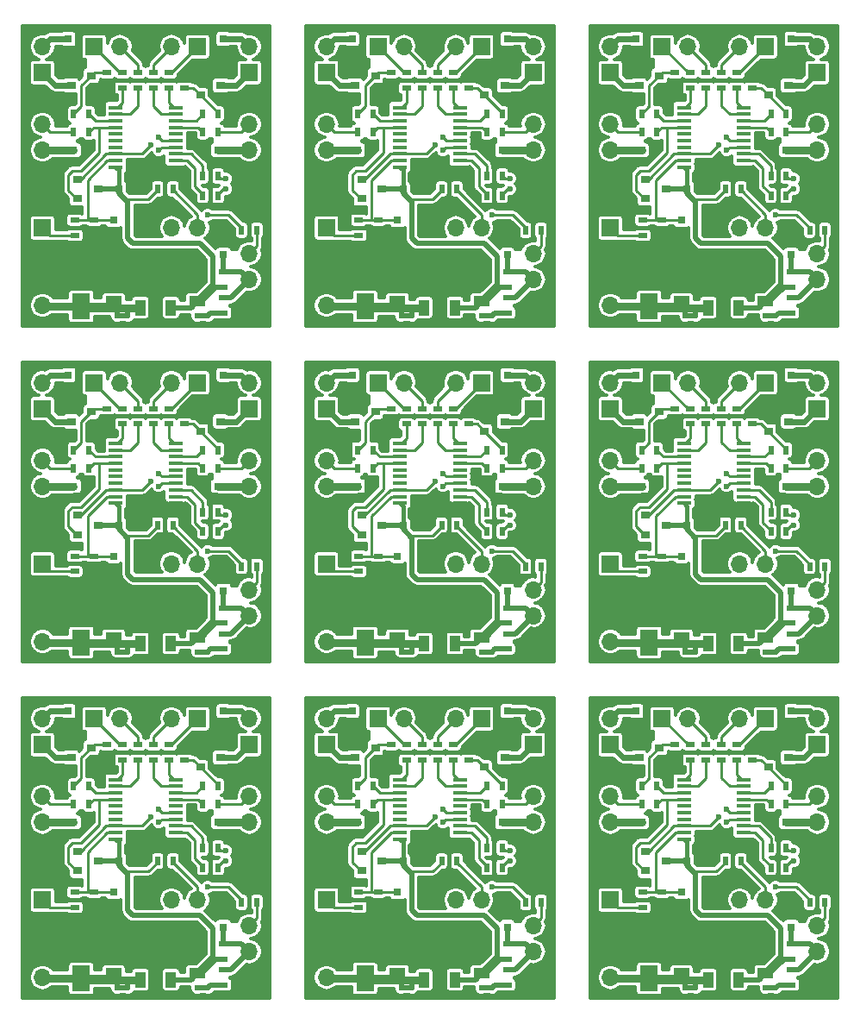
<source format=gbr>
%MOIN*%
%OFA0B0*%
%FSLAX46Y46*%
%IPPOS*%
%LPD*%
%ADD10C,0.0039370078740157488*%
%ADD11R,0.062992125984251982X0.03937007874015748*%
%ADD12R,0.031496062992125991X0.029527559055118113*%
%ADD13R,0.029527559055118113X0.031496062992125991*%
%ADD14R,0.070866141732283464X0.0984251968503937*%
%ADD15R,0.057086614173228349X0.017716535433070866*%
%ADD16R,0.03937007874015748X0.059055118110236227*%
%ADD17R,0.03937007874015748X0.070866141732283464*%
%ADD18R,0.086614173228346469X0.072440944881889777*%
%ADD19R,0.066929133858267723X0.066929133858267723*%
%ADD20O,0.066929133858267723X0.066929133858267723*%
%ADD21R,0.035433070866141732X0.031496062992125991*%
%ADD22R,0.035433070866141732X0.01968503937007874*%
%ADD23R,0.01968503937007874X0.035433070866141732*%
%ADD24C,0.023622047244094488*%
%ADD25C,0.01968503937007874*%
%ADD26C,0.031496062992125991*%
%ADD27C,0.023622047244094488*%
%ADD28C,0.00984251968503937*%
%ADD29C,0.015748031496062995*%
%ADD30C,0.011811023622047244*%
%ADD41C,0.0039370078740157488*%
%ADD42R,0.062992125984251982X0.03937007874015748*%
%ADD43R,0.031496062992125991X0.029527559055118113*%
%ADD44R,0.029527559055118113X0.031496062992125991*%
%ADD45R,0.070866141732283464X0.0984251968503937*%
%ADD46R,0.057086614173228349X0.017716535433070866*%
%ADD47R,0.03937007874015748X0.059055118110236227*%
%ADD48R,0.03937007874015748X0.070866141732283464*%
%ADD49R,0.086614173228346469X0.072440944881889777*%
%ADD50R,0.066929133858267723X0.066929133858267723*%
%ADD51O,0.066929133858267723X0.066929133858267723*%
%ADD52R,0.035433070866141732X0.031496062992125991*%
%ADD53R,0.035433070866141732X0.01968503937007874*%
%ADD54R,0.01968503937007874X0.035433070866141732*%
%ADD55C,0.023622047244094488*%
%ADD56C,0.01968503937007874*%
%ADD57C,0.031496062992125991*%
%ADD58C,0.023622047244094488*%
%ADD59C,0.00984251968503937*%
%ADD60C,0.015748031496062995*%
%ADD61C,0.011811023622047244*%
%ADD62C,0.0039370078740157488*%
%ADD63R,0.062992125984251982X0.03937007874015748*%
%ADD64R,0.031496062992125991X0.029527559055118113*%
%ADD65R,0.029527559055118113X0.031496062992125991*%
%ADD66R,0.070866141732283464X0.0984251968503937*%
%ADD67R,0.057086614173228349X0.017716535433070866*%
%ADD68R,0.03937007874015748X0.059055118110236227*%
%ADD69R,0.03937007874015748X0.070866141732283464*%
%ADD70R,0.086614173228346469X0.072440944881889777*%
%ADD71R,0.066929133858267723X0.066929133858267723*%
%ADD72O,0.066929133858267723X0.066929133858267723*%
%ADD73R,0.035433070866141732X0.031496062992125991*%
%ADD74R,0.035433070866141732X0.01968503937007874*%
%ADD75R,0.01968503937007874X0.035433070866141732*%
%ADD76C,0.023622047244094488*%
%ADD77C,0.01968503937007874*%
%ADD78C,0.031496062992125991*%
%ADD79C,0.023622047244094488*%
%ADD80C,0.00984251968503937*%
%ADD81C,0.015748031496062995*%
%ADD82C,0.011811023622047244*%
%ADD83C,0.0039370078740157488*%
%ADD84R,0.062992125984251982X0.03937007874015748*%
%ADD85R,0.031496062992125991X0.029527559055118113*%
%ADD86R,0.029527559055118113X0.031496062992125991*%
%ADD87R,0.070866141732283464X0.0984251968503937*%
%ADD88R,0.057086614173228349X0.017716535433070866*%
%ADD89R,0.03937007874015748X0.059055118110236227*%
%ADD90R,0.03937007874015748X0.070866141732283464*%
%ADD91R,0.086614173228346469X0.072440944881889777*%
%ADD92R,0.066929133858267723X0.066929133858267723*%
%ADD93O,0.066929133858267723X0.066929133858267723*%
%ADD94R,0.035433070866141732X0.031496062992125991*%
%ADD95R,0.035433070866141732X0.01968503937007874*%
%ADD96R,0.01968503937007874X0.035433070866141732*%
%ADD97C,0.023622047244094488*%
%ADD98C,0.01968503937007874*%
%ADD99C,0.031496062992125991*%
%ADD100C,0.023622047244094488*%
%ADD101C,0.00984251968503937*%
%ADD102C,0.015748031496062995*%
%ADD103C,0.011811023622047244*%
%ADD104C,0.0039370078740157488*%
%ADD105R,0.062992125984251982X0.03937007874015748*%
%ADD106R,0.031496062992125991X0.029527559055118113*%
%ADD107R,0.029527559055118113X0.031496062992125991*%
%ADD108R,0.070866141732283464X0.0984251968503937*%
%ADD109R,0.057086614173228349X0.017716535433070866*%
%ADD110R,0.03937007874015748X0.059055118110236227*%
%ADD111R,0.03937007874015748X0.070866141732283464*%
%ADD112R,0.086614173228346469X0.072440944881889777*%
%ADD113R,0.066929133858267723X0.066929133858267723*%
%ADD114O,0.066929133858267723X0.066929133858267723*%
%ADD115R,0.035433070866141732X0.031496062992125991*%
%ADD116R,0.035433070866141732X0.01968503937007874*%
%ADD117R,0.01968503937007874X0.035433070866141732*%
%ADD118C,0.023622047244094488*%
%ADD119C,0.01968503937007874*%
%ADD120C,0.031496062992125991*%
%ADD121C,0.023622047244094488*%
%ADD122C,0.00984251968503937*%
%ADD123C,0.015748031496062995*%
%ADD124C,0.011811023622047244*%
%ADD125C,0.0039370078740157488*%
%ADD126R,0.062992125984251982X0.03937007874015748*%
%ADD127R,0.031496062992125991X0.029527559055118113*%
%ADD128R,0.029527559055118113X0.031496062992125991*%
%ADD129R,0.070866141732283464X0.0984251968503937*%
%ADD130R,0.057086614173228349X0.017716535433070866*%
%ADD131R,0.03937007874015748X0.059055118110236227*%
%ADD132R,0.03937007874015748X0.070866141732283464*%
%ADD133R,0.086614173228346469X0.072440944881889777*%
%ADD134R,0.066929133858267723X0.066929133858267723*%
%ADD135O,0.066929133858267723X0.066929133858267723*%
%ADD136R,0.035433070866141732X0.031496062992125991*%
%ADD137R,0.035433070866141732X0.01968503937007874*%
%ADD138R,0.01968503937007874X0.035433070866141732*%
%ADD139C,0.023622047244094488*%
%ADD140C,0.01968503937007874*%
%ADD141C,0.031496062992125991*%
%ADD142C,0.023622047244094488*%
%ADD143C,0.00984251968503937*%
%ADD144C,0.015748031496062995*%
%ADD145C,0.011811023622047244*%
%ADD146C,0.0039370078740157488*%
%ADD147R,0.062992125984251982X0.03937007874015748*%
%ADD148R,0.031496062992125991X0.029527559055118113*%
%ADD149R,0.029527559055118113X0.031496062992125991*%
%ADD150R,0.070866141732283464X0.0984251968503937*%
%ADD151R,0.057086614173228349X0.017716535433070866*%
%ADD152R,0.03937007874015748X0.059055118110236227*%
%ADD153R,0.03937007874015748X0.070866141732283464*%
%ADD154R,0.086614173228346469X0.072440944881889777*%
%ADD155R,0.066929133858267723X0.066929133858267723*%
%ADD156O,0.066929133858267723X0.066929133858267723*%
%ADD157R,0.035433070866141732X0.031496062992125991*%
%ADD158R,0.035433070866141732X0.01968503937007874*%
%ADD159R,0.01968503937007874X0.035433070866141732*%
%ADD160C,0.023622047244094488*%
%ADD161C,0.01968503937007874*%
%ADD162C,0.031496062992125991*%
%ADD163C,0.023622047244094488*%
%ADD164C,0.00984251968503937*%
%ADD165C,0.015748031496062995*%
%ADD166C,0.011811023622047244*%
%ADD167C,0.0039370078740157488*%
%ADD168R,0.062992125984251982X0.03937007874015748*%
%ADD169R,0.031496062992125991X0.029527559055118113*%
%ADD170R,0.029527559055118113X0.031496062992125991*%
%ADD171R,0.070866141732283464X0.0984251968503937*%
%ADD172R,0.057086614173228349X0.017716535433070866*%
%ADD173R,0.03937007874015748X0.059055118110236227*%
%ADD174R,0.03937007874015748X0.070866141732283464*%
%ADD175R,0.086614173228346469X0.072440944881889777*%
%ADD176R,0.066929133858267723X0.066929133858267723*%
%ADD177O,0.066929133858267723X0.066929133858267723*%
%ADD178R,0.035433070866141732X0.031496062992125991*%
%ADD179R,0.035433070866141732X0.01968503937007874*%
%ADD180R,0.01968503937007874X0.035433070866141732*%
%ADD181C,0.023622047244094488*%
%ADD182C,0.01968503937007874*%
%ADD183C,0.031496062992125991*%
%ADD184C,0.023622047244094488*%
%ADD185C,0.00984251968503937*%
%ADD186C,0.015748031496062995*%
%ADD187C,0.011811023622047244*%
%ADD188C,0.0039370078740157488*%
%ADD189R,0.062992125984251982X0.03937007874015748*%
%ADD190R,0.031496062992125991X0.029527559055118113*%
%ADD191R,0.029527559055118113X0.031496062992125991*%
%ADD192R,0.070866141732283464X0.0984251968503937*%
%ADD193R,0.057086614173228349X0.017716535433070866*%
%ADD194R,0.03937007874015748X0.059055118110236227*%
%ADD195R,0.03937007874015748X0.070866141732283464*%
%ADD196R,0.086614173228346469X0.072440944881889777*%
%ADD197R,0.066929133858267723X0.066929133858267723*%
%ADD198O,0.066929133858267723X0.066929133858267723*%
%ADD199R,0.035433070866141732X0.031496062992125991*%
%ADD200R,0.035433070866141732X0.01968503937007874*%
%ADD201R,0.01968503937007874X0.035433070866141732*%
%ADD202C,0.023622047244094488*%
%ADD203C,0.01968503937007874*%
%ADD204C,0.031496062992125991*%
%ADD205C,0.023622047244094488*%
%ADD206C,0.00984251968503937*%
%ADD207C,0.015748031496062995*%
%ADD208C,0.011811023622047244*%
G01G01*
D10*
D11*
X-0005400000Y0004799999D02*
X0000374999Y0000115944D03*
X0000374999Y0000234055D03*
D12*
X0000279527Y0000699999D03*
X0000220472Y0000699999D03*
X0000720472Y0000699999D03*
X0000779527Y0000699999D03*
D13*
X0000199999Y0001070472D03*
X0000199999Y0001129527D03*
X0000799999Y0001070472D03*
X0000799999Y0001129527D03*
D11*
X0000699999Y0000115944D03*
X0000699999Y0000234055D03*
D12*
X0000454527Y0000549999D03*
X0000395472Y0000549999D03*
D13*
X0000799999Y0000354527D03*
X0000799999Y0000295472D03*
D14*
X0000249999Y0000096259D03*
X0000249999Y0000253740D03*
D15*
X0000383858Y0000634842D03*
X0000383858Y0000660432D03*
X0000383858Y0000686023D03*
X0000383858Y0000711614D03*
X0000383858Y0000737204D03*
X0000383858Y0000762795D03*
X0000383858Y0000788385D03*
X0000383858Y0000813976D03*
X0000383858Y0000839566D03*
X0000383858Y0000865157D03*
X0000616141Y0000865157D03*
X0000616141Y0000839566D03*
X0000616141Y0000813976D03*
X0000616141Y0000788385D03*
X0000616141Y0000762795D03*
X0000616141Y0000737204D03*
X0000616141Y0000711614D03*
X0000616141Y0000686023D03*
X0000616141Y0000660432D03*
X0000616141Y0000634842D03*
D10*
G36*
X0000557184Y0000271732D02*
X0000580806Y0000238267D01*
X0000494192Y0000238267D01*
X0000517814Y0000271732D01*
X0000557184Y0000271732D01*
X0000557184Y0000271732D01*
G37*
D16*
X0000596554Y0000091732D03*
D17*
X0000537499Y0000097499D03*
D16*
X0000478444Y0000091732D03*
D18*
X0000537499Y0000202499D03*
D10*
G36*
X0000521751Y0000127314D02*
X0000494192Y0000166684D01*
X0000580806Y0000166684D01*
X0000553247Y0000127314D01*
X0000521751Y0000127314D01*
X0000521751Y0000127314D01*
G37*
D19*
X0000099999Y0000199999D03*
D20*
X0000099999Y0000099999D03*
D19*
X0000099999Y0000399999D03*
X0000899999Y0000099999D03*
D20*
X0000899999Y0000199999D03*
X0000899999Y0000299999D03*
D19*
X0000099999Y0000599999D03*
D20*
X0000099999Y0000699999D03*
X0000099999Y0000799999D03*
D19*
X0000099999Y0000999999D03*
D20*
X0000099999Y0001099999D03*
D19*
X0000299999Y0001099999D03*
D20*
X0000399999Y0001099999D03*
D19*
X0000699999Y0001099999D03*
D20*
X0000599999Y0001099999D03*
D19*
X0000899999Y0000999999D03*
D20*
X0000899999Y0001099999D03*
D19*
X0000899999Y0000599999D03*
D20*
X0000899999Y0000699999D03*
X0000899999Y0000799999D03*
D19*
X0000499999Y0000399999D03*
D20*
X0000599999Y0000399999D03*
X0000699999Y0000399999D03*
D21*
X0000289369Y0000987401D03*
X0000289369Y0000912598D03*
X0000210629Y0000949999D03*
X0000710629Y0000912598D03*
X0000710629Y0000987401D03*
X0000789369Y0000949999D03*
D22*
X0000349999Y0000940472D03*
X0000349999Y0000999527D03*
D23*
X0000220472Y0000839999D03*
X0000279527Y0000839999D03*
D22*
X0000224999Y0000429527D03*
X0000224999Y0000370472D03*
X0000299999Y0000370472D03*
X0000299999Y0000429527D03*
D23*
X0000870472Y0000389999D03*
X0000929527Y0000389999D03*
X0000279527Y0000769999D03*
X0000220472Y0000769999D03*
D22*
X0000469999Y0000940472D03*
X0000469999Y0000999527D03*
X0000409999Y0000940472D03*
X0000409999Y0000999527D03*
D23*
X0000779527Y0000769999D03*
X0000720472Y0000769999D03*
D22*
X0000529999Y0000999527D03*
X0000529999Y0000940472D03*
X0000589999Y0000999527D03*
X0000589999Y0000940472D03*
D23*
X0000545472Y0000549999D03*
X0000604527Y0000549999D03*
X0000779527Y0000839999D03*
X0000720472Y0000839999D03*
X0000779527Y0000599999D03*
X0000720472Y0000599999D03*
D22*
X0000649999Y0000999527D03*
X0000649999Y0000940472D03*
D23*
X0000720472Y0000524999D03*
X0000779527Y0000524999D03*
D13*
X0000374999Y0000370472D03*
X0000374999Y0000429527D03*
D21*
X0000235629Y0000512598D03*
X0000235629Y0000587401D03*
X0000314369Y0000549999D03*
D22*
X0000799999Y0000229527D03*
X0000799999Y0000170472D03*
X0000799999Y0000129527D03*
X0000799999Y0000070472D03*
D24*
X0000429999Y0000059999D03*
X0000389999Y0000059999D03*
X0000739999Y0000059999D03*
X0000699999Y0000059999D03*
X0000219999Y0000649999D03*
X0000879999Y0000899999D03*
X0000779999Y0000899999D03*
X0000779999Y0000999999D03*
X0000219999Y0000999999D03*
X0000219999Y0000899999D03*
X0000319999Y0000859999D03*
X0000339999Y0000899999D03*
X0000619999Y0000159999D03*
X0000619999Y0000209999D03*
X0000449999Y0000159999D03*
X0000449999Y0000209999D03*
X0000679999Y0000289999D03*
X0000639999Y0000289999D03*
X0000599999Y0000289999D03*
X0000479999Y0000289999D03*
X0000439999Y0000289999D03*
X0000399999Y0000289999D03*
X0000349999Y0000289999D03*
X0000789999Y0000399999D03*
X0000449999Y0000599999D03*
X0000489999Y0000639999D03*
X0000549999Y0000609999D03*
X0000669999Y0000739999D03*
X0000549999Y0000749999D03*
X0000549999Y0000699999D03*
X0000739999Y0000449999D03*
X0000519999Y0000719999D03*
X0000809999Y0000589999D03*
X0000809999Y0000549999D03*
D25*
X0000429999Y0000059999D02*
X0000429999Y0000091732D01*
X0000429999Y0000091732D02*
X0000478444Y0000091732D01*
X0000389999Y0000059999D02*
X0000389999Y0000100944D01*
X0000389999Y0000100944D02*
X0000374999Y0000115944D01*
X0000429999Y0000059999D02*
X0000389999Y0000059999D01*
X0000799999Y0000070472D02*
X0000750472Y0000070472D01*
X0000750472Y0000070472D02*
X0000739999Y0000059999D01*
X0000699999Y0000059999D02*
X0000739999Y0000059999D01*
D26*
X0000249999Y0000096259D02*
X0000103740Y0000096259D01*
X0000103740Y0000096259D02*
X0000099999Y0000099999D01*
X0000374999Y0000115944D02*
X0000374999Y0000091732D01*
X0000374999Y0000091732D02*
X0000370472Y0000096259D01*
X0000370472Y0000096259D02*
X0000249999Y0000096259D01*
X0000478444Y0000091732D02*
X0000254527Y0000091732D01*
X0000254527Y0000091732D02*
X0000249999Y0000096259D01*
X0000220472Y0000699999D02*
X0000099999Y0000699999D01*
X0000779527Y0000699999D02*
X0000899999Y0000699999D01*
X0000255314Y0000090944D02*
X0000249999Y0000096259D01*
D27*
X0000199999Y0001129527D02*
X0000129527Y0001129527D01*
X0000129527Y0001129527D02*
X0000099999Y0001099999D01*
X0000799999Y0001129527D02*
X0000870472Y0001129527D01*
X0000870472Y0001129527D02*
X0000899999Y0001099999D01*
D28*
X0000279527Y0000699999D02*
X0000279527Y0000689527D01*
X0000279527Y0000689527D02*
X0000239999Y0000649999D01*
X0000239999Y0000649999D02*
X0000219999Y0000649999D01*
X0000710629Y0000987401D02*
X0000710629Y0000979370D01*
X0000710629Y0000979370D02*
X0000749999Y0000939999D01*
X0000749999Y0000939999D02*
X0000749999Y0000929999D01*
X0000749999Y0000929999D02*
X0000779999Y0000899999D01*
X0000779999Y0000899999D02*
X0000879999Y0000899999D01*
X0000710629Y0000987401D02*
X0000710629Y0000979370D01*
X0000710629Y0000979370D02*
X0000749999Y0000939999D01*
X0000749999Y0000939999D02*
X0000749999Y0000929999D01*
X0000749999Y0000929999D02*
X0000779999Y0000899999D01*
X0000799999Y0001070472D02*
X0000799999Y0001019999D01*
X0000799999Y0001019999D02*
X0000779999Y0000999999D01*
X0000199999Y0001070472D02*
X0000199999Y0001019999D01*
X0000199999Y0001019999D02*
X0000219999Y0000999999D01*
X0000289369Y0000912598D02*
X0000289369Y0000890629D01*
X0000289369Y0000890629D02*
X0000319999Y0000859999D01*
X0000537499Y0000202499D02*
X0000577499Y0000202499D01*
X0000577499Y0000202499D02*
X0000619999Y0000159999D01*
X0000374999Y0000234055D02*
X0000375944Y0000234055D01*
X0000375944Y0000234055D02*
X0000449999Y0000159999D01*
X0000699999Y0000234055D02*
X0000699999Y0000269999D01*
X0000699999Y0000269999D02*
X0000679999Y0000289999D01*
X0000639999Y0000289999D02*
X0000599999Y0000289999D01*
X0000479999Y0000289999D02*
X0000439999Y0000289999D01*
X0000399999Y0000289999D02*
X0000349999Y0000289999D01*
X0000799999Y0000354527D02*
X0000799999Y0000389999D01*
X0000799999Y0000389999D02*
X0000789999Y0000399999D01*
X0000616141Y0000634842D02*
X0000534842Y0000634842D01*
X0000534842Y0000634842D02*
X0000499999Y0000599999D01*
X0000499999Y0000599999D02*
X0000449999Y0000599999D01*
X0000489999Y0000639999D02*
X0000519999Y0000609999D01*
X0000519999Y0000609999D02*
X0000549999Y0000609999D01*
X0000720472Y0000699999D02*
X0000709999Y0000699999D01*
X0000709999Y0000699999D02*
X0000669999Y0000739999D01*
D25*
X0000699999Y0000115944D02*
X0000699999Y0000119999D01*
X0000699999Y0000119999D02*
X0000759999Y0000179999D01*
X0000759999Y0000179999D02*
X0000759999Y0000289999D01*
X0000759999Y0000289999D02*
X0000709999Y0000339999D01*
X0000709999Y0000339999D02*
X0000449999Y0000339999D01*
X0000449999Y0000339999D02*
X0000429999Y0000359999D01*
X0000429999Y0000359999D02*
X0000429999Y0000499999D01*
X0000429999Y0000499999D02*
X0000395472Y0000534527D01*
X0000395472Y0000534527D02*
X0000395472Y0000549999D01*
X0000314369Y0000549999D02*
X0000395472Y0000549999D01*
X0000596554Y0000091732D02*
X0000675787Y0000091732D01*
X0000675787Y0000091732D02*
X0000699999Y0000115944D01*
X0000799999Y0000170472D02*
X0000770472Y0000170472D01*
X0000770472Y0000170472D02*
X0000715944Y0000115944D01*
X0000715944Y0000115944D02*
X0000699999Y0000115944D01*
D28*
X0000439999Y0000509999D02*
X0000419999Y0000509999D01*
X0000419999Y0000509999D02*
X0000395472Y0000549999D01*
X0000509999Y0000509999D02*
X0000439999Y0000509999D01*
X0000439999Y0000509999D02*
X0000435472Y0000509999D01*
X0000509999Y0000509999D02*
X0000545472Y0000545472D01*
D29*
X0000395472Y0000549999D02*
X0000395472Y0000623228D01*
X0000395472Y0000623228D02*
X0000383858Y0000634842D01*
D28*
X0000545472Y0000549999D02*
X0000545472Y0000545472D01*
X0000383858Y0000813976D02*
X0000305551Y0000813976D01*
X0000305551Y0000813976D02*
X0000279527Y0000839999D01*
X0000383858Y0000839566D02*
X0000439566Y0000839566D01*
X0000469999Y0000869999D02*
X0000469999Y0000940472D01*
X0000439566Y0000839566D02*
X0000469999Y0000869999D01*
X0000409999Y0000940472D02*
X0000409999Y0000884999D01*
X0000409999Y0000884999D02*
X0000390157Y0000865157D01*
X0000390157Y0000865157D02*
X0000383858Y0000865157D01*
X0000589999Y0000940472D02*
X0000589999Y0000884999D01*
X0000589999Y0000884999D02*
X0000609842Y0000865157D01*
X0000609842Y0000865157D02*
X0000616141Y0000865157D01*
X0000616141Y0000839566D02*
X0000560432Y0000839566D01*
X0000529999Y0000869999D02*
X0000529999Y0000940472D01*
X0000560432Y0000839566D02*
X0000529999Y0000869999D01*
X0000616141Y0000813976D02*
X0000694448Y0000813976D01*
X0000694448Y0000813976D02*
X0000720472Y0000839999D01*
X0000616141Y0000788385D02*
X0000702086Y0000788385D01*
X0000702086Y0000788385D02*
X0000720472Y0000769999D01*
X0000616141Y0000737204D02*
X0000562795Y0000737204D01*
X0000562795Y0000737204D02*
X0000549999Y0000749999D01*
X0000604527Y0000549999D02*
X0000604527Y0000545472D01*
X0000604527Y0000545472D02*
X0000699999Y0000449999D01*
X0000699999Y0000449999D02*
X0000699999Y0000399999D01*
X0000616141Y0000711614D02*
X0000561614Y0000711614D01*
X0000561614Y0000711614D02*
X0000549999Y0000699999D01*
X0000616141Y0000660432D02*
X0000659566Y0000660432D01*
X0000659566Y0000660432D02*
X0000689999Y0000629999D01*
X0000689999Y0000629999D02*
X0000689999Y0000559999D01*
X0000689999Y0000559999D02*
X0000720472Y0000529527D01*
X0000720472Y0000529527D02*
X0000720472Y0000524999D01*
X0000224999Y0000370472D02*
X0000129527Y0000370472D01*
X0000129527Y0000370472D02*
X0000099999Y0000399999D01*
X0000899999Y0000299999D02*
X0000929999Y0000329999D01*
X0000929999Y0000329999D02*
X0000929999Y0000389527D01*
X0000929999Y0000389527D02*
X0000929527Y0000389999D01*
X0000220472Y0000769999D02*
X0000129999Y0000769999D01*
X0000129999Y0000769999D02*
X0000099999Y0000799999D01*
D27*
X0000210629Y0000949999D02*
X0000149999Y0000949999D01*
X0000149999Y0000949999D02*
X0000099999Y0000999999D01*
D28*
X0000409999Y0000999527D02*
X0000400472Y0000999527D01*
X0000400472Y0000999527D02*
X0000299999Y0001099999D01*
X0000469999Y0000999527D02*
X0000469999Y0001029999D01*
X0000469999Y0001029999D02*
X0000399999Y0001099999D01*
X0000599527Y0000999527D02*
X0000699999Y0001099999D01*
X0000589999Y0000999527D02*
X0000599527Y0000999527D01*
X0000529999Y0000999527D02*
X0000529999Y0001029999D01*
X0000529999Y0001029999D02*
X0000599999Y0001099999D01*
D27*
X0000789369Y0000949999D02*
X0000849999Y0000949999D01*
X0000849999Y0000949999D02*
X0000899999Y0000999999D01*
D28*
X0000779527Y0000769999D02*
X0000869999Y0000769999D01*
X0000869999Y0000769999D02*
X0000899999Y0000799999D01*
X0000287401Y0000987401D02*
X0000249999Y0000949999D01*
X0000249999Y0000869527D02*
X0000220472Y0000839999D01*
X0000249999Y0000949999D02*
X0000249999Y0000869527D01*
X0000349999Y0000999527D02*
X0000301495Y0000999527D01*
X0000301495Y0000999527D02*
X0000289369Y0000987401D01*
X0000289369Y0000987401D02*
X0000287401Y0000987401D01*
X0000779527Y0000839999D02*
X0000779527Y0000843700D01*
X0000779527Y0000843700D02*
X0000710629Y0000912598D01*
X0000710629Y0000912598D02*
X0000712401Y0000912598D01*
X0000779527Y0000845472D02*
X0000779527Y0000839999D01*
X0000649999Y0000940472D02*
X0000682755Y0000940472D01*
X0000682755Y0000940472D02*
X0000710629Y0000912598D01*
D25*
X0000799999Y0000295472D02*
X0000799999Y0000229527D01*
X0000799999Y0000129527D02*
X0000829527Y0000129527D01*
X0000829527Y0000129527D02*
X0000899999Y0000199999D01*
X0000799999Y0000229527D02*
X0000870472Y0000229527D01*
X0000870472Y0000229527D02*
X0000899999Y0000199999D01*
D28*
X0000383858Y0000660432D02*
X0000350432Y0000660432D01*
X0000350432Y0000660432D02*
X0000274999Y0000584999D01*
X0000274999Y0000584999D02*
X0000274999Y0000429527D01*
X0000274999Y0000429527D02*
X0000274999Y0000429999D01*
X0000274999Y0000429999D02*
X0000274999Y0000429527D01*
X0000324999Y0000429527D02*
X0000325472Y0000429999D01*
X0000325472Y0000429999D02*
X0000329999Y0000429999D01*
X0000329999Y0000429999D02*
X0000329999Y0000429527D01*
X0000299999Y0000429527D02*
X0000329999Y0000429527D01*
X0000329999Y0000429527D02*
X0000374999Y0000429527D01*
X0000299999Y0000429527D02*
X0000274999Y0000429527D01*
X0000274999Y0000429527D02*
X0000224999Y0000429527D01*
X0000235629Y0000512598D02*
X0000232401Y0000512598D01*
X0000232401Y0000512598D02*
X0000199999Y0000544999D01*
X0000199999Y0000544999D02*
X0000199999Y0000604999D01*
X0000199999Y0000604999D02*
X0000214999Y0000619999D01*
X0000214999Y0000619999D02*
X0000249999Y0000619999D01*
X0000249999Y0000619999D02*
X0000319999Y0000689999D01*
X0000319999Y0000689999D02*
X0000319999Y0000788385D01*
X0000235629Y0000512598D02*
X0000237598Y0000512598D01*
X0000383858Y0000788385D02*
X0000329999Y0000788385D01*
X0000329999Y0000788385D02*
X0000319999Y0000788385D01*
X0000279527Y0000759527D02*
X0000279527Y0000769999D01*
X0000383858Y0000788385D02*
X0000319999Y0000788385D01*
X0000319999Y0000788385D02*
X0000297913Y0000788385D01*
X0000297913Y0000788385D02*
X0000279527Y0000769999D01*
X0000870472Y0000389999D02*
X0000870472Y0000399527D01*
X0000870472Y0000399527D02*
X0000819999Y0000449999D01*
X0000819999Y0000449999D02*
X0000739999Y0000449999D01*
X0000519999Y0000719999D02*
X0000486023Y0000686023D01*
X0000486023Y0000686023D02*
X0000383858Y0000686023D01*
X0000383858Y0000686023D02*
X0000346023Y0000686023D01*
X0000346023Y0000686023D02*
X0000247401Y0000587401D01*
X0000247401Y0000587401D02*
X0000235629Y0000587401D01*
X0000616141Y0000686023D02*
X0000673976Y0000686023D01*
X0000673976Y0000686023D02*
X0000720472Y0000639527D01*
X0000720472Y0000639527D02*
X0000720472Y0000599999D01*
X0000779527Y0000599999D02*
X0000779999Y0000599999D01*
X0000779999Y0000599999D02*
X0000789999Y0000589999D01*
X0000789999Y0000589999D02*
X0000809999Y0000589999D01*
X0000779527Y0000524999D02*
X0000779527Y0000529527D01*
X0000779527Y0000529527D02*
X0000799999Y0000549999D01*
X0000799999Y0000549999D02*
X0000809999Y0000549999D01*
D30*
G36*
X0000979330Y0000020669D02*
X0000020669Y0000020669D01*
X0000020669Y0000099999D01*
X0000047816Y0000099999D01*
X0000051711Y0000080413D01*
X0000062806Y0000063809D01*
X0000079410Y0000052714D01*
X0000098997Y0000048818D01*
X0000101002Y0000048818D01*
X0000120588Y0000052714D01*
X0000135675Y0000062795D01*
X0000196503Y0000062795D01*
X0000196503Y0000047047D01*
X0000197738Y0000040481D01*
X0000201618Y0000034451D01*
X0000207539Y0000030406D01*
X0000214566Y0000028983D01*
X0000285432Y0000028983D01*
X0000291998Y0000030218D01*
X0000298028Y0000034099D01*
X0000302073Y0000040019D01*
X0000303496Y0000047047D01*
X0000303496Y0000058267D01*
X0000360470Y0000058267D01*
X0000360467Y0000054152D01*
X0000364953Y0000043295D01*
X0000373252Y0000034982D01*
X0000384100Y0000030477D01*
X0000395847Y0000030467D01*
X0000400623Y0000032440D01*
X0000419372Y0000032440D01*
X0000424100Y0000030477D01*
X0000435847Y0000030467D01*
X0000446704Y0000034953D01*
X0000455017Y0000043252D01*
X0000455648Y0000044771D01*
X0000458759Y0000044141D01*
X0000498129Y0000044141D01*
X0000504695Y0000045376D01*
X0000510725Y0000049256D01*
X0000514770Y0000055176D01*
X0000516193Y0000062204D01*
X0000516193Y0000121259D01*
X0000514958Y0000127825D01*
X0000511077Y0000133855D01*
X0000505157Y0000137900D01*
X0000498129Y0000139323D01*
X0000458759Y0000139323D01*
X0000452194Y0000138088D01*
X0000446164Y0000134207D01*
X0000442119Y0000128287D01*
X0000441493Y0000125196D01*
X0000424559Y0000125196D01*
X0000424559Y0000135629D01*
X0000423324Y0000142195D01*
X0000419444Y0000148225D01*
X0000413523Y0000152270D01*
X0000406495Y0000153693D01*
X0000343503Y0000153693D01*
X0000336938Y0000152458D01*
X0000330908Y0000148577D01*
X0000326863Y0000142657D01*
X0000325440Y0000135629D01*
X0000325440Y0000129724D01*
X0000303496Y0000129724D01*
X0000303496Y0000145472D01*
X0000302261Y0000152037D01*
X0000298381Y0000158067D01*
X0000292460Y0000162112D01*
X0000285432Y0000163535D01*
X0000214566Y0000163535D01*
X0000208001Y0000162300D01*
X0000201971Y0000158420D01*
X0000197926Y0000152500D01*
X0000196503Y0000145472D01*
X0000196503Y0000129724D01*
X0000141513Y0000129724D01*
X0000137193Y0000136190D01*
X0000120588Y0000147285D01*
X0000101002Y0000151181D01*
X0000098997Y0000151181D01*
X0000079410Y0000147285D01*
X0000062806Y0000136190D01*
X0000051711Y0000119586D01*
X0000047816Y0000099999D01*
X0000020669Y0000099999D01*
X0000020669Y0000433464D01*
X0000048471Y0000433464D01*
X0000048471Y0000366535D01*
X0000049707Y0000359970D01*
X0000053587Y0000353940D01*
X0000059507Y0000349894D01*
X0000066535Y0000348471D01*
X0000126324Y0000348471D01*
X0000129527Y0000347834D01*
X0000194627Y0000347834D01*
X0000200255Y0000343989D01*
X0000207283Y0000342566D01*
X0000242716Y0000342566D01*
X0000249281Y0000343801D01*
X0000255311Y0000347681D01*
X0000259356Y0000353602D01*
X0000260780Y0000360629D01*
X0000260780Y0000380314D01*
X0000259544Y0000386880D01*
X0000255664Y0000392910D01*
X0000249744Y0000396955D01*
X0000242716Y0000398378D01*
X0000207283Y0000398378D01*
X0000200717Y0000397143D01*
X0000194688Y0000393263D01*
X0000194583Y0000393110D01*
X0000151528Y0000393110D01*
X0000151528Y0000433464D01*
X0000150292Y0000440029D01*
X0000146412Y0000446059D01*
X0000140492Y0000450104D01*
X0000133464Y0000451528D01*
X0000066535Y0000451528D01*
X0000059969Y0000450292D01*
X0000053940Y0000446412D01*
X0000049894Y0000440492D01*
X0000048471Y0000433464D01*
X0000020669Y0000433464D01*
X0000020669Y0001099999D01*
X0000047816Y0001099999D01*
X0000051711Y0001080413D01*
X0000062806Y0001063809D01*
X0000079410Y0001052714D01*
X0000085376Y0001051528D01*
X0000066535Y0001051528D01*
X0000059969Y0001050292D01*
X0000053940Y0001046412D01*
X0000049894Y0001040492D01*
X0000048471Y0001033464D01*
X0000048471Y0000966535D01*
X0000049707Y0000959970D01*
X0000053587Y0000953940D01*
X0000059507Y0000949894D01*
X0000066535Y0000948471D01*
X0000109769Y0000948471D01*
X0000129120Y0000929120D01*
X0000138700Y0000922720D01*
X0000149999Y0000920472D01*
X0000181698Y0000920472D01*
X0000185885Y0000917611D01*
X0000192913Y0000916188D01*
X0000227362Y0000916188D01*
X0000227362Y0000878904D01*
X0000224237Y0000875780D01*
X0000210629Y0000875780D01*
X0000204064Y0000874544D01*
X0000198034Y0000870664D01*
X0000193989Y0000864744D01*
X0000192566Y0000857716D01*
X0000192566Y0000822283D01*
X0000193801Y0000815718D01*
X0000197681Y0000809688D01*
X0000203602Y0000805642D01*
X0000206635Y0000805028D01*
X0000204064Y0000804544D01*
X0000198034Y0000800664D01*
X0000193989Y0000794744D01*
X0000193562Y0000792637D01*
X0000150719Y0000792637D01*
X0000152183Y0000799999D01*
X0000148287Y0000819586D01*
X0000137193Y0000836190D01*
X0000120588Y0000847285D01*
X0000101002Y0000851181D01*
X0000098997Y0000851181D01*
X0000079410Y0000847285D01*
X0000062806Y0000836190D01*
X0000051711Y0000819586D01*
X0000047816Y0000799999D01*
X0000051711Y0000780413D01*
X0000062806Y0000763809D01*
X0000079410Y0000752714D01*
X0000093059Y0000749999D01*
X0000079410Y0000747285D01*
X0000062806Y0000736190D01*
X0000051711Y0000719586D01*
X0000047816Y0000699999D01*
X0000051711Y0000680413D01*
X0000062806Y0000663809D01*
X0000079410Y0000652714D01*
X0000098997Y0000648818D01*
X0000101002Y0000648818D01*
X0000120588Y0000652714D01*
X0000137193Y0000663809D01*
X0000139014Y0000666535D01*
X0000220472Y0000666535D01*
X0000223675Y0000667172D01*
X0000236220Y0000667172D01*
X0000242785Y0000668407D01*
X0000248815Y0000672287D01*
X0000252860Y0000678208D01*
X0000254283Y0000685236D01*
X0000254283Y0000714763D01*
X0000253048Y0000721329D01*
X0000249168Y0000727358D01*
X0000243248Y0000731404D01*
X0000236220Y0000732827D01*
X0000235905Y0000732827D01*
X0000235905Y0000735271D01*
X0000236880Y0000735455D01*
X0000242910Y0000739335D01*
X0000246161Y0000744094D01*
X0000253901Y0000744094D01*
X0000256736Y0000739688D01*
X0000262657Y0000735642D01*
X0000269684Y0000734219D01*
X0000289369Y0000734219D01*
X0000295935Y0000735455D01*
X0000297362Y0000736373D01*
X0000297362Y0000699376D01*
X0000240622Y0000642637D01*
X0000214999Y0000642637D01*
X0000206336Y0000640914D01*
X0000198992Y0000636007D01*
X0000183992Y0000621007D01*
X0000179085Y0000613663D01*
X0000177362Y0000604999D01*
X0000177362Y0000544999D01*
X0000178538Y0000539085D01*
X0000179085Y0000536336D01*
X0000183992Y0000528992D01*
X0000199849Y0000513135D01*
X0000199849Y0000496850D01*
X0000201084Y0000490284D01*
X0000204965Y0000484255D01*
X0000210885Y0000480209D01*
X0000217913Y0000478786D01*
X0000252362Y0000478786D01*
X0000252362Y0000454221D01*
X0000249744Y0000456010D01*
X0000242716Y0000457433D01*
X0000207283Y0000457433D01*
X0000200717Y0000456198D01*
X0000194688Y0000452318D01*
X0000190642Y0000446397D01*
X0000189219Y0000439370D01*
X0000189219Y0000419684D01*
X0000190455Y0000413119D01*
X0000194335Y0000407089D01*
X0000200255Y0000403044D01*
X0000207283Y0000401621D01*
X0000242716Y0000401621D01*
X0000249281Y0000402856D01*
X0000255311Y0000406736D01*
X0000255416Y0000406889D01*
X0000269627Y0000406889D01*
X0000275255Y0000403044D01*
X0000282283Y0000401621D01*
X0000317716Y0000401621D01*
X0000324281Y0000402856D01*
X0000330311Y0000406736D01*
X0000330416Y0000406889D01*
X0000343616Y0000406889D01*
X0000347287Y0000401184D01*
X0000353208Y0000397138D01*
X0000360236Y0000395715D01*
X0000389763Y0000395715D01*
X0000396328Y0000396951D01*
X0000402358Y0000400831D01*
X0000402440Y0000400951D01*
X0000402440Y0000359999D01*
X0000404538Y0000349453D01*
X0000410512Y0000340512D01*
X0000430512Y0000320512D01*
X0000430512Y0000320512D01*
X0000439453Y0000314538D01*
X0000449999Y0000312440D01*
X0000698584Y0000312440D01*
X0000732440Y0000278584D01*
X0000732440Y0000191415D01*
X0000694718Y0000153693D01*
X0000668503Y0000153693D01*
X0000661938Y0000152458D01*
X0000655908Y0000148577D01*
X0000651863Y0000142657D01*
X0000650440Y0000135629D01*
X0000650440Y0000119291D01*
X0000634303Y0000119291D01*
X0000634303Y0000121259D01*
X0000633068Y0000127825D01*
X0000629188Y0000133855D01*
X0000623267Y0000137900D01*
X0000616240Y0000139323D01*
X0000576869Y0000139323D01*
X0000570304Y0000138088D01*
X0000564274Y0000134207D01*
X0000560229Y0000128287D01*
X0000558806Y0000121259D01*
X0000558806Y0000062204D01*
X0000560041Y0000055639D01*
X0000563921Y0000049609D01*
X0000569842Y0000045564D01*
X0000576869Y0000044141D01*
X0000616240Y0000044141D01*
X0000622805Y0000045376D01*
X0000628835Y0000049256D01*
X0000632880Y0000055176D01*
X0000634303Y0000062204D01*
X0000634303Y0000064173D01*
X0000670475Y0000064173D01*
X0000670467Y0000054152D01*
X0000674953Y0000043295D01*
X0000683252Y0000034982D01*
X0000694100Y0000030477D01*
X0000705847Y0000030467D01*
X0000710623Y0000032440D01*
X0000729372Y0000032440D01*
X0000734100Y0000030477D01*
X0000745847Y0000030467D01*
X0000756704Y0000034953D01*
X0000764678Y0000042913D01*
X0000780569Y0000042913D01*
X0000782283Y0000042566D01*
X0000817716Y0000042566D01*
X0000824281Y0000043801D01*
X0000830311Y0000047681D01*
X0000834356Y0000053602D01*
X0000835780Y0000060629D01*
X0000835780Y0000080314D01*
X0000834544Y0000086880D01*
X0000830664Y0000092910D01*
X0000825905Y0000096161D01*
X0000825905Y0000101968D01*
X0000829527Y0000101968D01*
X0000840073Y0000104066D01*
X0000849014Y0000110040D01*
X0000889652Y0000150677D01*
X0000898997Y0000148818D01*
X0000901002Y0000148818D01*
X0000920588Y0000152714D01*
X0000937193Y0000163809D01*
X0000948287Y0000180413D01*
X0000952183Y0000199999D01*
X0000948287Y0000219586D01*
X0000937193Y0000236190D01*
X0000920588Y0000247285D01*
X0000906940Y0000249999D01*
X0000920588Y0000252714D01*
X0000937193Y0000263809D01*
X0000948287Y0000280413D01*
X0000952183Y0000299999D01*
X0000948621Y0000317905D01*
X0000950914Y0000321336D01*
X0000952637Y0000329999D01*
X0000952637Y0000360319D01*
X0000956010Y0000365255D01*
X0000957433Y0000372283D01*
X0000957433Y0000407716D01*
X0000956198Y0000414281D01*
X0000952318Y0000420311D01*
X0000946397Y0000424356D01*
X0000939369Y0000425780D01*
X0000919684Y0000425780D01*
X0000913119Y0000424544D01*
X0000907089Y0000420664D01*
X0000903044Y0000414744D01*
X0000901621Y0000407716D01*
X0000901621Y0000372283D01*
X0000902856Y0000365718D01*
X0000906736Y0000359688D01*
X0000907362Y0000359260D01*
X0000907362Y0000349916D01*
X0000901002Y0000351181D01*
X0000898997Y0000351181D01*
X0000879410Y0000347285D01*
X0000862806Y0000336190D01*
X0000851711Y0000319586D01*
X0000850979Y0000315905D01*
X0000831945Y0000315905D01*
X0000831591Y0000317785D01*
X0000827711Y0000323815D01*
X0000821791Y0000327860D01*
X0000814763Y0000329284D01*
X0000785236Y0000329284D01*
X0000778670Y0000328048D01*
X0000772640Y0000324168D01*
X0000769460Y0000319513D01*
X0000730182Y0000358792D01*
X0000736190Y0000362806D01*
X0000747285Y0000379411D01*
X0000751180Y0000398997D01*
X0000751180Y0000401002D01*
X0000747285Y0000420588D01*
X0000747037Y0000420959D01*
X0000756704Y0000424953D01*
X0000759117Y0000427362D01*
X0000810622Y0000427362D01*
X0000842566Y0000395418D01*
X0000842566Y0000372283D01*
X0000843801Y0000365718D01*
X0000847681Y0000359688D01*
X0000853602Y0000355642D01*
X0000860629Y0000354219D01*
X0000880314Y0000354219D01*
X0000886880Y0000355455D01*
X0000892910Y0000359335D01*
X0000896955Y0000365255D01*
X0000898378Y0000372283D01*
X0000898378Y0000407716D01*
X0000897143Y0000414281D01*
X0000893262Y0000420311D01*
X0000887342Y0000424356D01*
X0000880314Y0000425780D01*
X0000876234Y0000425780D01*
X0000836007Y0000466007D01*
X0000828662Y0000470914D01*
X0000819999Y0000472637D01*
X0000759123Y0000472637D01*
X0000756747Y0000475017D01*
X0000745899Y0000479522D01*
X0000734152Y0000479532D01*
X0000723295Y0000475046D01*
X0000715124Y0000466889D01*
X0000632433Y0000549580D01*
X0000632433Y0000567716D01*
X0000631198Y0000574281D01*
X0000627318Y0000580311D01*
X0000621397Y0000584356D01*
X0000614369Y0000585780D01*
X0000594684Y0000585780D01*
X0000588119Y0000584544D01*
X0000582089Y0000580664D01*
X0000578044Y0000574744D01*
X0000576621Y0000567716D01*
X0000576621Y0000532283D01*
X0000577856Y0000525718D01*
X0000581736Y0000519688D01*
X0000587657Y0000515642D01*
X0000594684Y0000514219D01*
X0000603765Y0000514219D01*
X0000673989Y0000443995D01*
X0000663809Y0000437193D01*
X0000652714Y0000420588D01*
X0000649999Y0000406940D01*
X0000647285Y0000420588D01*
X0000636190Y0000437193D01*
X0000619585Y0000448287D01*
X0000599999Y0000452183D01*
X0000580413Y0000448287D01*
X0000563809Y0000437193D01*
X0000552714Y0000420588D01*
X0000548818Y0000401002D01*
X0000548818Y0000398997D01*
X0000552714Y0000379411D01*
X0000560633Y0000367558D01*
X0000461415Y0000367558D01*
X0000457558Y0000371415D01*
X0000457558Y0000487362D01*
X0000509999Y0000487362D01*
X0000518662Y0000489085D01*
X0000526007Y0000493992D01*
X0000546234Y0000514219D01*
X0000555314Y0000514219D01*
X0000561880Y0000515455D01*
X0000567910Y0000519335D01*
X0000571955Y0000525255D01*
X0000573378Y0000532283D01*
X0000573378Y0000567716D01*
X0000572143Y0000574281D01*
X0000568262Y0000580311D01*
X0000562342Y0000584356D01*
X0000555314Y0000585780D01*
X0000535629Y0000585780D01*
X0000529064Y0000584544D01*
X0000523034Y0000580664D01*
X0000518989Y0000574744D01*
X0000517566Y0000567716D01*
X0000517566Y0000549580D01*
X0000500622Y0000532637D01*
X0000436336Y0000532637D01*
X0000429283Y0000539690D01*
X0000429283Y0000564763D01*
X0000428048Y0000571329D01*
X0000424168Y0000577358D01*
X0000421062Y0000579480D01*
X0000421062Y0000610504D01*
X0000424996Y0000613036D01*
X0000429041Y0000618956D01*
X0000430465Y0000625984D01*
X0000430465Y0000643700D01*
X0000429697Y0000647782D01*
X0000430465Y0000651574D01*
X0000430465Y0000663385D01*
X0000486023Y0000663385D01*
X0000494686Y0000665108D01*
X0000502030Y0000670016D01*
X0000522133Y0000690119D01*
X0000524953Y0000683295D01*
X0000533252Y0000674982D01*
X0000544100Y0000670477D01*
X0000555847Y0000670467D01*
X0000566704Y0000674953D01*
X0000569534Y0000677778D01*
X0000569534Y0000677165D01*
X0000570302Y0000673083D01*
X0000569534Y0000669291D01*
X0000569534Y0000651574D01*
X0000570770Y0000645009D01*
X0000574650Y0000638979D01*
X0000580570Y0000634934D01*
X0000587598Y0000633511D01*
X0000644684Y0000633511D01*
X0000651250Y0000634746D01*
X0000652460Y0000635525D01*
X0000667362Y0000620623D01*
X0000667362Y0000559999D01*
X0000668622Y0000553663D01*
X0000669085Y0000551336D01*
X0000673992Y0000543992D01*
X0000692566Y0000525418D01*
X0000692566Y0000507283D01*
X0000693801Y0000500718D01*
X0000697681Y0000494688D01*
X0000703602Y0000490642D01*
X0000710629Y0000489219D01*
X0000730314Y0000489219D01*
X0000736880Y0000490455D01*
X0000742910Y0000494335D01*
X0000746955Y0000500255D01*
X0000748378Y0000507283D01*
X0000748378Y0000542716D01*
X0000747143Y0000549281D01*
X0000743262Y0000555311D01*
X0000737342Y0000559356D01*
X0000730314Y0000560780D01*
X0000721234Y0000560780D01*
X0000717794Y0000564219D01*
X0000730314Y0000564219D01*
X0000736880Y0000565455D01*
X0000742910Y0000569335D01*
X0000746955Y0000575255D01*
X0000748378Y0000582283D01*
X0000748378Y0000617716D01*
X0000751621Y0000617716D01*
X0000751621Y0000582283D01*
X0000752856Y0000575718D01*
X0000756736Y0000569688D01*
X0000762657Y0000565642D01*
X0000769684Y0000564219D01*
X0000782205Y0000564219D01*
X0000778765Y0000560780D01*
X0000769684Y0000560780D01*
X0000763119Y0000559544D01*
X0000757089Y0000555664D01*
X0000753044Y0000549744D01*
X0000751621Y0000542716D01*
X0000751621Y0000507283D01*
X0000752856Y0000500718D01*
X0000756736Y0000494688D01*
X0000762657Y0000490642D01*
X0000769684Y0000489219D01*
X0000789369Y0000489219D01*
X0000795935Y0000490455D01*
X0000801965Y0000494335D01*
X0000806010Y0000500255D01*
X0000807433Y0000507283D01*
X0000807433Y0000520474D01*
X0000815847Y0000520467D01*
X0000826704Y0000524953D01*
X0000835017Y0000533252D01*
X0000839522Y0000544100D01*
X0000839532Y0000555847D01*
X0000835046Y0000566704D01*
X0000831758Y0000569998D01*
X0000835017Y0000573252D01*
X0000839522Y0000584100D01*
X0000839532Y0000595847D01*
X0000835046Y0000606704D01*
X0000826747Y0000615017D01*
X0000815899Y0000619522D01*
X0000807092Y0000619530D01*
X0000806198Y0000624281D01*
X0000802318Y0000630311D01*
X0000796397Y0000634356D01*
X0000789369Y0000635780D01*
X0000769684Y0000635780D01*
X0000763119Y0000634544D01*
X0000757089Y0000630664D01*
X0000753044Y0000624744D01*
X0000751621Y0000617716D01*
X0000748378Y0000617716D01*
X0000747143Y0000624281D01*
X0000743262Y0000630311D01*
X0000743110Y0000630416D01*
X0000743110Y0000639527D01*
X0000741386Y0000648190D01*
X0000740967Y0000648818D01*
X0000736479Y0000655534D01*
X0000689983Y0000702030D01*
X0000682639Y0000706938D01*
X0000673976Y0000708661D01*
X0000662748Y0000708661D01*
X0000662748Y0000720472D01*
X0000661980Y0000724553D01*
X0000662748Y0000728346D01*
X0000662748Y0000746062D01*
X0000661980Y0000750144D01*
X0000662748Y0000753936D01*
X0000662748Y0000765747D01*
X0000692566Y0000765747D01*
X0000692566Y0000752283D01*
X0000693801Y0000745718D01*
X0000697681Y0000739688D01*
X0000703602Y0000735642D01*
X0000710629Y0000734219D01*
X0000730314Y0000734219D01*
X0000736880Y0000735455D01*
X0000742910Y0000739335D01*
X0000746161Y0000744094D01*
X0000753901Y0000744094D01*
X0000754094Y0000743794D01*
X0000754094Y0000729584D01*
X0000751184Y0000727711D01*
X0000747138Y0000721791D01*
X0000745715Y0000714763D01*
X0000745715Y0000685236D01*
X0000746951Y0000678670D01*
X0000750831Y0000672640D01*
X0000756751Y0000668595D01*
X0000763779Y0000667172D01*
X0000776324Y0000667172D01*
X0000779527Y0000666535D01*
X0000860985Y0000666535D01*
X0000862806Y0000663809D01*
X0000879410Y0000652714D01*
X0000898997Y0000648818D01*
X0000901002Y0000648818D01*
X0000920588Y0000652714D01*
X0000937193Y0000663809D01*
X0000948287Y0000680413D01*
X0000952183Y0000699999D01*
X0000948287Y0000719586D01*
X0000937193Y0000736190D01*
X0000920588Y0000747285D01*
X0000906940Y0000749999D01*
X0000920588Y0000752714D01*
X0000937193Y0000763809D01*
X0000948287Y0000780413D01*
X0000952183Y0000799999D01*
X0000948287Y0000819586D01*
X0000937193Y0000836190D01*
X0000920588Y0000847285D01*
X0000901002Y0000851181D01*
X0000898997Y0000851181D01*
X0000879410Y0000847285D01*
X0000862806Y0000836190D01*
X0000851711Y0000819586D01*
X0000847816Y0000799999D01*
X0000849280Y0000792637D01*
X0000806507Y0000792637D01*
X0000806198Y0000794281D01*
X0000802318Y0000800311D01*
X0000796397Y0000804356D01*
X0000793363Y0000804971D01*
X0000795935Y0000805455D01*
X0000801965Y0000809335D01*
X0000806010Y0000815255D01*
X0000807433Y0000822283D01*
X0000807433Y0000857716D01*
X0000806198Y0000864281D01*
X0000802318Y0000870311D01*
X0000796397Y0000874356D01*
X0000789369Y0000875780D01*
X0000779462Y0000875780D01*
X0000746409Y0000908832D01*
X0000746409Y0000928346D01*
X0000745174Y0000934911D01*
X0000741294Y0000940941D01*
X0000735374Y0000944986D01*
X0000728346Y0000946410D01*
X0000708832Y0000946410D01*
X0000698763Y0000956479D01*
X0000691418Y0000961386D01*
X0000682755Y0000963110D01*
X0000680371Y0000963110D01*
X0000676511Y0000965747D01*
X0000753589Y0000965747D01*
X0000753589Y0000934251D01*
X0000754825Y0000927686D01*
X0000758705Y0000921656D01*
X0000764625Y0000917611D01*
X0000771653Y0000916188D01*
X0000807086Y0000916188D01*
X0000813651Y0000917423D01*
X0000818389Y0000920472D01*
X0000849999Y0000920472D01*
X0000861299Y0000922720D01*
X0000870878Y0000929120D01*
X0000890229Y0000948471D01*
X0000933464Y0000948471D01*
X0000940029Y0000949707D01*
X0000946059Y0000953587D01*
X0000950104Y0000959507D01*
X0000951528Y0000966535D01*
X0000951528Y0001033464D01*
X0000950292Y0001040029D01*
X0000946412Y0001046059D01*
X0000940492Y0001050104D01*
X0000933464Y0001051528D01*
X0000914623Y0001051528D01*
X0000920588Y0001052714D01*
X0000937193Y0001063809D01*
X0000948287Y0001080413D01*
X0000952183Y0001099999D01*
X0000948287Y0001119586D01*
X0000937193Y0001136190D01*
X0000920588Y0001147285D01*
X0000901002Y0001151181D01*
X0000898997Y0001151181D01*
X0000891974Y0001149784D01*
X0000891351Y0001150406D01*
X0000881772Y0001156807D01*
X0000870472Y0001159055D01*
X0000825978Y0001159055D01*
X0000821791Y0001161915D01*
X0000814763Y0001163339D01*
X0000785236Y0001163339D01*
X0000778670Y0001162103D01*
X0000772640Y0001158223D01*
X0000768595Y0001152303D01*
X0000767172Y0001145275D01*
X0000767172Y0001113779D01*
X0000768407Y0001107214D01*
X0000772287Y0001101184D01*
X0000778208Y0001097138D01*
X0000785236Y0001095715D01*
X0000814763Y0001095715D01*
X0000821328Y0001096951D01*
X0000826066Y0001099999D01*
X0000847816Y0001099999D01*
X0000851711Y0001080413D01*
X0000862806Y0001063809D01*
X0000879410Y0001052714D01*
X0000885376Y0001051528D01*
X0000866535Y0001051528D01*
X0000859969Y0001050292D01*
X0000853940Y0001046412D01*
X0000849894Y0001040492D01*
X0000848471Y0001033464D01*
X0000848471Y0000990230D01*
X0000837769Y0000979527D01*
X0000818301Y0000979527D01*
X0000814114Y0000982388D01*
X0000807086Y0000983811D01*
X0000771653Y0000983811D01*
X0000765088Y0000982576D01*
X0000759058Y0000978696D01*
X0000755012Y0000972775D01*
X0000753589Y0000965747D01*
X0000676511Y0000965747D01*
X0000674744Y0000966955D01*
X0000667716Y0000968378D01*
X0000632283Y0000968378D01*
X0000625717Y0000967143D01*
X0000619924Y0000963415D01*
X0000614744Y0000966955D01*
X0000607716Y0000968378D01*
X0000572283Y0000968378D01*
X0000565717Y0000967143D01*
X0000559924Y0000963415D01*
X0000554744Y0000966955D01*
X0000547716Y0000968378D01*
X0000512283Y0000968378D01*
X0000505717Y0000967143D01*
X0000499924Y0000963415D01*
X0000494744Y0000966955D01*
X0000487716Y0000968378D01*
X0000452283Y0000968378D01*
X0000445717Y0000967143D01*
X0000439924Y0000963415D01*
X0000434744Y0000966955D01*
X0000427716Y0000968378D01*
X0000392283Y0000968378D01*
X0000385717Y0000967143D01*
X0000379688Y0000963263D01*
X0000375642Y0000957342D01*
X0000374219Y0000950314D01*
X0000374219Y0000930629D01*
X0000375455Y0000924064D01*
X0000379335Y0000918034D01*
X0000385255Y0000913989D01*
X0000387362Y0000913562D01*
X0000387362Y0000894376D01*
X0000385064Y0000892079D01*
X0000355314Y0000892079D01*
X0000348749Y0000890843D01*
X0000342719Y0000886963D01*
X0000338674Y0000881043D01*
X0000337251Y0000874015D01*
X0000337251Y0000856299D01*
X0000338019Y0000852217D01*
X0000337251Y0000848425D01*
X0000337251Y0000836614D01*
X0000314927Y0000836614D01*
X0000307433Y0000844108D01*
X0000307433Y0000857716D01*
X0000306198Y0000864281D01*
X0000302318Y0000870311D01*
X0000296397Y0000874356D01*
X0000289369Y0000875780D01*
X0000272637Y0000875780D01*
X0000272637Y0000940623D01*
X0000285604Y0000953589D01*
X0000307086Y0000953589D01*
X0000313651Y0000954825D01*
X0000319681Y0000958705D01*
X0000323726Y0000964625D01*
X0000325150Y0000971653D01*
X0000325150Y0000973116D01*
X0000325255Y0000973044D01*
X0000332283Y0000971621D01*
X0000367716Y0000971621D01*
X0000374281Y0000972856D01*
X0000380074Y0000976584D01*
X0000385255Y0000973044D01*
X0000392283Y0000971621D01*
X0000427716Y0000971621D01*
X0000434281Y0000972856D01*
X0000440074Y0000976584D01*
X0000445255Y0000973044D01*
X0000452283Y0000971621D01*
X0000487716Y0000971621D01*
X0000494281Y0000972856D01*
X0000500074Y0000976584D01*
X0000505255Y0000973044D01*
X0000512283Y0000971621D01*
X0000547716Y0000971621D01*
X0000554281Y0000972856D01*
X0000560074Y0000976584D01*
X0000565255Y0000973044D01*
X0000572283Y0000971621D01*
X0000607716Y0000971621D01*
X0000614281Y0000972856D01*
X0000620311Y0000976736D01*
X0000624356Y0000982657D01*
X0000625780Y0000989684D01*
X0000625780Y0000993765D01*
X0000680486Y0001048471D01*
X0000733464Y0001048471D01*
X0000740029Y0001049707D01*
X0000746059Y0001053587D01*
X0000750104Y0001059507D01*
X0000751528Y0001066535D01*
X0000751528Y0001133464D01*
X0000750292Y0001140029D01*
X0000746412Y0001146059D01*
X0000740492Y0001150104D01*
X0000733464Y0001151528D01*
X0000666535Y0001151528D01*
X0000659969Y0001150292D01*
X0000653940Y0001146412D01*
X0000649894Y0001140492D01*
X0000648471Y0001133464D01*
X0000648471Y0001114623D01*
X0000647285Y0001120588D01*
X0000636190Y0001137193D01*
X0000619585Y0001148287D01*
X0000599999Y0001152183D01*
X0000580413Y0001148287D01*
X0000563809Y0001137193D01*
X0000552714Y0001120588D01*
X0000548818Y0001101002D01*
X0000548818Y0001098997D01*
X0000551832Y0001083847D01*
X0000513992Y0001046007D01*
X0000509085Y0001038663D01*
X0000507362Y0001029999D01*
X0000507362Y0001026507D01*
X0000505717Y0001026198D01*
X0000499924Y0001022470D01*
X0000494744Y0001026010D01*
X0000492637Y0001026437D01*
X0000492637Y0001029999D01*
X0000490914Y0001038663D01*
X0000489692Y0001040492D01*
X0000486007Y0001046007D01*
X0000448167Y0001083847D01*
X0000451180Y0001098997D01*
X0000451180Y0001101002D01*
X0000447285Y0001120588D01*
X0000436190Y0001137193D01*
X0000419585Y0001148287D01*
X0000399999Y0001152183D01*
X0000380413Y0001148287D01*
X0000363809Y0001137193D01*
X0000352714Y0001120588D01*
X0000351528Y0001114623D01*
X0000351528Y0001133464D01*
X0000350292Y0001140029D01*
X0000346412Y0001146059D01*
X0000340492Y0001150104D01*
X0000333464Y0001151528D01*
X0000266535Y0001151528D01*
X0000259969Y0001150292D01*
X0000253940Y0001146412D01*
X0000249894Y0001140492D01*
X0000248471Y0001133464D01*
X0000248471Y0001066535D01*
X0000249707Y0001059970D01*
X0000253587Y0001053940D01*
X0000259507Y0001049894D01*
X0000264094Y0001048966D01*
X0000264094Y0001019338D01*
X0000259058Y0001016097D01*
X0000255012Y0001010177D01*
X0000253589Y0001003149D01*
X0000253589Y0000985604D01*
X0000243265Y0000975280D01*
X0000241294Y0000978343D01*
X0000235374Y0000982388D01*
X0000228346Y0000983811D01*
X0000192913Y0000983811D01*
X0000186347Y0000982576D01*
X0000181610Y0000979527D01*
X0000162230Y0000979527D01*
X0000151528Y0000990230D01*
X0000151528Y0001033464D01*
X0000150292Y0001040029D01*
X0000146412Y0001046059D01*
X0000140492Y0001050104D01*
X0000133464Y0001051528D01*
X0000114623Y0001051528D01*
X0000120588Y0001052714D01*
X0000137193Y0001063809D01*
X0000148287Y0001080413D01*
X0000152183Y0001099999D01*
X0000174021Y0001099999D01*
X0000178208Y0001097138D01*
X0000185236Y0001095715D01*
X0000214763Y0001095715D01*
X0000221328Y0001096951D01*
X0000227358Y0001100831D01*
X0000231404Y0001106751D01*
X0000232827Y0001113779D01*
X0000232827Y0001145275D01*
X0000231591Y0001151840D01*
X0000227711Y0001157870D01*
X0000221791Y0001161915D01*
X0000214763Y0001163339D01*
X0000185236Y0001163339D01*
X0000178670Y0001162103D01*
X0000173932Y0001159055D01*
X0000129527Y0001159055D01*
X0000118227Y0001156807D01*
X0000108648Y0001150406D01*
X0000108025Y0001149784D01*
X0000101002Y0001151181D01*
X0000098997Y0001151181D01*
X0000079410Y0001147285D01*
X0000062806Y0001136190D01*
X0000051711Y0001119586D01*
X0000047816Y0001099999D01*
X0000020669Y0001099999D01*
X0000020669Y0001179330D01*
X0000979330Y0001179330D01*
X0000979330Y0000020669D01*
X0000979330Y0000020669D01*
G37*
X0000979330Y0000020669D02*
X0000020669Y0000020669D01*
X0000020669Y0000099999D01*
X0000047816Y0000099999D01*
X0000051711Y0000080413D01*
X0000062806Y0000063809D01*
X0000079410Y0000052714D01*
X0000098997Y0000048818D01*
X0000101002Y0000048818D01*
X0000120588Y0000052714D01*
X0000135675Y0000062795D01*
X0000196503Y0000062795D01*
X0000196503Y0000047047D01*
X0000197738Y0000040481D01*
X0000201618Y0000034451D01*
X0000207539Y0000030406D01*
X0000214566Y0000028983D01*
X0000285432Y0000028983D01*
X0000291998Y0000030218D01*
X0000298028Y0000034099D01*
X0000302073Y0000040019D01*
X0000303496Y0000047047D01*
X0000303496Y0000058267D01*
X0000360470Y0000058267D01*
X0000360467Y0000054152D01*
X0000364953Y0000043295D01*
X0000373252Y0000034982D01*
X0000384100Y0000030477D01*
X0000395847Y0000030467D01*
X0000400623Y0000032440D01*
X0000419372Y0000032440D01*
X0000424100Y0000030477D01*
X0000435847Y0000030467D01*
X0000446704Y0000034953D01*
X0000455017Y0000043252D01*
X0000455648Y0000044771D01*
X0000458759Y0000044141D01*
X0000498129Y0000044141D01*
X0000504695Y0000045376D01*
X0000510725Y0000049256D01*
X0000514770Y0000055176D01*
X0000516193Y0000062204D01*
X0000516193Y0000121259D01*
X0000514958Y0000127825D01*
X0000511077Y0000133855D01*
X0000505157Y0000137900D01*
X0000498129Y0000139323D01*
X0000458759Y0000139323D01*
X0000452194Y0000138088D01*
X0000446164Y0000134207D01*
X0000442119Y0000128287D01*
X0000441493Y0000125196D01*
X0000424559Y0000125196D01*
X0000424559Y0000135629D01*
X0000423324Y0000142195D01*
X0000419444Y0000148225D01*
X0000413523Y0000152270D01*
X0000406495Y0000153693D01*
X0000343503Y0000153693D01*
X0000336938Y0000152458D01*
X0000330908Y0000148577D01*
X0000326863Y0000142657D01*
X0000325440Y0000135629D01*
X0000325440Y0000129724D01*
X0000303496Y0000129724D01*
X0000303496Y0000145472D01*
X0000302261Y0000152037D01*
X0000298381Y0000158067D01*
X0000292460Y0000162112D01*
X0000285432Y0000163535D01*
X0000214566Y0000163535D01*
X0000208001Y0000162300D01*
X0000201971Y0000158420D01*
X0000197926Y0000152500D01*
X0000196503Y0000145472D01*
X0000196503Y0000129724D01*
X0000141513Y0000129724D01*
X0000137193Y0000136190D01*
X0000120588Y0000147285D01*
X0000101002Y0000151181D01*
X0000098997Y0000151181D01*
X0000079410Y0000147285D01*
X0000062806Y0000136190D01*
X0000051711Y0000119586D01*
X0000047816Y0000099999D01*
X0000020669Y0000099999D01*
X0000020669Y0000433464D01*
X0000048471Y0000433464D01*
X0000048471Y0000366535D01*
X0000049707Y0000359970D01*
X0000053587Y0000353940D01*
X0000059507Y0000349894D01*
X0000066535Y0000348471D01*
X0000126324Y0000348471D01*
X0000129527Y0000347834D01*
X0000194627Y0000347834D01*
X0000200255Y0000343989D01*
X0000207283Y0000342566D01*
X0000242716Y0000342566D01*
X0000249281Y0000343801D01*
X0000255311Y0000347681D01*
X0000259356Y0000353602D01*
X0000260780Y0000360629D01*
X0000260780Y0000380314D01*
X0000259544Y0000386880D01*
X0000255664Y0000392910D01*
X0000249744Y0000396955D01*
X0000242716Y0000398378D01*
X0000207283Y0000398378D01*
X0000200717Y0000397143D01*
X0000194688Y0000393263D01*
X0000194583Y0000393110D01*
X0000151528Y0000393110D01*
X0000151528Y0000433464D01*
X0000150292Y0000440029D01*
X0000146412Y0000446059D01*
X0000140492Y0000450104D01*
X0000133464Y0000451528D01*
X0000066535Y0000451528D01*
X0000059969Y0000450292D01*
X0000053940Y0000446412D01*
X0000049894Y0000440492D01*
X0000048471Y0000433464D01*
X0000020669Y0000433464D01*
X0000020669Y0001099999D01*
X0000047816Y0001099999D01*
X0000051711Y0001080413D01*
X0000062806Y0001063809D01*
X0000079410Y0001052714D01*
X0000085376Y0001051528D01*
X0000066535Y0001051528D01*
X0000059969Y0001050292D01*
X0000053940Y0001046412D01*
X0000049894Y0001040492D01*
X0000048471Y0001033464D01*
X0000048471Y0000966535D01*
X0000049707Y0000959970D01*
X0000053587Y0000953940D01*
X0000059507Y0000949894D01*
X0000066535Y0000948471D01*
X0000109769Y0000948471D01*
X0000129120Y0000929120D01*
X0000138700Y0000922720D01*
X0000149999Y0000920472D01*
X0000181698Y0000920472D01*
X0000185885Y0000917611D01*
X0000192913Y0000916188D01*
X0000227362Y0000916188D01*
X0000227362Y0000878904D01*
X0000224237Y0000875780D01*
X0000210629Y0000875780D01*
X0000204064Y0000874544D01*
X0000198034Y0000870664D01*
X0000193989Y0000864744D01*
X0000192566Y0000857716D01*
X0000192566Y0000822283D01*
X0000193801Y0000815718D01*
X0000197681Y0000809688D01*
X0000203602Y0000805642D01*
X0000206635Y0000805028D01*
X0000204064Y0000804544D01*
X0000198034Y0000800664D01*
X0000193989Y0000794744D01*
X0000193562Y0000792637D01*
X0000150719Y0000792637D01*
X0000152183Y0000799999D01*
X0000148287Y0000819586D01*
X0000137193Y0000836190D01*
X0000120588Y0000847285D01*
X0000101002Y0000851181D01*
X0000098997Y0000851181D01*
X0000079410Y0000847285D01*
X0000062806Y0000836190D01*
X0000051711Y0000819586D01*
X0000047816Y0000799999D01*
X0000051711Y0000780413D01*
X0000062806Y0000763809D01*
X0000079410Y0000752714D01*
X0000093059Y0000749999D01*
X0000079410Y0000747285D01*
X0000062806Y0000736190D01*
X0000051711Y0000719586D01*
X0000047816Y0000699999D01*
X0000051711Y0000680413D01*
X0000062806Y0000663809D01*
X0000079410Y0000652714D01*
X0000098997Y0000648818D01*
X0000101002Y0000648818D01*
X0000120588Y0000652714D01*
X0000137193Y0000663809D01*
X0000139014Y0000666535D01*
X0000220472Y0000666535D01*
X0000223675Y0000667172D01*
X0000236220Y0000667172D01*
X0000242785Y0000668407D01*
X0000248815Y0000672287D01*
X0000252860Y0000678208D01*
X0000254283Y0000685236D01*
X0000254283Y0000714763D01*
X0000253048Y0000721329D01*
X0000249168Y0000727358D01*
X0000243248Y0000731404D01*
X0000236220Y0000732827D01*
X0000235905Y0000732827D01*
X0000235905Y0000735271D01*
X0000236880Y0000735455D01*
X0000242910Y0000739335D01*
X0000246161Y0000744094D01*
X0000253901Y0000744094D01*
X0000256736Y0000739688D01*
X0000262657Y0000735642D01*
X0000269684Y0000734219D01*
X0000289369Y0000734219D01*
X0000295935Y0000735455D01*
X0000297362Y0000736373D01*
X0000297362Y0000699376D01*
X0000240622Y0000642637D01*
X0000214999Y0000642637D01*
X0000206336Y0000640914D01*
X0000198992Y0000636007D01*
X0000183992Y0000621007D01*
X0000179085Y0000613663D01*
X0000177362Y0000604999D01*
X0000177362Y0000544999D01*
X0000178538Y0000539085D01*
X0000179085Y0000536336D01*
X0000183992Y0000528992D01*
X0000199849Y0000513135D01*
X0000199849Y0000496850D01*
X0000201084Y0000490284D01*
X0000204965Y0000484255D01*
X0000210885Y0000480209D01*
X0000217913Y0000478786D01*
X0000252362Y0000478786D01*
X0000252362Y0000454221D01*
X0000249744Y0000456010D01*
X0000242716Y0000457433D01*
X0000207283Y0000457433D01*
X0000200717Y0000456198D01*
X0000194688Y0000452318D01*
X0000190642Y0000446397D01*
X0000189219Y0000439370D01*
X0000189219Y0000419684D01*
X0000190455Y0000413119D01*
X0000194335Y0000407089D01*
X0000200255Y0000403044D01*
X0000207283Y0000401621D01*
X0000242716Y0000401621D01*
X0000249281Y0000402856D01*
X0000255311Y0000406736D01*
X0000255416Y0000406889D01*
X0000269627Y0000406889D01*
X0000275255Y0000403044D01*
X0000282283Y0000401621D01*
X0000317716Y0000401621D01*
X0000324281Y0000402856D01*
X0000330311Y0000406736D01*
X0000330416Y0000406889D01*
X0000343616Y0000406889D01*
X0000347287Y0000401184D01*
X0000353208Y0000397138D01*
X0000360236Y0000395715D01*
X0000389763Y0000395715D01*
X0000396328Y0000396951D01*
X0000402358Y0000400831D01*
X0000402440Y0000400951D01*
X0000402440Y0000359999D01*
X0000404538Y0000349453D01*
X0000410512Y0000340512D01*
X0000430512Y0000320512D01*
X0000430512Y0000320512D01*
X0000439453Y0000314538D01*
X0000449999Y0000312440D01*
X0000698584Y0000312440D01*
X0000732440Y0000278584D01*
X0000732440Y0000191415D01*
X0000694718Y0000153693D01*
X0000668503Y0000153693D01*
X0000661938Y0000152458D01*
X0000655908Y0000148577D01*
X0000651863Y0000142657D01*
X0000650440Y0000135629D01*
X0000650440Y0000119291D01*
X0000634303Y0000119291D01*
X0000634303Y0000121259D01*
X0000633068Y0000127825D01*
X0000629188Y0000133855D01*
X0000623267Y0000137900D01*
X0000616240Y0000139323D01*
X0000576869Y0000139323D01*
X0000570304Y0000138088D01*
X0000564274Y0000134207D01*
X0000560229Y0000128287D01*
X0000558806Y0000121259D01*
X0000558806Y0000062204D01*
X0000560041Y0000055639D01*
X0000563921Y0000049609D01*
X0000569842Y0000045564D01*
X0000576869Y0000044141D01*
X0000616240Y0000044141D01*
X0000622805Y0000045376D01*
X0000628835Y0000049256D01*
X0000632880Y0000055176D01*
X0000634303Y0000062204D01*
X0000634303Y0000064173D01*
X0000670475Y0000064173D01*
X0000670467Y0000054152D01*
X0000674953Y0000043295D01*
X0000683252Y0000034982D01*
X0000694100Y0000030477D01*
X0000705847Y0000030467D01*
X0000710623Y0000032440D01*
X0000729372Y0000032440D01*
X0000734100Y0000030477D01*
X0000745847Y0000030467D01*
X0000756704Y0000034953D01*
X0000764678Y0000042913D01*
X0000780569Y0000042913D01*
X0000782283Y0000042566D01*
X0000817716Y0000042566D01*
X0000824281Y0000043801D01*
X0000830311Y0000047681D01*
X0000834356Y0000053602D01*
X0000835780Y0000060629D01*
X0000835780Y0000080314D01*
X0000834544Y0000086880D01*
X0000830664Y0000092910D01*
X0000825905Y0000096161D01*
X0000825905Y0000101968D01*
X0000829527Y0000101968D01*
X0000840073Y0000104066D01*
X0000849014Y0000110040D01*
X0000889652Y0000150677D01*
X0000898997Y0000148818D01*
X0000901002Y0000148818D01*
X0000920588Y0000152714D01*
X0000937193Y0000163809D01*
X0000948287Y0000180413D01*
X0000952183Y0000199999D01*
X0000948287Y0000219586D01*
X0000937193Y0000236190D01*
X0000920588Y0000247285D01*
X0000906940Y0000249999D01*
X0000920588Y0000252714D01*
X0000937193Y0000263809D01*
X0000948287Y0000280413D01*
X0000952183Y0000299999D01*
X0000948621Y0000317905D01*
X0000950914Y0000321336D01*
X0000952637Y0000329999D01*
X0000952637Y0000360319D01*
X0000956010Y0000365255D01*
X0000957433Y0000372283D01*
X0000957433Y0000407716D01*
X0000956198Y0000414281D01*
X0000952318Y0000420311D01*
X0000946397Y0000424356D01*
X0000939369Y0000425780D01*
X0000919684Y0000425780D01*
X0000913119Y0000424544D01*
X0000907089Y0000420664D01*
X0000903044Y0000414744D01*
X0000901621Y0000407716D01*
X0000901621Y0000372283D01*
X0000902856Y0000365718D01*
X0000906736Y0000359688D01*
X0000907362Y0000359260D01*
X0000907362Y0000349916D01*
X0000901002Y0000351181D01*
X0000898997Y0000351181D01*
X0000879410Y0000347285D01*
X0000862806Y0000336190D01*
X0000851711Y0000319586D01*
X0000850979Y0000315905D01*
X0000831945Y0000315905D01*
X0000831591Y0000317785D01*
X0000827711Y0000323815D01*
X0000821791Y0000327860D01*
X0000814763Y0000329284D01*
X0000785236Y0000329284D01*
X0000778670Y0000328048D01*
X0000772640Y0000324168D01*
X0000769460Y0000319513D01*
X0000730182Y0000358792D01*
X0000736190Y0000362806D01*
X0000747285Y0000379411D01*
X0000751180Y0000398997D01*
X0000751180Y0000401002D01*
X0000747285Y0000420588D01*
X0000747037Y0000420959D01*
X0000756704Y0000424953D01*
X0000759117Y0000427362D01*
X0000810622Y0000427362D01*
X0000842566Y0000395418D01*
X0000842566Y0000372283D01*
X0000843801Y0000365718D01*
X0000847681Y0000359688D01*
X0000853602Y0000355642D01*
X0000860629Y0000354219D01*
X0000880314Y0000354219D01*
X0000886880Y0000355455D01*
X0000892910Y0000359335D01*
X0000896955Y0000365255D01*
X0000898378Y0000372283D01*
X0000898378Y0000407716D01*
X0000897143Y0000414281D01*
X0000893262Y0000420311D01*
X0000887342Y0000424356D01*
X0000880314Y0000425780D01*
X0000876234Y0000425780D01*
X0000836007Y0000466007D01*
X0000828662Y0000470914D01*
X0000819999Y0000472637D01*
X0000759123Y0000472637D01*
X0000756747Y0000475017D01*
X0000745899Y0000479522D01*
X0000734152Y0000479532D01*
X0000723295Y0000475046D01*
X0000715124Y0000466889D01*
X0000632433Y0000549580D01*
X0000632433Y0000567716D01*
X0000631198Y0000574281D01*
X0000627318Y0000580311D01*
X0000621397Y0000584356D01*
X0000614369Y0000585780D01*
X0000594684Y0000585780D01*
X0000588119Y0000584544D01*
X0000582089Y0000580664D01*
X0000578044Y0000574744D01*
X0000576621Y0000567716D01*
X0000576621Y0000532283D01*
X0000577856Y0000525718D01*
X0000581736Y0000519688D01*
X0000587657Y0000515642D01*
X0000594684Y0000514219D01*
X0000603765Y0000514219D01*
X0000673989Y0000443995D01*
X0000663809Y0000437193D01*
X0000652714Y0000420588D01*
X0000649999Y0000406940D01*
X0000647285Y0000420588D01*
X0000636190Y0000437193D01*
X0000619585Y0000448287D01*
X0000599999Y0000452183D01*
X0000580413Y0000448287D01*
X0000563809Y0000437193D01*
X0000552714Y0000420588D01*
X0000548818Y0000401002D01*
X0000548818Y0000398997D01*
X0000552714Y0000379411D01*
X0000560633Y0000367558D01*
X0000461415Y0000367558D01*
X0000457558Y0000371415D01*
X0000457558Y0000487362D01*
X0000509999Y0000487362D01*
X0000518662Y0000489085D01*
X0000526007Y0000493992D01*
X0000546234Y0000514219D01*
X0000555314Y0000514219D01*
X0000561880Y0000515455D01*
X0000567910Y0000519335D01*
X0000571955Y0000525255D01*
X0000573378Y0000532283D01*
X0000573378Y0000567716D01*
X0000572143Y0000574281D01*
X0000568262Y0000580311D01*
X0000562342Y0000584356D01*
X0000555314Y0000585780D01*
X0000535629Y0000585780D01*
X0000529064Y0000584544D01*
X0000523034Y0000580664D01*
X0000518989Y0000574744D01*
X0000517566Y0000567716D01*
X0000517566Y0000549580D01*
X0000500622Y0000532637D01*
X0000436336Y0000532637D01*
X0000429283Y0000539690D01*
X0000429283Y0000564763D01*
X0000428048Y0000571329D01*
X0000424168Y0000577358D01*
X0000421062Y0000579480D01*
X0000421062Y0000610504D01*
X0000424996Y0000613036D01*
X0000429041Y0000618956D01*
X0000430465Y0000625984D01*
X0000430465Y0000643700D01*
X0000429697Y0000647782D01*
X0000430465Y0000651574D01*
X0000430465Y0000663385D01*
X0000486023Y0000663385D01*
X0000494686Y0000665108D01*
X0000502030Y0000670016D01*
X0000522133Y0000690119D01*
X0000524953Y0000683295D01*
X0000533252Y0000674982D01*
X0000544100Y0000670477D01*
X0000555847Y0000670467D01*
X0000566704Y0000674953D01*
X0000569534Y0000677778D01*
X0000569534Y0000677165D01*
X0000570302Y0000673083D01*
X0000569534Y0000669291D01*
X0000569534Y0000651574D01*
X0000570770Y0000645009D01*
X0000574650Y0000638979D01*
X0000580570Y0000634934D01*
X0000587598Y0000633511D01*
X0000644684Y0000633511D01*
X0000651250Y0000634746D01*
X0000652460Y0000635525D01*
X0000667362Y0000620623D01*
X0000667362Y0000559999D01*
X0000668622Y0000553663D01*
X0000669085Y0000551336D01*
X0000673992Y0000543992D01*
X0000692566Y0000525418D01*
X0000692566Y0000507283D01*
X0000693801Y0000500718D01*
X0000697681Y0000494688D01*
X0000703602Y0000490642D01*
X0000710629Y0000489219D01*
X0000730314Y0000489219D01*
X0000736880Y0000490455D01*
X0000742910Y0000494335D01*
X0000746955Y0000500255D01*
X0000748378Y0000507283D01*
X0000748378Y0000542716D01*
X0000747143Y0000549281D01*
X0000743262Y0000555311D01*
X0000737342Y0000559356D01*
X0000730314Y0000560780D01*
X0000721234Y0000560780D01*
X0000717794Y0000564219D01*
X0000730314Y0000564219D01*
X0000736880Y0000565455D01*
X0000742910Y0000569335D01*
X0000746955Y0000575255D01*
X0000748378Y0000582283D01*
X0000748378Y0000617716D01*
X0000751621Y0000617716D01*
X0000751621Y0000582283D01*
X0000752856Y0000575718D01*
X0000756736Y0000569688D01*
X0000762657Y0000565642D01*
X0000769684Y0000564219D01*
X0000782205Y0000564219D01*
X0000778765Y0000560780D01*
X0000769684Y0000560780D01*
X0000763119Y0000559544D01*
X0000757089Y0000555664D01*
X0000753044Y0000549744D01*
X0000751621Y0000542716D01*
X0000751621Y0000507283D01*
X0000752856Y0000500718D01*
X0000756736Y0000494688D01*
X0000762657Y0000490642D01*
X0000769684Y0000489219D01*
X0000789369Y0000489219D01*
X0000795935Y0000490455D01*
X0000801965Y0000494335D01*
X0000806010Y0000500255D01*
X0000807433Y0000507283D01*
X0000807433Y0000520474D01*
X0000815847Y0000520467D01*
X0000826704Y0000524953D01*
X0000835017Y0000533252D01*
X0000839522Y0000544100D01*
X0000839532Y0000555847D01*
X0000835046Y0000566704D01*
X0000831758Y0000569998D01*
X0000835017Y0000573252D01*
X0000839522Y0000584100D01*
X0000839532Y0000595847D01*
X0000835046Y0000606704D01*
X0000826747Y0000615017D01*
X0000815899Y0000619522D01*
X0000807092Y0000619530D01*
X0000806198Y0000624281D01*
X0000802318Y0000630311D01*
X0000796397Y0000634356D01*
X0000789369Y0000635780D01*
X0000769684Y0000635780D01*
X0000763119Y0000634544D01*
X0000757089Y0000630664D01*
X0000753044Y0000624744D01*
X0000751621Y0000617716D01*
X0000748378Y0000617716D01*
X0000747143Y0000624281D01*
X0000743262Y0000630311D01*
X0000743110Y0000630416D01*
X0000743110Y0000639527D01*
X0000741386Y0000648190D01*
X0000740967Y0000648818D01*
X0000736479Y0000655534D01*
X0000689983Y0000702030D01*
X0000682639Y0000706938D01*
X0000673976Y0000708661D01*
X0000662748Y0000708661D01*
X0000662748Y0000720472D01*
X0000661980Y0000724553D01*
X0000662748Y0000728346D01*
X0000662748Y0000746062D01*
X0000661980Y0000750144D01*
X0000662748Y0000753936D01*
X0000662748Y0000765747D01*
X0000692566Y0000765747D01*
X0000692566Y0000752283D01*
X0000693801Y0000745718D01*
X0000697681Y0000739688D01*
X0000703602Y0000735642D01*
X0000710629Y0000734219D01*
X0000730314Y0000734219D01*
X0000736880Y0000735455D01*
X0000742910Y0000739335D01*
X0000746161Y0000744094D01*
X0000753901Y0000744094D01*
X0000754094Y0000743794D01*
X0000754094Y0000729584D01*
X0000751184Y0000727711D01*
X0000747138Y0000721791D01*
X0000745715Y0000714763D01*
X0000745715Y0000685236D01*
X0000746951Y0000678670D01*
X0000750831Y0000672640D01*
X0000756751Y0000668595D01*
X0000763779Y0000667172D01*
X0000776324Y0000667172D01*
X0000779527Y0000666535D01*
X0000860985Y0000666535D01*
X0000862806Y0000663809D01*
X0000879410Y0000652714D01*
X0000898997Y0000648818D01*
X0000901002Y0000648818D01*
X0000920588Y0000652714D01*
X0000937193Y0000663809D01*
X0000948287Y0000680413D01*
X0000952183Y0000699999D01*
X0000948287Y0000719586D01*
X0000937193Y0000736190D01*
X0000920588Y0000747285D01*
X0000906940Y0000749999D01*
X0000920588Y0000752714D01*
X0000937193Y0000763809D01*
X0000948287Y0000780413D01*
X0000952183Y0000799999D01*
X0000948287Y0000819586D01*
X0000937193Y0000836190D01*
X0000920588Y0000847285D01*
X0000901002Y0000851181D01*
X0000898997Y0000851181D01*
X0000879410Y0000847285D01*
X0000862806Y0000836190D01*
X0000851711Y0000819586D01*
X0000847816Y0000799999D01*
X0000849280Y0000792637D01*
X0000806507Y0000792637D01*
X0000806198Y0000794281D01*
X0000802318Y0000800311D01*
X0000796397Y0000804356D01*
X0000793363Y0000804971D01*
X0000795935Y0000805455D01*
X0000801965Y0000809335D01*
X0000806010Y0000815255D01*
X0000807433Y0000822283D01*
X0000807433Y0000857716D01*
X0000806198Y0000864281D01*
X0000802318Y0000870311D01*
X0000796397Y0000874356D01*
X0000789369Y0000875780D01*
X0000779462Y0000875780D01*
X0000746409Y0000908832D01*
X0000746409Y0000928346D01*
X0000745174Y0000934911D01*
X0000741294Y0000940941D01*
X0000735374Y0000944986D01*
X0000728346Y0000946410D01*
X0000708832Y0000946410D01*
X0000698763Y0000956479D01*
X0000691418Y0000961386D01*
X0000682755Y0000963110D01*
X0000680371Y0000963110D01*
X0000676511Y0000965747D01*
X0000753589Y0000965747D01*
X0000753589Y0000934251D01*
X0000754825Y0000927686D01*
X0000758705Y0000921656D01*
X0000764625Y0000917611D01*
X0000771653Y0000916188D01*
X0000807086Y0000916188D01*
X0000813651Y0000917423D01*
X0000818389Y0000920472D01*
X0000849999Y0000920472D01*
X0000861299Y0000922720D01*
X0000870878Y0000929120D01*
X0000890229Y0000948471D01*
X0000933464Y0000948471D01*
X0000940029Y0000949707D01*
X0000946059Y0000953587D01*
X0000950104Y0000959507D01*
X0000951528Y0000966535D01*
X0000951528Y0001033464D01*
X0000950292Y0001040029D01*
X0000946412Y0001046059D01*
X0000940492Y0001050104D01*
X0000933464Y0001051528D01*
X0000914623Y0001051528D01*
X0000920588Y0001052714D01*
X0000937193Y0001063809D01*
X0000948287Y0001080413D01*
X0000952183Y0001099999D01*
X0000948287Y0001119586D01*
X0000937193Y0001136190D01*
X0000920588Y0001147285D01*
X0000901002Y0001151181D01*
X0000898997Y0001151181D01*
X0000891974Y0001149784D01*
X0000891351Y0001150406D01*
X0000881772Y0001156807D01*
X0000870472Y0001159055D01*
X0000825978Y0001159055D01*
X0000821791Y0001161915D01*
X0000814763Y0001163339D01*
X0000785236Y0001163339D01*
X0000778670Y0001162103D01*
X0000772640Y0001158223D01*
X0000768595Y0001152303D01*
X0000767172Y0001145275D01*
X0000767172Y0001113779D01*
X0000768407Y0001107214D01*
X0000772287Y0001101184D01*
X0000778208Y0001097138D01*
X0000785236Y0001095715D01*
X0000814763Y0001095715D01*
X0000821328Y0001096951D01*
X0000826066Y0001099999D01*
X0000847816Y0001099999D01*
X0000851711Y0001080413D01*
X0000862806Y0001063809D01*
X0000879410Y0001052714D01*
X0000885376Y0001051528D01*
X0000866535Y0001051528D01*
X0000859969Y0001050292D01*
X0000853940Y0001046412D01*
X0000849894Y0001040492D01*
X0000848471Y0001033464D01*
X0000848471Y0000990230D01*
X0000837769Y0000979527D01*
X0000818301Y0000979527D01*
X0000814114Y0000982388D01*
X0000807086Y0000983811D01*
X0000771653Y0000983811D01*
X0000765088Y0000982576D01*
X0000759058Y0000978696D01*
X0000755012Y0000972775D01*
X0000753589Y0000965747D01*
X0000676511Y0000965747D01*
X0000674744Y0000966955D01*
X0000667716Y0000968378D01*
X0000632283Y0000968378D01*
X0000625717Y0000967143D01*
X0000619924Y0000963415D01*
X0000614744Y0000966955D01*
X0000607716Y0000968378D01*
X0000572283Y0000968378D01*
X0000565717Y0000967143D01*
X0000559924Y0000963415D01*
X0000554744Y0000966955D01*
X0000547716Y0000968378D01*
X0000512283Y0000968378D01*
X0000505717Y0000967143D01*
X0000499924Y0000963415D01*
X0000494744Y0000966955D01*
X0000487716Y0000968378D01*
X0000452283Y0000968378D01*
X0000445717Y0000967143D01*
X0000439924Y0000963415D01*
X0000434744Y0000966955D01*
X0000427716Y0000968378D01*
X0000392283Y0000968378D01*
X0000385717Y0000967143D01*
X0000379688Y0000963263D01*
X0000375642Y0000957342D01*
X0000374219Y0000950314D01*
X0000374219Y0000930629D01*
X0000375455Y0000924064D01*
X0000379335Y0000918034D01*
X0000385255Y0000913989D01*
X0000387362Y0000913562D01*
X0000387362Y0000894376D01*
X0000385064Y0000892079D01*
X0000355314Y0000892079D01*
X0000348749Y0000890843D01*
X0000342719Y0000886963D01*
X0000338674Y0000881043D01*
X0000337251Y0000874015D01*
X0000337251Y0000856299D01*
X0000338019Y0000852217D01*
X0000337251Y0000848425D01*
X0000337251Y0000836614D01*
X0000314927Y0000836614D01*
X0000307433Y0000844108D01*
X0000307433Y0000857716D01*
X0000306198Y0000864281D01*
X0000302318Y0000870311D01*
X0000296397Y0000874356D01*
X0000289369Y0000875780D01*
X0000272637Y0000875780D01*
X0000272637Y0000940623D01*
X0000285604Y0000953589D01*
X0000307086Y0000953589D01*
X0000313651Y0000954825D01*
X0000319681Y0000958705D01*
X0000323726Y0000964625D01*
X0000325150Y0000971653D01*
X0000325150Y0000973116D01*
X0000325255Y0000973044D01*
X0000332283Y0000971621D01*
X0000367716Y0000971621D01*
X0000374281Y0000972856D01*
X0000380074Y0000976584D01*
X0000385255Y0000973044D01*
X0000392283Y0000971621D01*
X0000427716Y0000971621D01*
X0000434281Y0000972856D01*
X0000440074Y0000976584D01*
X0000445255Y0000973044D01*
X0000452283Y0000971621D01*
X0000487716Y0000971621D01*
X0000494281Y0000972856D01*
X0000500074Y0000976584D01*
X0000505255Y0000973044D01*
X0000512283Y0000971621D01*
X0000547716Y0000971621D01*
X0000554281Y0000972856D01*
X0000560074Y0000976584D01*
X0000565255Y0000973044D01*
X0000572283Y0000971621D01*
X0000607716Y0000971621D01*
X0000614281Y0000972856D01*
X0000620311Y0000976736D01*
X0000624356Y0000982657D01*
X0000625780Y0000989684D01*
X0000625780Y0000993765D01*
X0000680486Y0001048471D01*
X0000733464Y0001048471D01*
X0000740029Y0001049707D01*
X0000746059Y0001053587D01*
X0000750104Y0001059507D01*
X0000751528Y0001066535D01*
X0000751528Y0001133464D01*
X0000750292Y0001140029D01*
X0000746412Y0001146059D01*
X0000740492Y0001150104D01*
X0000733464Y0001151528D01*
X0000666535Y0001151528D01*
X0000659969Y0001150292D01*
X0000653940Y0001146412D01*
X0000649894Y0001140492D01*
X0000648471Y0001133464D01*
X0000648471Y0001114623D01*
X0000647285Y0001120588D01*
X0000636190Y0001137193D01*
X0000619585Y0001148287D01*
X0000599999Y0001152183D01*
X0000580413Y0001148287D01*
X0000563809Y0001137193D01*
X0000552714Y0001120588D01*
X0000548818Y0001101002D01*
X0000548818Y0001098997D01*
X0000551832Y0001083847D01*
X0000513992Y0001046007D01*
X0000509085Y0001038663D01*
X0000507362Y0001029999D01*
X0000507362Y0001026507D01*
X0000505717Y0001026198D01*
X0000499924Y0001022470D01*
X0000494744Y0001026010D01*
X0000492637Y0001026437D01*
X0000492637Y0001029999D01*
X0000490914Y0001038663D01*
X0000489692Y0001040492D01*
X0000486007Y0001046007D01*
X0000448167Y0001083847D01*
X0000451180Y0001098997D01*
X0000451180Y0001101002D01*
X0000447285Y0001120588D01*
X0000436190Y0001137193D01*
X0000419585Y0001148287D01*
X0000399999Y0001152183D01*
X0000380413Y0001148287D01*
X0000363809Y0001137193D01*
X0000352714Y0001120588D01*
X0000351528Y0001114623D01*
X0000351528Y0001133464D01*
X0000350292Y0001140029D01*
X0000346412Y0001146059D01*
X0000340492Y0001150104D01*
X0000333464Y0001151528D01*
X0000266535Y0001151528D01*
X0000259969Y0001150292D01*
X0000253940Y0001146412D01*
X0000249894Y0001140492D01*
X0000248471Y0001133464D01*
X0000248471Y0001066535D01*
X0000249707Y0001059970D01*
X0000253587Y0001053940D01*
X0000259507Y0001049894D01*
X0000264094Y0001048966D01*
X0000264094Y0001019338D01*
X0000259058Y0001016097D01*
X0000255012Y0001010177D01*
X0000253589Y0001003149D01*
X0000253589Y0000985604D01*
X0000243265Y0000975280D01*
X0000241294Y0000978343D01*
X0000235374Y0000982388D01*
X0000228346Y0000983811D01*
X0000192913Y0000983811D01*
X0000186347Y0000982576D01*
X0000181610Y0000979527D01*
X0000162230Y0000979527D01*
X0000151528Y0000990230D01*
X0000151528Y0001033464D01*
X0000150292Y0001040029D01*
X0000146412Y0001046059D01*
X0000140492Y0001050104D01*
X0000133464Y0001051528D01*
X0000114623Y0001051528D01*
X0000120588Y0001052714D01*
X0000137193Y0001063809D01*
X0000148287Y0001080413D01*
X0000152183Y0001099999D01*
X0000174021Y0001099999D01*
X0000178208Y0001097138D01*
X0000185236Y0001095715D01*
X0000214763Y0001095715D01*
X0000221328Y0001096951D01*
X0000227358Y0001100831D01*
X0000231404Y0001106751D01*
X0000232827Y0001113779D01*
X0000232827Y0001145275D01*
X0000231591Y0001151840D01*
X0000227711Y0001157870D01*
X0000221791Y0001161915D01*
X0000214763Y0001163339D01*
X0000185236Y0001163339D01*
X0000178670Y0001162103D01*
X0000173932Y0001159055D01*
X0000129527Y0001159055D01*
X0000118227Y0001156807D01*
X0000108648Y0001150406D01*
X0000108025Y0001149784D01*
X0000101002Y0001151181D01*
X0000098997Y0001151181D01*
X0000079410Y0001147285D01*
X0000062806Y0001136190D01*
X0000051711Y0001119586D01*
X0000047816Y0001099999D01*
X0000020669Y0001099999D01*
X0000020669Y0001179330D01*
X0000979330Y0001179330D01*
X0000979330Y0000020669D01*
G04 next file*
G04 #@! TF.FileFunction,Copper,L2,Bot,Signal*
G04 Gerber Fmt 4.6, Leading zero omitted, Abs format (unit mm)*
G04 Created by KiCad (PCBNEW (2015-09-22 BZR 6208)-product) date 14.8.2018 10:54:20*
G01G01*
G04 APERTURE LIST*
G04 APERTURE END LIST*
D41*
D42*
X-0005400000Y0006098424D02*
X0000374999Y0001414369D03*
X0000374999Y0001532480D03*
D43*
X0000279527Y0001998424D03*
X0000220472Y0001998424D03*
X0000720472Y0001998424D03*
X0000779527Y0001998424D03*
D44*
X0000199999Y0002368897D03*
X0000199999Y0002427952D03*
X0000799999Y0002368897D03*
X0000799999Y0002427952D03*
D42*
X0000699999Y0001414369D03*
X0000699999Y0001532480D03*
D43*
X0000454527Y0001848424D03*
X0000395472Y0001848424D03*
D44*
X0000799999Y0001652952D03*
X0000799999Y0001593897D03*
D45*
X0000249999Y0001394684D03*
X0000249999Y0001552165D03*
D46*
X0000383858Y0001933267D03*
X0000383858Y0001958857D03*
X0000383858Y0001984448D03*
X0000383858Y0002010039D03*
X0000383858Y0002035629D03*
X0000383858Y0002061220D03*
X0000383858Y0002086810D03*
X0000383858Y0002112401D03*
X0000383858Y0002137991D03*
X0000383858Y0002163582D03*
X0000616141Y0002163582D03*
X0000616141Y0002137991D03*
X0000616141Y0002112401D03*
X0000616141Y0002086810D03*
X0000616141Y0002061220D03*
X0000616141Y0002035629D03*
X0000616141Y0002010039D03*
X0000616141Y0001984448D03*
X0000616141Y0001958857D03*
X0000616141Y0001933267D03*
D41*
G36*
X0000557184Y0001570157D02*
X0000580806Y0001536692D01*
X0000494192Y0001536692D01*
X0000517814Y0001570157D01*
X0000557184Y0001570157D01*
X0000557184Y0001570157D01*
G37*
D47*
X0000596554Y0001390157D03*
D48*
X0000537499Y0001395924D03*
D47*
X0000478444Y0001390157D03*
D49*
X0000537499Y0001500924D03*
D41*
G36*
X0000521751Y0001425739D02*
X0000494192Y0001465109D01*
X0000580806Y0001465109D01*
X0000553247Y0001425739D01*
X0000521751Y0001425739D01*
X0000521751Y0001425739D01*
G37*
D50*
X0000099999Y0001498424D03*
D51*
X0000099999Y0001398424D03*
D50*
X0000099999Y0001698424D03*
X0000899999Y0001398424D03*
D51*
X0000899999Y0001498424D03*
X0000899999Y0001598424D03*
D50*
X0000099999Y0001898424D03*
D51*
X0000099999Y0001998424D03*
X0000099999Y0002098424D03*
D50*
X0000099999Y0002298424D03*
D51*
X0000099999Y0002398424D03*
D50*
X0000299999Y0002398424D03*
D51*
X0000399999Y0002398424D03*
D50*
X0000699999Y0002398424D03*
D51*
X0000599999Y0002398424D03*
D50*
X0000899999Y0002298424D03*
D51*
X0000899999Y0002398424D03*
D50*
X0000899999Y0001898424D03*
D51*
X0000899999Y0001998424D03*
X0000899999Y0002098424D03*
D50*
X0000499999Y0001698424D03*
D51*
X0000599999Y0001698424D03*
X0000699999Y0001698424D03*
D52*
X0000289369Y0002285826D03*
X0000289369Y0002211023D03*
X0000210629Y0002248424D03*
X0000710629Y0002211023D03*
X0000710629Y0002285826D03*
X0000789369Y0002248424D03*
D53*
X0000349999Y0002238897D03*
X0000349999Y0002297952D03*
D54*
X0000220472Y0002138424D03*
X0000279527Y0002138424D03*
D53*
X0000224999Y0001727952D03*
X0000224999Y0001668897D03*
X0000299999Y0001668897D03*
X0000299999Y0001727952D03*
D54*
X0000870472Y0001688424D03*
X0000929527Y0001688424D03*
X0000279527Y0002068424D03*
X0000220472Y0002068424D03*
D53*
X0000469999Y0002238897D03*
X0000469999Y0002297952D03*
X0000409999Y0002238897D03*
X0000409999Y0002297952D03*
D54*
X0000779527Y0002068424D03*
X0000720472Y0002068424D03*
D53*
X0000529999Y0002297952D03*
X0000529999Y0002238897D03*
X0000589999Y0002297952D03*
X0000589999Y0002238897D03*
D54*
X0000545472Y0001848424D03*
X0000604527Y0001848424D03*
X0000779527Y0002138424D03*
X0000720472Y0002138424D03*
X0000779527Y0001898424D03*
X0000720472Y0001898424D03*
D53*
X0000649999Y0002297952D03*
X0000649999Y0002238897D03*
D54*
X0000720472Y0001823424D03*
X0000779527Y0001823424D03*
D44*
X0000374999Y0001668897D03*
X0000374999Y0001727952D03*
D52*
X0000235629Y0001811023D03*
X0000235629Y0001885826D03*
X0000314369Y0001848424D03*
D53*
X0000799999Y0001527952D03*
X0000799999Y0001468897D03*
X0000799999Y0001427952D03*
X0000799999Y0001368897D03*
D55*
X0000429999Y0001358424D03*
X0000389999Y0001358424D03*
X0000739999Y0001358424D03*
X0000699999Y0001358424D03*
X0000219999Y0001948424D03*
X0000879999Y0002198424D03*
X0000779999Y0002198424D03*
X0000779999Y0002298424D03*
X0000219999Y0002298424D03*
X0000219999Y0002198424D03*
X0000319999Y0002158424D03*
X0000339999Y0002198424D03*
X0000619999Y0001458424D03*
X0000619999Y0001508424D03*
X0000449999Y0001458424D03*
X0000449999Y0001508424D03*
X0000679999Y0001588424D03*
X0000639999Y0001588424D03*
X0000599999Y0001588424D03*
X0000479999Y0001588424D03*
X0000439999Y0001588424D03*
X0000399999Y0001588424D03*
X0000349999Y0001588424D03*
X0000789999Y0001698424D03*
X0000449999Y0001898424D03*
X0000489999Y0001938424D03*
X0000549999Y0001908424D03*
X0000669999Y0002038424D03*
X0000549999Y0002048424D03*
X0000549999Y0001998424D03*
X0000739999Y0001748424D03*
X0000519999Y0002018424D03*
X0000809999Y0001888424D03*
X0000809999Y0001848424D03*
D56*
X0000429999Y0001358424D02*
X0000429999Y0001390157D01*
X0000429999Y0001390157D02*
X0000478444Y0001390157D01*
X0000389999Y0001358424D02*
X0000389999Y0001399369D01*
X0000389999Y0001399369D02*
X0000374999Y0001414369D01*
X0000429999Y0001358424D02*
X0000389999Y0001358424D01*
X0000799999Y0001368897D02*
X0000750472Y0001368897D01*
X0000750472Y0001368897D02*
X0000739999Y0001358424D01*
X0000699999Y0001358424D02*
X0000739999Y0001358424D01*
D57*
X0000249999Y0001394684D02*
X0000103740Y0001394684D01*
X0000103740Y0001394684D02*
X0000099999Y0001398424D01*
X0000374999Y0001414369D02*
X0000374999Y0001390157D01*
X0000374999Y0001390157D02*
X0000370472Y0001394684D01*
X0000370472Y0001394684D02*
X0000249999Y0001394684D01*
X0000478444Y0001390157D02*
X0000254527Y0001390157D01*
X0000254527Y0001390157D02*
X0000249999Y0001394684D01*
X0000220472Y0001998424D02*
X0000099999Y0001998424D01*
X0000779527Y0001998424D02*
X0000899999Y0001998424D01*
X0000255314Y0001389369D02*
X0000249999Y0001394684D01*
D58*
X0000199999Y0002427952D02*
X0000129527Y0002427952D01*
X0000129527Y0002427952D02*
X0000099999Y0002398424D01*
X0000799999Y0002427952D02*
X0000870472Y0002427952D01*
X0000870472Y0002427952D02*
X0000899999Y0002398424D01*
D59*
X0000279527Y0001998424D02*
X0000279527Y0001987952D01*
X0000279527Y0001987952D02*
X0000239999Y0001948424D01*
X0000239999Y0001948424D02*
X0000219999Y0001948424D01*
X0000710629Y0002285826D02*
X0000710629Y0002277795D01*
X0000710629Y0002277795D02*
X0000749999Y0002238424D01*
X0000749999Y0002238424D02*
X0000749999Y0002228424D01*
X0000749999Y0002228424D02*
X0000779999Y0002198424D01*
X0000779999Y0002198424D02*
X0000879999Y0002198424D01*
X0000710629Y0002285826D02*
X0000710629Y0002277795D01*
X0000710629Y0002277795D02*
X0000749999Y0002238424D01*
X0000749999Y0002238424D02*
X0000749999Y0002228424D01*
X0000749999Y0002228424D02*
X0000779999Y0002198424D01*
X0000799999Y0002368897D02*
X0000799999Y0002318424D01*
X0000799999Y0002318424D02*
X0000779999Y0002298424D01*
X0000199999Y0002368897D02*
X0000199999Y0002318424D01*
X0000199999Y0002318424D02*
X0000219999Y0002298424D01*
X0000289369Y0002211023D02*
X0000289369Y0002189054D01*
X0000289369Y0002189054D02*
X0000319999Y0002158424D01*
X0000537499Y0001500924D02*
X0000577499Y0001500924D01*
X0000577499Y0001500924D02*
X0000619999Y0001458424D01*
X0000374999Y0001532480D02*
X0000375944Y0001532480D01*
X0000375944Y0001532480D02*
X0000449999Y0001458424D01*
X0000699999Y0001532480D02*
X0000699999Y0001568424D01*
X0000699999Y0001568424D02*
X0000679999Y0001588424D01*
X0000639999Y0001588424D02*
X0000599999Y0001588424D01*
X0000479999Y0001588424D02*
X0000439999Y0001588424D01*
X0000399999Y0001588424D02*
X0000349999Y0001588424D01*
X0000799999Y0001652952D02*
X0000799999Y0001688424D01*
X0000799999Y0001688424D02*
X0000789999Y0001698424D01*
X0000616141Y0001933267D02*
X0000534842Y0001933267D01*
X0000534842Y0001933267D02*
X0000499999Y0001898424D01*
X0000499999Y0001898424D02*
X0000449999Y0001898424D01*
X0000489999Y0001938424D02*
X0000519999Y0001908424D01*
X0000519999Y0001908424D02*
X0000549999Y0001908424D01*
X0000720472Y0001998424D02*
X0000709999Y0001998424D01*
X0000709999Y0001998424D02*
X0000669999Y0002038424D01*
D56*
X0000699999Y0001414369D02*
X0000699999Y0001418424D01*
X0000699999Y0001418424D02*
X0000759999Y0001478424D01*
X0000759999Y0001478424D02*
X0000759999Y0001588424D01*
X0000759999Y0001588424D02*
X0000709999Y0001638424D01*
X0000709999Y0001638424D02*
X0000449999Y0001638424D01*
X0000449999Y0001638424D02*
X0000429999Y0001658424D01*
X0000429999Y0001658424D02*
X0000429999Y0001798424D01*
X0000429999Y0001798424D02*
X0000395472Y0001832952D01*
X0000395472Y0001832952D02*
X0000395472Y0001848424D01*
X0000314369Y0001848424D02*
X0000395472Y0001848424D01*
X0000596554Y0001390157D02*
X0000675787Y0001390157D01*
X0000675787Y0001390157D02*
X0000699999Y0001414369D01*
X0000799999Y0001468897D02*
X0000770472Y0001468897D01*
X0000770472Y0001468897D02*
X0000715944Y0001414369D01*
X0000715944Y0001414369D02*
X0000699999Y0001414369D01*
D59*
X0000439999Y0001808424D02*
X0000419999Y0001808424D01*
X0000419999Y0001808424D02*
X0000395472Y0001848424D01*
X0000509999Y0001808424D02*
X0000439999Y0001808424D01*
X0000439999Y0001808424D02*
X0000435472Y0001808424D01*
X0000509999Y0001808424D02*
X0000545472Y0001843897D01*
D60*
X0000395472Y0001848424D02*
X0000395472Y0001921653D01*
X0000395472Y0001921653D02*
X0000383858Y0001933267D01*
D59*
X0000545472Y0001848424D02*
X0000545472Y0001843897D01*
X0000383858Y0002112401D02*
X0000305551Y0002112401D01*
X0000305551Y0002112401D02*
X0000279527Y0002138424D01*
X0000383858Y0002137991D02*
X0000439566Y0002137991D01*
X0000469999Y0002168424D02*
X0000469999Y0002238897D01*
X0000439566Y0002137991D02*
X0000469999Y0002168424D01*
X0000409999Y0002238897D02*
X0000409999Y0002183424D01*
X0000409999Y0002183424D02*
X0000390157Y0002163582D01*
X0000390157Y0002163582D02*
X0000383858Y0002163582D01*
X0000589999Y0002238897D02*
X0000589999Y0002183424D01*
X0000589999Y0002183424D02*
X0000609842Y0002163582D01*
X0000609842Y0002163582D02*
X0000616141Y0002163582D01*
X0000616141Y0002137991D02*
X0000560432Y0002137991D01*
X0000529999Y0002168424D02*
X0000529999Y0002238897D01*
X0000560432Y0002137991D02*
X0000529999Y0002168424D01*
X0000616141Y0002112401D02*
X0000694448Y0002112401D01*
X0000694448Y0002112401D02*
X0000720472Y0002138424D01*
X0000616141Y0002086810D02*
X0000702086Y0002086810D01*
X0000702086Y0002086810D02*
X0000720472Y0002068424D01*
X0000616141Y0002035629D02*
X0000562795Y0002035629D01*
X0000562795Y0002035629D02*
X0000549999Y0002048424D01*
X0000604527Y0001848424D02*
X0000604527Y0001843897D01*
X0000604527Y0001843897D02*
X0000699999Y0001748424D01*
X0000699999Y0001748424D02*
X0000699999Y0001698424D01*
X0000616141Y0002010039D02*
X0000561614Y0002010039D01*
X0000561614Y0002010039D02*
X0000549999Y0001998424D01*
X0000616141Y0001958857D02*
X0000659566Y0001958857D01*
X0000659566Y0001958857D02*
X0000689999Y0001928424D01*
X0000689999Y0001928424D02*
X0000689999Y0001858424D01*
X0000689999Y0001858424D02*
X0000720472Y0001827952D01*
X0000720472Y0001827952D02*
X0000720472Y0001823424D01*
X0000224999Y0001668897D02*
X0000129527Y0001668897D01*
X0000129527Y0001668897D02*
X0000099999Y0001698424D01*
X0000899999Y0001598424D02*
X0000929999Y0001628424D01*
X0000929999Y0001628424D02*
X0000929999Y0001687952D01*
X0000929999Y0001687952D02*
X0000929527Y0001688424D01*
X0000220472Y0002068424D02*
X0000129999Y0002068424D01*
X0000129999Y0002068424D02*
X0000099999Y0002098424D01*
D58*
X0000210629Y0002248424D02*
X0000149999Y0002248424D01*
X0000149999Y0002248424D02*
X0000099999Y0002298424D01*
D59*
X0000409999Y0002297952D02*
X0000400472Y0002297952D01*
X0000400472Y0002297952D02*
X0000299999Y0002398424D01*
X0000469999Y0002297952D02*
X0000469999Y0002328424D01*
X0000469999Y0002328424D02*
X0000399999Y0002398424D01*
X0000599527Y0002297952D02*
X0000699999Y0002398424D01*
X0000589999Y0002297952D02*
X0000599527Y0002297952D01*
X0000529999Y0002297952D02*
X0000529999Y0002328424D01*
X0000529999Y0002328424D02*
X0000599999Y0002398424D01*
D58*
X0000789369Y0002248424D02*
X0000849999Y0002248424D01*
X0000849999Y0002248424D02*
X0000899999Y0002298424D01*
D59*
X0000779527Y0002068424D02*
X0000869999Y0002068424D01*
X0000869999Y0002068424D02*
X0000899999Y0002098424D01*
X0000287401Y0002285826D02*
X0000249999Y0002248424D01*
X0000249999Y0002167952D02*
X0000220472Y0002138424D01*
X0000249999Y0002248424D02*
X0000249999Y0002167952D01*
X0000349999Y0002297952D02*
X0000301495Y0002297952D01*
X0000301495Y0002297952D02*
X0000289369Y0002285826D01*
X0000289369Y0002285826D02*
X0000287401Y0002285826D01*
X0000779527Y0002138424D02*
X0000779527Y0002142125D01*
X0000779527Y0002142125D02*
X0000710629Y0002211023D01*
X0000710629Y0002211023D02*
X0000712401Y0002211023D01*
X0000779527Y0002143897D02*
X0000779527Y0002138424D01*
X0000649999Y0002238897D02*
X0000682755Y0002238897D01*
X0000682755Y0002238897D02*
X0000710629Y0002211023D01*
D56*
X0000799999Y0001593897D02*
X0000799999Y0001527952D01*
X0000799999Y0001427952D02*
X0000829527Y0001427952D01*
X0000829527Y0001427952D02*
X0000899999Y0001498424D01*
X0000799999Y0001527952D02*
X0000870472Y0001527952D01*
X0000870472Y0001527952D02*
X0000899999Y0001498424D01*
D59*
X0000383858Y0001958857D02*
X0000350432Y0001958857D01*
X0000350432Y0001958857D02*
X0000274999Y0001883424D01*
X0000274999Y0001883424D02*
X0000274999Y0001727952D01*
X0000274999Y0001727952D02*
X0000274999Y0001728424D01*
X0000274999Y0001728424D02*
X0000274999Y0001727952D01*
X0000324999Y0001727952D02*
X0000325472Y0001728424D01*
X0000325472Y0001728424D02*
X0000329999Y0001728424D01*
X0000329999Y0001728424D02*
X0000329999Y0001727952D01*
X0000299999Y0001727952D02*
X0000329999Y0001727952D01*
X0000329999Y0001727952D02*
X0000374999Y0001727952D01*
X0000299999Y0001727952D02*
X0000274999Y0001727952D01*
X0000274999Y0001727952D02*
X0000224999Y0001727952D01*
X0000235629Y0001811023D02*
X0000232401Y0001811023D01*
X0000232401Y0001811023D02*
X0000199999Y0001843424D01*
X0000199999Y0001843424D02*
X0000199999Y0001903424D01*
X0000199999Y0001903424D02*
X0000214999Y0001918424D01*
X0000214999Y0001918424D02*
X0000249999Y0001918424D01*
X0000249999Y0001918424D02*
X0000319999Y0001988424D01*
X0000319999Y0001988424D02*
X0000319999Y0002086810D01*
X0000235629Y0001811023D02*
X0000237598Y0001811023D01*
X0000383858Y0002086810D02*
X0000329999Y0002086810D01*
X0000329999Y0002086810D02*
X0000319999Y0002086810D01*
X0000279527Y0002057952D02*
X0000279527Y0002068424D01*
X0000383858Y0002086810D02*
X0000319999Y0002086810D01*
X0000319999Y0002086810D02*
X0000297913Y0002086810D01*
X0000297913Y0002086810D02*
X0000279527Y0002068424D01*
X0000870472Y0001688424D02*
X0000870472Y0001697952D01*
X0000870472Y0001697952D02*
X0000819999Y0001748424D01*
X0000819999Y0001748424D02*
X0000739999Y0001748424D01*
X0000519999Y0002018424D02*
X0000486023Y0001984448D01*
X0000486023Y0001984448D02*
X0000383858Y0001984448D01*
X0000383858Y0001984448D02*
X0000346023Y0001984448D01*
X0000346023Y0001984448D02*
X0000247401Y0001885826D01*
X0000247401Y0001885826D02*
X0000235629Y0001885826D01*
X0000616141Y0001984448D02*
X0000673976Y0001984448D01*
X0000673976Y0001984448D02*
X0000720472Y0001937952D01*
X0000720472Y0001937952D02*
X0000720472Y0001898424D01*
X0000779527Y0001898424D02*
X0000779999Y0001898424D01*
X0000779999Y0001898424D02*
X0000789999Y0001888424D01*
X0000789999Y0001888424D02*
X0000809999Y0001888424D01*
X0000779527Y0001823424D02*
X0000779527Y0001827952D01*
X0000779527Y0001827952D02*
X0000799999Y0001848424D01*
X0000799999Y0001848424D02*
X0000809999Y0001848424D01*
D61*
G36*
X0000979330Y0001319094D02*
X0000020669Y0001319094D01*
X0000020669Y0001398424D01*
X0000047816Y0001398424D01*
X0000051711Y0001378838D01*
X0000062806Y0001362234D01*
X0000079410Y0001351139D01*
X0000098997Y0001347243D01*
X0000101002Y0001347243D01*
X0000120588Y0001351139D01*
X0000135675Y0001361220D01*
X0000196503Y0001361220D01*
X0000196503Y0001345472D01*
X0000197738Y0001338906D01*
X0000201618Y0001332876D01*
X0000207539Y0001328831D01*
X0000214566Y0001327408D01*
X0000285432Y0001327408D01*
X0000291998Y0001328643D01*
X0000298028Y0001332524D01*
X0000302073Y0001338444D01*
X0000303496Y0001345472D01*
X0000303496Y0001356692D01*
X0000360470Y0001356692D01*
X0000360467Y0001352577D01*
X0000364953Y0001341720D01*
X0000373252Y0001333407D01*
X0000384100Y0001328902D01*
X0000395847Y0001328892D01*
X0000400623Y0001330865D01*
X0000419372Y0001330865D01*
X0000424100Y0001328902D01*
X0000435847Y0001328892D01*
X0000446704Y0001333378D01*
X0000455017Y0001341677D01*
X0000455648Y0001343196D01*
X0000458759Y0001342566D01*
X0000498129Y0001342566D01*
X0000504695Y0001343801D01*
X0000510725Y0001347681D01*
X0000514770Y0001353601D01*
X0000516193Y0001360629D01*
X0000516193Y0001419684D01*
X0000514958Y0001426250D01*
X0000511077Y0001432280D01*
X0000505157Y0001436325D01*
X0000498129Y0001437748D01*
X0000458759Y0001437748D01*
X0000452194Y0001436513D01*
X0000446164Y0001432632D01*
X0000442119Y0001426712D01*
X0000441493Y0001423621D01*
X0000424559Y0001423621D01*
X0000424559Y0001434054D01*
X0000423324Y0001440620D01*
X0000419444Y0001446650D01*
X0000413523Y0001450695D01*
X0000406495Y0001452118D01*
X0000343503Y0001452118D01*
X0000336938Y0001450883D01*
X0000330908Y0001447002D01*
X0000326863Y0001441082D01*
X0000325440Y0001434054D01*
X0000325440Y0001428149D01*
X0000303496Y0001428149D01*
X0000303496Y0001443897D01*
X0000302261Y0001450462D01*
X0000298381Y0001456492D01*
X0000292460Y0001460537D01*
X0000285432Y0001461960D01*
X0000214566Y0001461960D01*
X0000208001Y0001460725D01*
X0000201971Y0001456845D01*
X0000197926Y0001450925D01*
X0000196503Y0001443897D01*
X0000196503Y0001428149D01*
X0000141513Y0001428149D01*
X0000137193Y0001434615D01*
X0000120588Y0001445710D01*
X0000101002Y0001449606D01*
X0000098997Y0001449606D01*
X0000079410Y0001445710D01*
X0000062806Y0001434615D01*
X0000051711Y0001418011D01*
X0000047816Y0001398424D01*
X0000020669Y0001398424D01*
X0000020669Y0001731889D01*
X0000048471Y0001731889D01*
X0000048471Y0001664960D01*
X0000049707Y0001658395D01*
X0000053587Y0001652365D01*
X0000059507Y0001648319D01*
X0000066535Y0001646896D01*
X0000126324Y0001646896D01*
X0000129527Y0001646259D01*
X0000194627Y0001646259D01*
X0000200255Y0001642414D01*
X0000207283Y0001640991D01*
X0000242716Y0001640991D01*
X0000249281Y0001642226D01*
X0000255311Y0001646106D01*
X0000259356Y0001652027D01*
X0000260780Y0001659054D01*
X0000260780Y0001678739D01*
X0000259544Y0001685305D01*
X0000255664Y0001691335D01*
X0000249744Y0001695380D01*
X0000242716Y0001696803D01*
X0000207283Y0001696803D01*
X0000200717Y0001695568D01*
X0000194688Y0001691688D01*
X0000194583Y0001691535D01*
X0000151528Y0001691535D01*
X0000151528Y0001731889D01*
X0000150292Y0001738454D01*
X0000146412Y0001744484D01*
X0000140492Y0001748529D01*
X0000133464Y0001749953D01*
X0000066535Y0001749953D01*
X0000059969Y0001748717D01*
X0000053940Y0001744837D01*
X0000049894Y0001738917D01*
X0000048471Y0001731889D01*
X0000020669Y0001731889D01*
X0000020669Y0002398424D01*
X0000047816Y0002398424D01*
X0000051711Y0002378838D01*
X0000062806Y0002362234D01*
X0000079410Y0002351139D01*
X0000085376Y0002349953D01*
X0000066535Y0002349953D01*
X0000059969Y0002348717D01*
X0000053940Y0002344837D01*
X0000049894Y0002338917D01*
X0000048471Y0002331889D01*
X0000048471Y0002264960D01*
X0000049707Y0002258395D01*
X0000053587Y0002252365D01*
X0000059507Y0002248319D01*
X0000066535Y0002246896D01*
X0000109769Y0002246896D01*
X0000129120Y0002227545D01*
X0000138700Y0002221145D01*
X0000149999Y0002218897D01*
X0000181698Y0002218897D01*
X0000185885Y0002216036D01*
X0000192913Y0002214613D01*
X0000227362Y0002214613D01*
X0000227362Y0002177329D01*
X0000224237Y0002174205D01*
X0000210629Y0002174205D01*
X0000204064Y0002172969D01*
X0000198034Y0002169089D01*
X0000193989Y0002163169D01*
X0000192566Y0002156141D01*
X0000192566Y0002120708D01*
X0000193801Y0002114143D01*
X0000197681Y0002108113D01*
X0000203602Y0002104067D01*
X0000206635Y0002103453D01*
X0000204064Y0002102969D01*
X0000198034Y0002099089D01*
X0000193989Y0002093169D01*
X0000193562Y0002091062D01*
X0000150719Y0002091062D01*
X0000152183Y0002098424D01*
X0000148287Y0002118011D01*
X0000137193Y0002134615D01*
X0000120588Y0002145710D01*
X0000101002Y0002149606D01*
X0000098997Y0002149606D01*
X0000079410Y0002145710D01*
X0000062806Y0002134615D01*
X0000051711Y0002118011D01*
X0000047816Y0002098424D01*
X0000051711Y0002078838D01*
X0000062806Y0002062234D01*
X0000079410Y0002051139D01*
X0000093059Y0002048424D01*
X0000079410Y0002045710D01*
X0000062806Y0002034615D01*
X0000051711Y0002018011D01*
X0000047816Y0001998424D01*
X0000051711Y0001978838D01*
X0000062806Y0001962234D01*
X0000079410Y0001951139D01*
X0000098997Y0001947243D01*
X0000101002Y0001947243D01*
X0000120588Y0001951139D01*
X0000137193Y0001962234D01*
X0000139014Y0001964960D01*
X0000220472Y0001964960D01*
X0000223675Y0001965597D01*
X0000236220Y0001965597D01*
X0000242785Y0001966832D01*
X0000248815Y0001970712D01*
X0000252860Y0001976633D01*
X0000254283Y0001983661D01*
X0000254283Y0002013188D01*
X0000253048Y0002019754D01*
X0000249168Y0002025783D01*
X0000243248Y0002029829D01*
X0000236220Y0002031252D01*
X0000235905Y0002031252D01*
X0000235905Y0002033696D01*
X0000236880Y0002033880D01*
X0000242910Y0002037760D01*
X0000246161Y0002042519D01*
X0000253901Y0002042519D01*
X0000256736Y0002038113D01*
X0000262657Y0002034067D01*
X0000269684Y0002032644D01*
X0000289369Y0002032644D01*
X0000295935Y0002033880D01*
X0000297362Y0002034798D01*
X0000297362Y0001997801D01*
X0000240622Y0001941062D01*
X0000214999Y0001941062D01*
X0000206336Y0001939339D01*
X0000198992Y0001934432D01*
X0000183992Y0001919432D01*
X0000179085Y0001912088D01*
X0000177362Y0001903424D01*
X0000177362Y0001843424D01*
X0000178538Y0001837510D01*
X0000179085Y0001834761D01*
X0000183992Y0001827417D01*
X0000199849Y0001811560D01*
X0000199849Y0001795275D01*
X0000201084Y0001788709D01*
X0000204965Y0001782680D01*
X0000210885Y0001778634D01*
X0000217913Y0001777211D01*
X0000252362Y0001777211D01*
X0000252362Y0001752646D01*
X0000249744Y0001754435D01*
X0000242716Y0001755858D01*
X0000207283Y0001755858D01*
X0000200717Y0001754623D01*
X0000194688Y0001750743D01*
X0000190642Y0001744822D01*
X0000189219Y0001737795D01*
X0000189219Y0001718109D01*
X0000190455Y0001711544D01*
X0000194335Y0001705514D01*
X0000200255Y0001701469D01*
X0000207283Y0001700046D01*
X0000242716Y0001700046D01*
X0000249281Y0001701281D01*
X0000255311Y0001705161D01*
X0000255416Y0001705314D01*
X0000269627Y0001705314D01*
X0000275255Y0001701469D01*
X0000282283Y0001700046D01*
X0000317716Y0001700046D01*
X0000324281Y0001701281D01*
X0000330311Y0001705161D01*
X0000330416Y0001705314D01*
X0000343616Y0001705314D01*
X0000347287Y0001699609D01*
X0000353208Y0001695563D01*
X0000360236Y0001694140D01*
X0000389763Y0001694140D01*
X0000396328Y0001695376D01*
X0000402358Y0001699256D01*
X0000402440Y0001699376D01*
X0000402440Y0001658424D01*
X0000404538Y0001647878D01*
X0000410512Y0001638937D01*
X0000430512Y0001618937D01*
X0000430512Y0001618937D01*
X0000439453Y0001612963D01*
X0000449999Y0001610865D01*
X0000698584Y0001610865D01*
X0000732440Y0001577009D01*
X0000732440Y0001489840D01*
X0000694718Y0001452118D01*
X0000668503Y0001452118D01*
X0000661938Y0001450883D01*
X0000655908Y0001447002D01*
X0000651863Y0001441082D01*
X0000650440Y0001434054D01*
X0000650440Y0001417716D01*
X0000634303Y0001417716D01*
X0000634303Y0001419684D01*
X0000633068Y0001426250D01*
X0000629188Y0001432280D01*
X0000623267Y0001436325D01*
X0000616240Y0001437748D01*
X0000576869Y0001437748D01*
X0000570304Y0001436513D01*
X0000564274Y0001432632D01*
X0000560229Y0001426712D01*
X0000558806Y0001419684D01*
X0000558806Y0001360629D01*
X0000560041Y0001354064D01*
X0000563921Y0001348034D01*
X0000569842Y0001343989D01*
X0000576869Y0001342566D01*
X0000616240Y0001342566D01*
X0000622805Y0001343801D01*
X0000628835Y0001347681D01*
X0000632880Y0001353601D01*
X0000634303Y0001360629D01*
X0000634303Y0001362598D01*
X0000670475Y0001362598D01*
X0000670467Y0001352577D01*
X0000674953Y0001341720D01*
X0000683252Y0001333407D01*
X0000694100Y0001328902D01*
X0000705847Y0001328892D01*
X0000710623Y0001330865D01*
X0000729372Y0001330865D01*
X0000734100Y0001328902D01*
X0000745847Y0001328892D01*
X0000756704Y0001333378D01*
X0000764678Y0001341338D01*
X0000780569Y0001341338D01*
X0000782283Y0001340991D01*
X0000817716Y0001340991D01*
X0000824281Y0001342226D01*
X0000830311Y0001346106D01*
X0000834356Y0001352027D01*
X0000835780Y0001359054D01*
X0000835780Y0001378739D01*
X0000834544Y0001385305D01*
X0000830664Y0001391335D01*
X0000825905Y0001394586D01*
X0000825905Y0001400393D01*
X0000829527Y0001400393D01*
X0000840073Y0001402491D01*
X0000849014Y0001408465D01*
X0000889652Y0001449102D01*
X0000898997Y0001447243D01*
X0000901002Y0001447243D01*
X0000920588Y0001451139D01*
X0000937193Y0001462234D01*
X0000948287Y0001478838D01*
X0000952183Y0001498424D01*
X0000948287Y0001518011D01*
X0000937193Y0001534615D01*
X0000920588Y0001545710D01*
X0000906940Y0001548424D01*
X0000920588Y0001551139D01*
X0000937193Y0001562234D01*
X0000948287Y0001578838D01*
X0000952183Y0001598424D01*
X0000948621Y0001616330D01*
X0000950914Y0001619761D01*
X0000952637Y0001628424D01*
X0000952637Y0001658744D01*
X0000956010Y0001663680D01*
X0000957433Y0001670708D01*
X0000957433Y0001706141D01*
X0000956198Y0001712706D01*
X0000952318Y0001718736D01*
X0000946397Y0001722781D01*
X0000939369Y0001724205D01*
X0000919684Y0001724205D01*
X0000913119Y0001722969D01*
X0000907089Y0001719089D01*
X0000903044Y0001713169D01*
X0000901621Y0001706141D01*
X0000901621Y0001670708D01*
X0000902856Y0001664143D01*
X0000906736Y0001658113D01*
X0000907362Y0001657685D01*
X0000907362Y0001648341D01*
X0000901002Y0001649606D01*
X0000898997Y0001649606D01*
X0000879410Y0001645710D01*
X0000862806Y0001634615D01*
X0000851711Y0001618011D01*
X0000850979Y0001614330D01*
X0000831945Y0001614330D01*
X0000831591Y0001616210D01*
X0000827711Y0001622240D01*
X0000821791Y0001626285D01*
X0000814763Y0001627709D01*
X0000785236Y0001627709D01*
X0000778670Y0001626473D01*
X0000772640Y0001622593D01*
X0000769460Y0001617938D01*
X0000730182Y0001657217D01*
X0000736190Y0001661231D01*
X0000747285Y0001677836D01*
X0000751180Y0001697422D01*
X0000751180Y0001699427D01*
X0000747285Y0001719013D01*
X0000747037Y0001719384D01*
X0000756704Y0001723378D01*
X0000759117Y0001725787D01*
X0000810622Y0001725787D01*
X0000842566Y0001693843D01*
X0000842566Y0001670708D01*
X0000843801Y0001664143D01*
X0000847681Y0001658113D01*
X0000853602Y0001654067D01*
X0000860629Y0001652644D01*
X0000880314Y0001652644D01*
X0000886880Y0001653880D01*
X0000892910Y0001657760D01*
X0000896955Y0001663680D01*
X0000898378Y0001670708D01*
X0000898378Y0001706141D01*
X0000897143Y0001712706D01*
X0000893262Y0001718736D01*
X0000887342Y0001722781D01*
X0000880314Y0001724205D01*
X0000876234Y0001724205D01*
X0000836007Y0001764432D01*
X0000828662Y0001769339D01*
X0000819999Y0001771062D01*
X0000759123Y0001771062D01*
X0000756747Y0001773442D01*
X0000745899Y0001777947D01*
X0000734152Y0001777957D01*
X0000723295Y0001773471D01*
X0000715124Y0001765314D01*
X0000632433Y0001848005D01*
X0000632433Y0001866141D01*
X0000631198Y0001872706D01*
X0000627318Y0001878736D01*
X0000621397Y0001882781D01*
X0000614369Y0001884205D01*
X0000594684Y0001884205D01*
X0000588119Y0001882969D01*
X0000582089Y0001879089D01*
X0000578044Y0001873169D01*
X0000576621Y0001866141D01*
X0000576621Y0001830708D01*
X0000577856Y0001824143D01*
X0000581736Y0001818113D01*
X0000587657Y0001814067D01*
X0000594684Y0001812644D01*
X0000603765Y0001812644D01*
X0000673989Y0001742420D01*
X0000663809Y0001735618D01*
X0000652714Y0001719013D01*
X0000649999Y0001705365D01*
X0000647285Y0001719013D01*
X0000636190Y0001735618D01*
X0000619585Y0001746712D01*
X0000599999Y0001750608D01*
X0000580413Y0001746712D01*
X0000563809Y0001735618D01*
X0000552714Y0001719013D01*
X0000548818Y0001699427D01*
X0000548818Y0001697422D01*
X0000552714Y0001677836D01*
X0000560633Y0001665983D01*
X0000461415Y0001665983D01*
X0000457558Y0001669840D01*
X0000457558Y0001785787D01*
X0000509999Y0001785787D01*
X0000518662Y0001787510D01*
X0000526007Y0001792417D01*
X0000546234Y0001812644D01*
X0000555314Y0001812644D01*
X0000561880Y0001813880D01*
X0000567910Y0001817760D01*
X0000571955Y0001823680D01*
X0000573378Y0001830708D01*
X0000573378Y0001866141D01*
X0000572143Y0001872706D01*
X0000568262Y0001878736D01*
X0000562342Y0001882781D01*
X0000555314Y0001884205D01*
X0000535629Y0001884205D01*
X0000529064Y0001882969D01*
X0000523034Y0001879089D01*
X0000518989Y0001873169D01*
X0000517566Y0001866141D01*
X0000517566Y0001848005D01*
X0000500622Y0001831062D01*
X0000436336Y0001831062D01*
X0000429283Y0001838115D01*
X0000429283Y0001863188D01*
X0000428048Y0001869754D01*
X0000424168Y0001875783D01*
X0000421062Y0001877905D01*
X0000421062Y0001908929D01*
X0000424996Y0001911461D01*
X0000429041Y0001917381D01*
X0000430465Y0001924409D01*
X0000430465Y0001942125D01*
X0000429697Y0001946207D01*
X0000430465Y0001949999D01*
X0000430465Y0001961810D01*
X0000486023Y0001961810D01*
X0000494686Y0001963533D01*
X0000502030Y0001968441D01*
X0000522133Y0001988544D01*
X0000524953Y0001981720D01*
X0000533252Y0001973407D01*
X0000544100Y0001968902D01*
X0000555847Y0001968892D01*
X0000566704Y0001973378D01*
X0000569534Y0001976203D01*
X0000569534Y0001975590D01*
X0000570302Y0001971508D01*
X0000569534Y0001967716D01*
X0000569534Y0001949999D01*
X0000570770Y0001943434D01*
X0000574650Y0001937404D01*
X0000580570Y0001933359D01*
X0000587598Y0001931936D01*
X0000644684Y0001931936D01*
X0000651250Y0001933171D01*
X0000652460Y0001933950D01*
X0000667362Y0001919048D01*
X0000667362Y0001858424D01*
X0000668622Y0001852088D01*
X0000669085Y0001849761D01*
X0000673992Y0001842417D01*
X0000692566Y0001823843D01*
X0000692566Y0001805708D01*
X0000693801Y0001799143D01*
X0000697681Y0001793113D01*
X0000703602Y0001789067D01*
X0000710629Y0001787644D01*
X0000730314Y0001787644D01*
X0000736880Y0001788880D01*
X0000742910Y0001792760D01*
X0000746955Y0001798680D01*
X0000748378Y0001805708D01*
X0000748378Y0001841141D01*
X0000747143Y0001847706D01*
X0000743262Y0001853736D01*
X0000737342Y0001857781D01*
X0000730314Y0001859205D01*
X0000721234Y0001859205D01*
X0000717794Y0001862644D01*
X0000730314Y0001862644D01*
X0000736880Y0001863880D01*
X0000742910Y0001867760D01*
X0000746955Y0001873680D01*
X0000748378Y0001880708D01*
X0000748378Y0001916141D01*
X0000751621Y0001916141D01*
X0000751621Y0001880708D01*
X0000752856Y0001874143D01*
X0000756736Y0001868113D01*
X0000762657Y0001864067D01*
X0000769684Y0001862644D01*
X0000782205Y0001862644D01*
X0000778765Y0001859205D01*
X0000769684Y0001859205D01*
X0000763119Y0001857969D01*
X0000757089Y0001854089D01*
X0000753044Y0001848169D01*
X0000751621Y0001841141D01*
X0000751621Y0001805708D01*
X0000752856Y0001799143D01*
X0000756736Y0001793113D01*
X0000762657Y0001789067D01*
X0000769684Y0001787644D01*
X0000789369Y0001787644D01*
X0000795935Y0001788880D01*
X0000801965Y0001792760D01*
X0000806010Y0001798680D01*
X0000807433Y0001805708D01*
X0000807433Y0001818899D01*
X0000815847Y0001818892D01*
X0000826704Y0001823378D01*
X0000835017Y0001831677D01*
X0000839522Y0001842525D01*
X0000839532Y0001854272D01*
X0000835046Y0001865129D01*
X0000831758Y0001868423D01*
X0000835017Y0001871677D01*
X0000839522Y0001882525D01*
X0000839532Y0001894272D01*
X0000835046Y0001905129D01*
X0000826747Y0001913442D01*
X0000815899Y0001917947D01*
X0000807092Y0001917955D01*
X0000806198Y0001922706D01*
X0000802318Y0001928736D01*
X0000796397Y0001932781D01*
X0000789369Y0001934205D01*
X0000769684Y0001934205D01*
X0000763119Y0001932969D01*
X0000757089Y0001929089D01*
X0000753044Y0001923169D01*
X0000751621Y0001916141D01*
X0000748378Y0001916141D01*
X0000747143Y0001922706D01*
X0000743262Y0001928736D01*
X0000743110Y0001928841D01*
X0000743110Y0001937952D01*
X0000741386Y0001946615D01*
X0000740967Y0001947243D01*
X0000736479Y0001953959D01*
X0000689983Y0002000455D01*
X0000682639Y0002005363D01*
X0000673976Y0002007086D01*
X0000662748Y0002007086D01*
X0000662748Y0002018897D01*
X0000661980Y0002022978D01*
X0000662748Y0002026771D01*
X0000662748Y0002044487D01*
X0000661980Y0002048569D01*
X0000662748Y0002052361D01*
X0000662748Y0002064172D01*
X0000692566Y0002064172D01*
X0000692566Y0002050708D01*
X0000693801Y0002044143D01*
X0000697681Y0002038113D01*
X0000703602Y0002034067D01*
X0000710629Y0002032644D01*
X0000730314Y0002032644D01*
X0000736880Y0002033880D01*
X0000742910Y0002037760D01*
X0000746161Y0002042519D01*
X0000753901Y0002042519D01*
X0000754094Y0002042219D01*
X0000754094Y0002028009D01*
X0000751184Y0002026136D01*
X0000747138Y0002020216D01*
X0000745715Y0002013188D01*
X0000745715Y0001983661D01*
X0000746951Y0001977095D01*
X0000750831Y0001971065D01*
X0000756751Y0001967020D01*
X0000763779Y0001965597D01*
X0000776324Y0001965597D01*
X0000779527Y0001964960D01*
X0000860985Y0001964960D01*
X0000862806Y0001962234D01*
X0000879410Y0001951139D01*
X0000898997Y0001947243D01*
X0000901002Y0001947243D01*
X0000920588Y0001951139D01*
X0000937193Y0001962234D01*
X0000948287Y0001978838D01*
X0000952183Y0001998424D01*
X0000948287Y0002018011D01*
X0000937193Y0002034615D01*
X0000920588Y0002045710D01*
X0000906940Y0002048424D01*
X0000920588Y0002051139D01*
X0000937193Y0002062234D01*
X0000948287Y0002078838D01*
X0000952183Y0002098424D01*
X0000948287Y0002118011D01*
X0000937193Y0002134615D01*
X0000920588Y0002145710D01*
X0000901002Y0002149606D01*
X0000898997Y0002149606D01*
X0000879410Y0002145710D01*
X0000862806Y0002134615D01*
X0000851711Y0002118011D01*
X0000847816Y0002098424D01*
X0000849280Y0002091062D01*
X0000806507Y0002091062D01*
X0000806198Y0002092706D01*
X0000802318Y0002098736D01*
X0000796397Y0002102781D01*
X0000793363Y0002103396D01*
X0000795935Y0002103880D01*
X0000801965Y0002107760D01*
X0000806010Y0002113680D01*
X0000807433Y0002120708D01*
X0000807433Y0002156141D01*
X0000806198Y0002162706D01*
X0000802318Y0002168736D01*
X0000796397Y0002172781D01*
X0000789369Y0002174205D01*
X0000779462Y0002174205D01*
X0000746409Y0002207257D01*
X0000746409Y0002226771D01*
X0000745174Y0002233336D01*
X0000741294Y0002239366D01*
X0000735374Y0002243411D01*
X0000728346Y0002244835D01*
X0000708832Y0002244835D01*
X0000698763Y0002254904D01*
X0000691418Y0002259811D01*
X0000682755Y0002261535D01*
X0000680371Y0002261535D01*
X0000676511Y0002264172D01*
X0000753589Y0002264172D01*
X0000753589Y0002232676D01*
X0000754825Y0002226111D01*
X0000758705Y0002220081D01*
X0000764625Y0002216036D01*
X0000771653Y0002214613D01*
X0000807086Y0002214613D01*
X0000813651Y0002215848D01*
X0000818389Y0002218897D01*
X0000849999Y0002218897D01*
X0000861299Y0002221145D01*
X0000870878Y0002227545D01*
X0000890229Y0002246896D01*
X0000933464Y0002246896D01*
X0000940029Y0002248132D01*
X0000946059Y0002252012D01*
X0000950104Y0002257932D01*
X0000951528Y0002264960D01*
X0000951528Y0002331889D01*
X0000950292Y0002338454D01*
X0000946412Y0002344484D01*
X0000940492Y0002348529D01*
X0000933464Y0002349953D01*
X0000914623Y0002349953D01*
X0000920588Y0002351139D01*
X0000937193Y0002362234D01*
X0000948287Y0002378838D01*
X0000952183Y0002398424D01*
X0000948287Y0002418011D01*
X0000937193Y0002434615D01*
X0000920588Y0002445710D01*
X0000901002Y0002449606D01*
X0000898997Y0002449606D01*
X0000891974Y0002448209D01*
X0000891351Y0002448831D01*
X0000881772Y0002455232D01*
X0000870472Y0002457480D01*
X0000825978Y0002457480D01*
X0000821791Y0002460340D01*
X0000814763Y0002461764D01*
X0000785236Y0002461764D01*
X0000778670Y0002460528D01*
X0000772640Y0002456648D01*
X0000768595Y0002450728D01*
X0000767172Y0002443700D01*
X0000767172Y0002412204D01*
X0000768407Y0002405639D01*
X0000772287Y0002399609D01*
X0000778208Y0002395563D01*
X0000785236Y0002394140D01*
X0000814763Y0002394140D01*
X0000821328Y0002395376D01*
X0000826066Y0002398424D01*
X0000847816Y0002398424D01*
X0000851711Y0002378838D01*
X0000862806Y0002362234D01*
X0000879410Y0002351139D01*
X0000885376Y0002349953D01*
X0000866535Y0002349953D01*
X0000859969Y0002348717D01*
X0000853940Y0002344837D01*
X0000849894Y0002338917D01*
X0000848471Y0002331889D01*
X0000848471Y0002288655D01*
X0000837769Y0002277952D01*
X0000818301Y0002277952D01*
X0000814114Y0002280813D01*
X0000807086Y0002282236D01*
X0000771653Y0002282236D01*
X0000765088Y0002281001D01*
X0000759058Y0002277121D01*
X0000755012Y0002271200D01*
X0000753589Y0002264172D01*
X0000676511Y0002264172D01*
X0000674744Y0002265380D01*
X0000667716Y0002266803D01*
X0000632283Y0002266803D01*
X0000625717Y0002265568D01*
X0000619924Y0002261840D01*
X0000614744Y0002265380D01*
X0000607716Y0002266803D01*
X0000572283Y0002266803D01*
X0000565717Y0002265568D01*
X0000559924Y0002261840D01*
X0000554744Y0002265380D01*
X0000547716Y0002266803D01*
X0000512283Y0002266803D01*
X0000505717Y0002265568D01*
X0000499924Y0002261840D01*
X0000494744Y0002265380D01*
X0000487716Y0002266803D01*
X0000452283Y0002266803D01*
X0000445717Y0002265568D01*
X0000439924Y0002261840D01*
X0000434744Y0002265380D01*
X0000427716Y0002266803D01*
X0000392283Y0002266803D01*
X0000385717Y0002265568D01*
X0000379688Y0002261688D01*
X0000375642Y0002255767D01*
X0000374219Y0002248739D01*
X0000374219Y0002229054D01*
X0000375455Y0002222489D01*
X0000379335Y0002216459D01*
X0000385255Y0002212414D01*
X0000387362Y0002211987D01*
X0000387362Y0002192801D01*
X0000385064Y0002190504D01*
X0000355314Y0002190504D01*
X0000348749Y0002189268D01*
X0000342719Y0002185388D01*
X0000338674Y0002179468D01*
X0000337251Y0002172440D01*
X0000337251Y0002154724D01*
X0000338019Y0002150642D01*
X0000337251Y0002146850D01*
X0000337251Y0002135039D01*
X0000314927Y0002135039D01*
X0000307433Y0002142533D01*
X0000307433Y0002156141D01*
X0000306198Y0002162706D01*
X0000302318Y0002168736D01*
X0000296397Y0002172781D01*
X0000289369Y0002174205D01*
X0000272637Y0002174205D01*
X0000272637Y0002239048D01*
X0000285604Y0002252014D01*
X0000307086Y0002252014D01*
X0000313651Y0002253250D01*
X0000319681Y0002257130D01*
X0000323726Y0002263050D01*
X0000325150Y0002270078D01*
X0000325150Y0002271541D01*
X0000325255Y0002271469D01*
X0000332283Y0002270046D01*
X0000367716Y0002270046D01*
X0000374281Y0002271281D01*
X0000380074Y0002275009D01*
X0000385255Y0002271469D01*
X0000392283Y0002270046D01*
X0000427716Y0002270046D01*
X0000434281Y0002271281D01*
X0000440074Y0002275009D01*
X0000445255Y0002271469D01*
X0000452283Y0002270046D01*
X0000487716Y0002270046D01*
X0000494281Y0002271281D01*
X0000500074Y0002275009D01*
X0000505255Y0002271469D01*
X0000512283Y0002270046D01*
X0000547716Y0002270046D01*
X0000554281Y0002271281D01*
X0000560074Y0002275009D01*
X0000565255Y0002271469D01*
X0000572283Y0002270046D01*
X0000607716Y0002270046D01*
X0000614281Y0002271281D01*
X0000620311Y0002275161D01*
X0000624356Y0002281082D01*
X0000625780Y0002288109D01*
X0000625780Y0002292190D01*
X0000680486Y0002346896D01*
X0000733464Y0002346896D01*
X0000740029Y0002348132D01*
X0000746059Y0002352012D01*
X0000750104Y0002357932D01*
X0000751528Y0002364960D01*
X0000751528Y0002431889D01*
X0000750292Y0002438454D01*
X0000746412Y0002444484D01*
X0000740492Y0002448529D01*
X0000733464Y0002449953D01*
X0000666535Y0002449953D01*
X0000659969Y0002448717D01*
X0000653940Y0002444837D01*
X0000649894Y0002438917D01*
X0000648471Y0002431889D01*
X0000648471Y0002413048D01*
X0000647285Y0002419013D01*
X0000636190Y0002435618D01*
X0000619585Y0002446712D01*
X0000599999Y0002450608D01*
X0000580413Y0002446712D01*
X0000563809Y0002435618D01*
X0000552714Y0002419013D01*
X0000548818Y0002399427D01*
X0000548818Y0002397422D01*
X0000551832Y0002382272D01*
X0000513992Y0002344432D01*
X0000509085Y0002337088D01*
X0000507362Y0002328424D01*
X0000507362Y0002324932D01*
X0000505717Y0002324623D01*
X0000499924Y0002320895D01*
X0000494744Y0002324435D01*
X0000492637Y0002324862D01*
X0000492637Y0002328424D01*
X0000490914Y0002337088D01*
X0000489692Y0002338917D01*
X0000486007Y0002344432D01*
X0000448167Y0002382272D01*
X0000451180Y0002397422D01*
X0000451180Y0002399427D01*
X0000447285Y0002419013D01*
X0000436190Y0002435618D01*
X0000419585Y0002446712D01*
X0000399999Y0002450608D01*
X0000380413Y0002446712D01*
X0000363809Y0002435618D01*
X0000352714Y0002419013D01*
X0000351528Y0002413048D01*
X0000351528Y0002431889D01*
X0000350292Y0002438454D01*
X0000346412Y0002444484D01*
X0000340492Y0002448529D01*
X0000333464Y0002449953D01*
X0000266535Y0002449953D01*
X0000259969Y0002448717D01*
X0000253940Y0002444837D01*
X0000249894Y0002438917D01*
X0000248471Y0002431889D01*
X0000248471Y0002364960D01*
X0000249707Y0002358395D01*
X0000253587Y0002352365D01*
X0000259507Y0002348319D01*
X0000264094Y0002347391D01*
X0000264094Y0002317763D01*
X0000259058Y0002314522D01*
X0000255012Y0002308602D01*
X0000253589Y0002301574D01*
X0000253589Y0002284029D01*
X0000243265Y0002273705D01*
X0000241294Y0002276768D01*
X0000235374Y0002280813D01*
X0000228346Y0002282236D01*
X0000192913Y0002282236D01*
X0000186347Y0002281001D01*
X0000181610Y0002277952D01*
X0000162230Y0002277952D01*
X0000151528Y0002288655D01*
X0000151528Y0002331889D01*
X0000150292Y0002338454D01*
X0000146412Y0002344484D01*
X0000140492Y0002348529D01*
X0000133464Y0002349953D01*
X0000114623Y0002349953D01*
X0000120588Y0002351139D01*
X0000137193Y0002362234D01*
X0000148287Y0002378838D01*
X0000152183Y0002398424D01*
X0000174021Y0002398424D01*
X0000178208Y0002395563D01*
X0000185236Y0002394140D01*
X0000214763Y0002394140D01*
X0000221328Y0002395376D01*
X0000227358Y0002399256D01*
X0000231404Y0002405176D01*
X0000232827Y0002412204D01*
X0000232827Y0002443700D01*
X0000231591Y0002450265D01*
X0000227711Y0002456295D01*
X0000221791Y0002460340D01*
X0000214763Y0002461764D01*
X0000185236Y0002461764D01*
X0000178670Y0002460528D01*
X0000173932Y0002457480D01*
X0000129527Y0002457480D01*
X0000118227Y0002455232D01*
X0000108648Y0002448831D01*
X0000108025Y0002448209D01*
X0000101002Y0002449606D01*
X0000098997Y0002449606D01*
X0000079410Y0002445710D01*
X0000062806Y0002434615D01*
X0000051711Y0002418011D01*
X0000047816Y0002398424D01*
X0000020669Y0002398424D01*
X0000020669Y0002477755D01*
X0000979330Y0002477755D01*
X0000979330Y0001319094D01*
X0000979330Y0001319094D01*
G37*
X0000979330Y0001319094D02*
X0000020669Y0001319094D01*
X0000020669Y0001398424D01*
X0000047816Y0001398424D01*
X0000051711Y0001378838D01*
X0000062806Y0001362234D01*
X0000079410Y0001351139D01*
X0000098997Y0001347243D01*
X0000101002Y0001347243D01*
X0000120588Y0001351139D01*
X0000135675Y0001361220D01*
X0000196503Y0001361220D01*
X0000196503Y0001345472D01*
X0000197738Y0001338906D01*
X0000201618Y0001332876D01*
X0000207539Y0001328831D01*
X0000214566Y0001327408D01*
X0000285432Y0001327408D01*
X0000291998Y0001328643D01*
X0000298028Y0001332524D01*
X0000302073Y0001338444D01*
X0000303496Y0001345472D01*
X0000303496Y0001356692D01*
X0000360470Y0001356692D01*
X0000360467Y0001352577D01*
X0000364953Y0001341720D01*
X0000373252Y0001333407D01*
X0000384100Y0001328902D01*
X0000395847Y0001328892D01*
X0000400623Y0001330865D01*
X0000419372Y0001330865D01*
X0000424100Y0001328902D01*
X0000435847Y0001328892D01*
X0000446704Y0001333378D01*
X0000455017Y0001341677D01*
X0000455648Y0001343196D01*
X0000458759Y0001342566D01*
X0000498129Y0001342566D01*
X0000504695Y0001343801D01*
X0000510725Y0001347681D01*
X0000514770Y0001353601D01*
X0000516193Y0001360629D01*
X0000516193Y0001419684D01*
X0000514958Y0001426250D01*
X0000511077Y0001432280D01*
X0000505157Y0001436325D01*
X0000498129Y0001437748D01*
X0000458759Y0001437748D01*
X0000452194Y0001436513D01*
X0000446164Y0001432632D01*
X0000442119Y0001426712D01*
X0000441493Y0001423621D01*
X0000424559Y0001423621D01*
X0000424559Y0001434054D01*
X0000423324Y0001440620D01*
X0000419444Y0001446650D01*
X0000413523Y0001450695D01*
X0000406495Y0001452118D01*
X0000343503Y0001452118D01*
X0000336938Y0001450883D01*
X0000330908Y0001447002D01*
X0000326863Y0001441082D01*
X0000325440Y0001434054D01*
X0000325440Y0001428149D01*
X0000303496Y0001428149D01*
X0000303496Y0001443897D01*
X0000302261Y0001450462D01*
X0000298381Y0001456492D01*
X0000292460Y0001460537D01*
X0000285432Y0001461960D01*
X0000214566Y0001461960D01*
X0000208001Y0001460725D01*
X0000201971Y0001456845D01*
X0000197926Y0001450925D01*
X0000196503Y0001443897D01*
X0000196503Y0001428149D01*
X0000141513Y0001428149D01*
X0000137193Y0001434615D01*
X0000120588Y0001445710D01*
X0000101002Y0001449606D01*
X0000098997Y0001449606D01*
X0000079410Y0001445710D01*
X0000062806Y0001434615D01*
X0000051711Y0001418011D01*
X0000047816Y0001398424D01*
X0000020669Y0001398424D01*
X0000020669Y0001731889D01*
X0000048471Y0001731889D01*
X0000048471Y0001664960D01*
X0000049707Y0001658395D01*
X0000053587Y0001652365D01*
X0000059507Y0001648319D01*
X0000066535Y0001646896D01*
X0000126324Y0001646896D01*
X0000129527Y0001646259D01*
X0000194627Y0001646259D01*
X0000200255Y0001642414D01*
X0000207283Y0001640991D01*
X0000242716Y0001640991D01*
X0000249281Y0001642226D01*
X0000255311Y0001646106D01*
X0000259356Y0001652027D01*
X0000260780Y0001659054D01*
X0000260780Y0001678739D01*
X0000259544Y0001685305D01*
X0000255664Y0001691335D01*
X0000249744Y0001695380D01*
X0000242716Y0001696803D01*
X0000207283Y0001696803D01*
X0000200717Y0001695568D01*
X0000194688Y0001691688D01*
X0000194583Y0001691535D01*
X0000151528Y0001691535D01*
X0000151528Y0001731889D01*
X0000150292Y0001738454D01*
X0000146412Y0001744484D01*
X0000140492Y0001748529D01*
X0000133464Y0001749953D01*
X0000066535Y0001749953D01*
X0000059969Y0001748717D01*
X0000053940Y0001744837D01*
X0000049894Y0001738917D01*
X0000048471Y0001731889D01*
X0000020669Y0001731889D01*
X0000020669Y0002398424D01*
X0000047816Y0002398424D01*
X0000051711Y0002378838D01*
X0000062806Y0002362234D01*
X0000079410Y0002351139D01*
X0000085376Y0002349953D01*
X0000066535Y0002349953D01*
X0000059969Y0002348717D01*
X0000053940Y0002344837D01*
X0000049894Y0002338917D01*
X0000048471Y0002331889D01*
X0000048471Y0002264960D01*
X0000049707Y0002258395D01*
X0000053587Y0002252365D01*
X0000059507Y0002248319D01*
X0000066535Y0002246896D01*
X0000109769Y0002246896D01*
X0000129120Y0002227545D01*
X0000138700Y0002221145D01*
X0000149999Y0002218897D01*
X0000181698Y0002218897D01*
X0000185885Y0002216036D01*
X0000192913Y0002214613D01*
X0000227362Y0002214613D01*
X0000227362Y0002177329D01*
X0000224237Y0002174205D01*
X0000210629Y0002174205D01*
X0000204064Y0002172969D01*
X0000198034Y0002169089D01*
X0000193989Y0002163169D01*
X0000192566Y0002156141D01*
X0000192566Y0002120708D01*
X0000193801Y0002114143D01*
X0000197681Y0002108113D01*
X0000203602Y0002104067D01*
X0000206635Y0002103453D01*
X0000204064Y0002102969D01*
X0000198034Y0002099089D01*
X0000193989Y0002093169D01*
X0000193562Y0002091062D01*
X0000150719Y0002091062D01*
X0000152183Y0002098424D01*
X0000148287Y0002118011D01*
X0000137193Y0002134615D01*
X0000120588Y0002145710D01*
X0000101002Y0002149606D01*
X0000098997Y0002149606D01*
X0000079410Y0002145710D01*
X0000062806Y0002134615D01*
X0000051711Y0002118011D01*
X0000047816Y0002098424D01*
X0000051711Y0002078838D01*
X0000062806Y0002062234D01*
X0000079410Y0002051139D01*
X0000093059Y0002048424D01*
X0000079410Y0002045710D01*
X0000062806Y0002034615D01*
X0000051711Y0002018011D01*
X0000047816Y0001998424D01*
X0000051711Y0001978838D01*
X0000062806Y0001962234D01*
X0000079410Y0001951139D01*
X0000098997Y0001947243D01*
X0000101002Y0001947243D01*
X0000120588Y0001951139D01*
X0000137193Y0001962234D01*
X0000139014Y0001964960D01*
X0000220472Y0001964960D01*
X0000223675Y0001965597D01*
X0000236220Y0001965597D01*
X0000242785Y0001966832D01*
X0000248815Y0001970712D01*
X0000252860Y0001976633D01*
X0000254283Y0001983661D01*
X0000254283Y0002013188D01*
X0000253048Y0002019754D01*
X0000249168Y0002025783D01*
X0000243248Y0002029829D01*
X0000236220Y0002031252D01*
X0000235905Y0002031252D01*
X0000235905Y0002033696D01*
X0000236880Y0002033880D01*
X0000242910Y0002037760D01*
X0000246161Y0002042519D01*
X0000253901Y0002042519D01*
X0000256736Y0002038113D01*
X0000262657Y0002034067D01*
X0000269684Y0002032644D01*
X0000289369Y0002032644D01*
X0000295935Y0002033880D01*
X0000297362Y0002034798D01*
X0000297362Y0001997801D01*
X0000240622Y0001941062D01*
X0000214999Y0001941062D01*
X0000206336Y0001939339D01*
X0000198992Y0001934432D01*
X0000183992Y0001919432D01*
X0000179085Y0001912088D01*
X0000177362Y0001903424D01*
X0000177362Y0001843424D01*
X0000178538Y0001837510D01*
X0000179085Y0001834761D01*
X0000183992Y0001827417D01*
X0000199849Y0001811560D01*
X0000199849Y0001795275D01*
X0000201084Y0001788709D01*
X0000204965Y0001782680D01*
X0000210885Y0001778634D01*
X0000217913Y0001777211D01*
X0000252362Y0001777211D01*
X0000252362Y0001752646D01*
X0000249744Y0001754435D01*
X0000242716Y0001755858D01*
X0000207283Y0001755858D01*
X0000200717Y0001754623D01*
X0000194688Y0001750743D01*
X0000190642Y0001744822D01*
X0000189219Y0001737795D01*
X0000189219Y0001718109D01*
X0000190455Y0001711544D01*
X0000194335Y0001705514D01*
X0000200255Y0001701469D01*
X0000207283Y0001700046D01*
X0000242716Y0001700046D01*
X0000249281Y0001701281D01*
X0000255311Y0001705161D01*
X0000255416Y0001705314D01*
X0000269627Y0001705314D01*
X0000275255Y0001701469D01*
X0000282283Y0001700046D01*
X0000317716Y0001700046D01*
X0000324281Y0001701281D01*
X0000330311Y0001705161D01*
X0000330416Y0001705314D01*
X0000343616Y0001705314D01*
X0000347287Y0001699609D01*
X0000353208Y0001695563D01*
X0000360236Y0001694140D01*
X0000389763Y0001694140D01*
X0000396328Y0001695376D01*
X0000402358Y0001699256D01*
X0000402440Y0001699376D01*
X0000402440Y0001658424D01*
X0000404538Y0001647878D01*
X0000410512Y0001638937D01*
X0000430512Y0001618937D01*
X0000430512Y0001618937D01*
X0000439453Y0001612963D01*
X0000449999Y0001610865D01*
X0000698584Y0001610865D01*
X0000732440Y0001577009D01*
X0000732440Y0001489840D01*
X0000694718Y0001452118D01*
X0000668503Y0001452118D01*
X0000661938Y0001450883D01*
X0000655908Y0001447002D01*
X0000651863Y0001441082D01*
X0000650440Y0001434054D01*
X0000650440Y0001417716D01*
X0000634303Y0001417716D01*
X0000634303Y0001419684D01*
X0000633068Y0001426250D01*
X0000629188Y0001432280D01*
X0000623267Y0001436325D01*
X0000616240Y0001437748D01*
X0000576869Y0001437748D01*
X0000570304Y0001436513D01*
X0000564274Y0001432632D01*
X0000560229Y0001426712D01*
X0000558806Y0001419684D01*
X0000558806Y0001360629D01*
X0000560041Y0001354064D01*
X0000563921Y0001348034D01*
X0000569842Y0001343989D01*
X0000576869Y0001342566D01*
X0000616240Y0001342566D01*
X0000622805Y0001343801D01*
X0000628835Y0001347681D01*
X0000632880Y0001353601D01*
X0000634303Y0001360629D01*
X0000634303Y0001362598D01*
X0000670475Y0001362598D01*
X0000670467Y0001352577D01*
X0000674953Y0001341720D01*
X0000683252Y0001333407D01*
X0000694100Y0001328902D01*
X0000705847Y0001328892D01*
X0000710623Y0001330865D01*
X0000729372Y0001330865D01*
X0000734100Y0001328902D01*
X0000745847Y0001328892D01*
X0000756704Y0001333378D01*
X0000764678Y0001341338D01*
X0000780569Y0001341338D01*
X0000782283Y0001340991D01*
X0000817716Y0001340991D01*
X0000824281Y0001342226D01*
X0000830311Y0001346106D01*
X0000834356Y0001352027D01*
X0000835780Y0001359054D01*
X0000835780Y0001378739D01*
X0000834544Y0001385305D01*
X0000830664Y0001391335D01*
X0000825905Y0001394586D01*
X0000825905Y0001400393D01*
X0000829527Y0001400393D01*
X0000840073Y0001402491D01*
X0000849014Y0001408465D01*
X0000889652Y0001449102D01*
X0000898997Y0001447243D01*
X0000901002Y0001447243D01*
X0000920588Y0001451139D01*
X0000937193Y0001462234D01*
X0000948287Y0001478838D01*
X0000952183Y0001498424D01*
X0000948287Y0001518011D01*
X0000937193Y0001534615D01*
X0000920588Y0001545710D01*
X0000906940Y0001548424D01*
X0000920588Y0001551139D01*
X0000937193Y0001562234D01*
X0000948287Y0001578838D01*
X0000952183Y0001598424D01*
X0000948621Y0001616330D01*
X0000950914Y0001619761D01*
X0000952637Y0001628424D01*
X0000952637Y0001658744D01*
X0000956010Y0001663680D01*
X0000957433Y0001670708D01*
X0000957433Y0001706141D01*
X0000956198Y0001712706D01*
X0000952318Y0001718736D01*
X0000946397Y0001722781D01*
X0000939369Y0001724205D01*
X0000919684Y0001724205D01*
X0000913119Y0001722969D01*
X0000907089Y0001719089D01*
X0000903044Y0001713169D01*
X0000901621Y0001706141D01*
X0000901621Y0001670708D01*
X0000902856Y0001664143D01*
X0000906736Y0001658113D01*
X0000907362Y0001657685D01*
X0000907362Y0001648341D01*
X0000901002Y0001649606D01*
X0000898997Y0001649606D01*
X0000879410Y0001645710D01*
X0000862806Y0001634615D01*
X0000851711Y0001618011D01*
X0000850979Y0001614330D01*
X0000831945Y0001614330D01*
X0000831591Y0001616210D01*
X0000827711Y0001622240D01*
X0000821791Y0001626285D01*
X0000814763Y0001627709D01*
X0000785236Y0001627709D01*
X0000778670Y0001626473D01*
X0000772640Y0001622593D01*
X0000769460Y0001617938D01*
X0000730182Y0001657217D01*
X0000736190Y0001661231D01*
X0000747285Y0001677836D01*
X0000751180Y0001697422D01*
X0000751180Y0001699427D01*
X0000747285Y0001719013D01*
X0000747037Y0001719384D01*
X0000756704Y0001723378D01*
X0000759117Y0001725787D01*
X0000810622Y0001725787D01*
X0000842566Y0001693843D01*
X0000842566Y0001670708D01*
X0000843801Y0001664143D01*
X0000847681Y0001658113D01*
X0000853602Y0001654067D01*
X0000860629Y0001652644D01*
X0000880314Y0001652644D01*
X0000886880Y0001653880D01*
X0000892910Y0001657760D01*
X0000896955Y0001663680D01*
X0000898378Y0001670708D01*
X0000898378Y0001706141D01*
X0000897143Y0001712706D01*
X0000893262Y0001718736D01*
X0000887342Y0001722781D01*
X0000880314Y0001724205D01*
X0000876234Y0001724205D01*
X0000836007Y0001764432D01*
X0000828662Y0001769339D01*
X0000819999Y0001771062D01*
X0000759123Y0001771062D01*
X0000756747Y0001773442D01*
X0000745899Y0001777947D01*
X0000734152Y0001777957D01*
X0000723295Y0001773471D01*
X0000715124Y0001765314D01*
X0000632433Y0001848005D01*
X0000632433Y0001866141D01*
X0000631198Y0001872706D01*
X0000627318Y0001878736D01*
X0000621397Y0001882781D01*
X0000614369Y0001884205D01*
X0000594684Y0001884205D01*
X0000588119Y0001882969D01*
X0000582089Y0001879089D01*
X0000578044Y0001873169D01*
X0000576621Y0001866141D01*
X0000576621Y0001830708D01*
X0000577856Y0001824143D01*
X0000581736Y0001818113D01*
X0000587657Y0001814067D01*
X0000594684Y0001812644D01*
X0000603765Y0001812644D01*
X0000673989Y0001742420D01*
X0000663809Y0001735618D01*
X0000652714Y0001719013D01*
X0000649999Y0001705365D01*
X0000647285Y0001719013D01*
X0000636190Y0001735618D01*
X0000619585Y0001746712D01*
X0000599999Y0001750608D01*
X0000580413Y0001746712D01*
X0000563809Y0001735618D01*
X0000552714Y0001719013D01*
X0000548818Y0001699427D01*
X0000548818Y0001697422D01*
X0000552714Y0001677836D01*
X0000560633Y0001665983D01*
X0000461415Y0001665983D01*
X0000457558Y0001669840D01*
X0000457558Y0001785787D01*
X0000509999Y0001785787D01*
X0000518662Y0001787510D01*
X0000526007Y0001792417D01*
X0000546234Y0001812644D01*
X0000555314Y0001812644D01*
X0000561880Y0001813880D01*
X0000567910Y0001817760D01*
X0000571955Y0001823680D01*
X0000573378Y0001830708D01*
X0000573378Y0001866141D01*
X0000572143Y0001872706D01*
X0000568262Y0001878736D01*
X0000562342Y0001882781D01*
X0000555314Y0001884205D01*
X0000535629Y0001884205D01*
X0000529064Y0001882969D01*
X0000523034Y0001879089D01*
X0000518989Y0001873169D01*
X0000517566Y0001866141D01*
X0000517566Y0001848005D01*
X0000500622Y0001831062D01*
X0000436336Y0001831062D01*
X0000429283Y0001838115D01*
X0000429283Y0001863188D01*
X0000428048Y0001869754D01*
X0000424168Y0001875783D01*
X0000421062Y0001877905D01*
X0000421062Y0001908929D01*
X0000424996Y0001911461D01*
X0000429041Y0001917381D01*
X0000430465Y0001924409D01*
X0000430465Y0001942125D01*
X0000429697Y0001946207D01*
X0000430465Y0001949999D01*
X0000430465Y0001961810D01*
X0000486023Y0001961810D01*
X0000494686Y0001963533D01*
X0000502030Y0001968441D01*
X0000522133Y0001988544D01*
X0000524953Y0001981720D01*
X0000533252Y0001973407D01*
X0000544100Y0001968902D01*
X0000555847Y0001968892D01*
X0000566704Y0001973378D01*
X0000569534Y0001976203D01*
X0000569534Y0001975590D01*
X0000570302Y0001971508D01*
X0000569534Y0001967716D01*
X0000569534Y0001949999D01*
X0000570770Y0001943434D01*
X0000574650Y0001937404D01*
X0000580570Y0001933359D01*
X0000587598Y0001931936D01*
X0000644684Y0001931936D01*
X0000651250Y0001933171D01*
X0000652460Y0001933950D01*
X0000667362Y0001919048D01*
X0000667362Y0001858424D01*
X0000668622Y0001852088D01*
X0000669085Y0001849761D01*
X0000673992Y0001842417D01*
X0000692566Y0001823843D01*
X0000692566Y0001805708D01*
X0000693801Y0001799143D01*
X0000697681Y0001793113D01*
X0000703602Y0001789067D01*
X0000710629Y0001787644D01*
X0000730314Y0001787644D01*
X0000736880Y0001788880D01*
X0000742910Y0001792760D01*
X0000746955Y0001798680D01*
X0000748378Y0001805708D01*
X0000748378Y0001841141D01*
X0000747143Y0001847706D01*
X0000743262Y0001853736D01*
X0000737342Y0001857781D01*
X0000730314Y0001859205D01*
X0000721234Y0001859205D01*
X0000717794Y0001862644D01*
X0000730314Y0001862644D01*
X0000736880Y0001863880D01*
X0000742910Y0001867760D01*
X0000746955Y0001873680D01*
X0000748378Y0001880708D01*
X0000748378Y0001916141D01*
X0000751621Y0001916141D01*
X0000751621Y0001880708D01*
X0000752856Y0001874143D01*
X0000756736Y0001868113D01*
X0000762657Y0001864067D01*
X0000769684Y0001862644D01*
X0000782205Y0001862644D01*
X0000778765Y0001859205D01*
X0000769684Y0001859205D01*
X0000763119Y0001857969D01*
X0000757089Y0001854089D01*
X0000753044Y0001848169D01*
X0000751621Y0001841141D01*
X0000751621Y0001805708D01*
X0000752856Y0001799143D01*
X0000756736Y0001793113D01*
X0000762657Y0001789067D01*
X0000769684Y0001787644D01*
X0000789369Y0001787644D01*
X0000795935Y0001788880D01*
X0000801965Y0001792760D01*
X0000806010Y0001798680D01*
X0000807433Y0001805708D01*
X0000807433Y0001818899D01*
X0000815847Y0001818892D01*
X0000826704Y0001823378D01*
X0000835017Y0001831677D01*
X0000839522Y0001842525D01*
X0000839532Y0001854272D01*
X0000835046Y0001865129D01*
X0000831758Y0001868423D01*
X0000835017Y0001871677D01*
X0000839522Y0001882525D01*
X0000839532Y0001894272D01*
X0000835046Y0001905129D01*
X0000826747Y0001913442D01*
X0000815899Y0001917947D01*
X0000807092Y0001917955D01*
X0000806198Y0001922706D01*
X0000802318Y0001928736D01*
X0000796397Y0001932781D01*
X0000789369Y0001934205D01*
X0000769684Y0001934205D01*
X0000763119Y0001932969D01*
X0000757089Y0001929089D01*
X0000753044Y0001923169D01*
X0000751621Y0001916141D01*
X0000748378Y0001916141D01*
X0000747143Y0001922706D01*
X0000743262Y0001928736D01*
X0000743110Y0001928841D01*
X0000743110Y0001937952D01*
X0000741386Y0001946615D01*
X0000740967Y0001947243D01*
X0000736479Y0001953959D01*
X0000689983Y0002000455D01*
X0000682639Y0002005363D01*
X0000673976Y0002007086D01*
X0000662748Y0002007086D01*
X0000662748Y0002018897D01*
X0000661980Y0002022978D01*
X0000662748Y0002026771D01*
X0000662748Y0002044487D01*
X0000661980Y0002048569D01*
X0000662748Y0002052361D01*
X0000662748Y0002064172D01*
X0000692566Y0002064172D01*
X0000692566Y0002050708D01*
X0000693801Y0002044143D01*
X0000697681Y0002038113D01*
X0000703602Y0002034067D01*
X0000710629Y0002032644D01*
X0000730314Y0002032644D01*
X0000736880Y0002033880D01*
X0000742910Y0002037760D01*
X0000746161Y0002042519D01*
X0000753901Y0002042519D01*
X0000754094Y0002042219D01*
X0000754094Y0002028009D01*
X0000751184Y0002026136D01*
X0000747138Y0002020216D01*
X0000745715Y0002013188D01*
X0000745715Y0001983661D01*
X0000746951Y0001977095D01*
X0000750831Y0001971065D01*
X0000756751Y0001967020D01*
X0000763779Y0001965597D01*
X0000776324Y0001965597D01*
X0000779527Y0001964960D01*
X0000860985Y0001964960D01*
X0000862806Y0001962234D01*
X0000879410Y0001951139D01*
X0000898997Y0001947243D01*
X0000901002Y0001947243D01*
X0000920588Y0001951139D01*
X0000937193Y0001962234D01*
X0000948287Y0001978838D01*
X0000952183Y0001998424D01*
X0000948287Y0002018011D01*
X0000937193Y0002034615D01*
X0000920588Y0002045710D01*
X0000906940Y0002048424D01*
X0000920588Y0002051139D01*
X0000937193Y0002062234D01*
X0000948287Y0002078838D01*
X0000952183Y0002098424D01*
X0000948287Y0002118011D01*
X0000937193Y0002134615D01*
X0000920588Y0002145710D01*
X0000901002Y0002149606D01*
X0000898997Y0002149606D01*
X0000879410Y0002145710D01*
X0000862806Y0002134615D01*
X0000851711Y0002118011D01*
X0000847816Y0002098424D01*
X0000849280Y0002091062D01*
X0000806507Y0002091062D01*
X0000806198Y0002092706D01*
X0000802318Y0002098736D01*
X0000796397Y0002102781D01*
X0000793363Y0002103396D01*
X0000795935Y0002103880D01*
X0000801965Y0002107760D01*
X0000806010Y0002113680D01*
X0000807433Y0002120708D01*
X0000807433Y0002156141D01*
X0000806198Y0002162706D01*
X0000802318Y0002168736D01*
X0000796397Y0002172781D01*
X0000789369Y0002174205D01*
X0000779462Y0002174205D01*
X0000746409Y0002207257D01*
X0000746409Y0002226771D01*
X0000745174Y0002233336D01*
X0000741294Y0002239366D01*
X0000735374Y0002243411D01*
X0000728346Y0002244835D01*
X0000708832Y0002244835D01*
X0000698763Y0002254904D01*
X0000691418Y0002259811D01*
X0000682755Y0002261535D01*
X0000680371Y0002261535D01*
X0000676511Y0002264172D01*
X0000753589Y0002264172D01*
X0000753589Y0002232676D01*
X0000754825Y0002226111D01*
X0000758705Y0002220081D01*
X0000764625Y0002216036D01*
X0000771653Y0002214613D01*
X0000807086Y0002214613D01*
X0000813651Y0002215848D01*
X0000818389Y0002218897D01*
X0000849999Y0002218897D01*
X0000861299Y0002221145D01*
X0000870878Y0002227545D01*
X0000890229Y0002246896D01*
X0000933464Y0002246896D01*
X0000940029Y0002248132D01*
X0000946059Y0002252012D01*
X0000950104Y0002257932D01*
X0000951528Y0002264960D01*
X0000951528Y0002331889D01*
X0000950292Y0002338454D01*
X0000946412Y0002344484D01*
X0000940492Y0002348529D01*
X0000933464Y0002349953D01*
X0000914623Y0002349953D01*
X0000920588Y0002351139D01*
X0000937193Y0002362234D01*
X0000948287Y0002378838D01*
X0000952183Y0002398424D01*
X0000948287Y0002418011D01*
X0000937193Y0002434615D01*
X0000920588Y0002445710D01*
X0000901002Y0002449606D01*
X0000898997Y0002449606D01*
X0000891974Y0002448209D01*
X0000891351Y0002448831D01*
X0000881772Y0002455232D01*
X0000870472Y0002457480D01*
X0000825978Y0002457480D01*
X0000821791Y0002460340D01*
X0000814763Y0002461764D01*
X0000785236Y0002461764D01*
X0000778670Y0002460528D01*
X0000772640Y0002456648D01*
X0000768595Y0002450728D01*
X0000767172Y0002443700D01*
X0000767172Y0002412204D01*
X0000768407Y0002405639D01*
X0000772287Y0002399609D01*
X0000778208Y0002395563D01*
X0000785236Y0002394140D01*
X0000814763Y0002394140D01*
X0000821328Y0002395376D01*
X0000826066Y0002398424D01*
X0000847816Y0002398424D01*
X0000851711Y0002378838D01*
X0000862806Y0002362234D01*
X0000879410Y0002351139D01*
X0000885376Y0002349953D01*
X0000866535Y0002349953D01*
X0000859969Y0002348717D01*
X0000853940Y0002344837D01*
X0000849894Y0002338917D01*
X0000848471Y0002331889D01*
X0000848471Y0002288655D01*
X0000837769Y0002277952D01*
X0000818301Y0002277952D01*
X0000814114Y0002280813D01*
X0000807086Y0002282236D01*
X0000771653Y0002282236D01*
X0000765088Y0002281001D01*
X0000759058Y0002277121D01*
X0000755012Y0002271200D01*
X0000753589Y0002264172D01*
X0000676511Y0002264172D01*
X0000674744Y0002265380D01*
X0000667716Y0002266803D01*
X0000632283Y0002266803D01*
X0000625717Y0002265568D01*
X0000619924Y0002261840D01*
X0000614744Y0002265380D01*
X0000607716Y0002266803D01*
X0000572283Y0002266803D01*
X0000565717Y0002265568D01*
X0000559924Y0002261840D01*
X0000554744Y0002265380D01*
X0000547716Y0002266803D01*
X0000512283Y0002266803D01*
X0000505717Y0002265568D01*
X0000499924Y0002261840D01*
X0000494744Y0002265380D01*
X0000487716Y0002266803D01*
X0000452283Y0002266803D01*
X0000445717Y0002265568D01*
X0000439924Y0002261840D01*
X0000434744Y0002265380D01*
X0000427716Y0002266803D01*
X0000392283Y0002266803D01*
X0000385717Y0002265568D01*
X0000379688Y0002261688D01*
X0000375642Y0002255767D01*
X0000374219Y0002248739D01*
X0000374219Y0002229054D01*
X0000375455Y0002222489D01*
X0000379335Y0002216459D01*
X0000385255Y0002212414D01*
X0000387362Y0002211987D01*
X0000387362Y0002192801D01*
X0000385064Y0002190504D01*
X0000355314Y0002190504D01*
X0000348749Y0002189268D01*
X0000342719Y0002185388D01*
X0000338674Y0002179468D01*
X0000337251Y0002172440D01*
X0000337251Y0002154724D01*
X0000338019Y0002150642D01*
X0000337251Y0002146850D01*
X0000337251Y0002135039D01*
X0000314927Y0002135039D01*
X0000307433Y0002142533D01*
X0000307433Y0002156141D01*
X0000306198Y0002162706D01*
X0000302318Y0002168736D01*
X0000296397Y0002172781D01*
X0000289369Y0002174205D01*
X0000272637Y0002174205D01*
X0000272637Y0002239048D01*
X0000285604Y0002252014D01*
X0000307086Y0002252014D01*
X0000313651Y0002253250D01*
X0000319681Y0002257130D01*
X0000323726Y0002263050D01*
X0000325150Y0002270078D01*
X0000325150Y0002271541D01*
X0000325255Y0002271469D01*
X0000332283Y0002270046D01*
X0000367716Y0002270046D01*
X0000374281Y0002271281D01*
X0000380074Y0002275009D01*
X0000385255Y0002271469D01*
X0000392283Y0002270046D01*
X0000427716Y0002270046D01*
X0000434281Y0002271281D01*
X0000440074Y0002275009D01*
X0000445255Y0002271469D01*
X0000452283Y0002270046D01*
X0000487716Y0002270046D01*
X0000494281Y0002271281D01*
X0000500074Y0002275009D01*
X0000505255Y0002271469D01*
X0000512283Y0002270046D01*
X0000547716Y0002270046D01*
X0000554281Y0002271281D01*
X0000560074Y0002275009D01*
X0000565255Y0002271469D01*
X0000572283Y0002270046D01*
X0000607716Y0002270046D01*
X0000614281Y0002271281D01*
X0000620311Y0002275161D01*
X0000624356Y0002281082D01*
X0000625780Y0002288109D01*
X0000625780Y0002292190D01*
X0000680486Y0002346896D01*
X0000733464Y0002346896D01*
X0000740029Y0002348132D01*
X0000746059Y0002352012D01*
X0000750104Y0002357932D01*
X0000751528Y0002364960D01*
X0000751528Y0002431889D01*
X0000750292Y0002438454D01*
X0000746412Y0002444484D01*
X0000740492Y0002448529D01*
X0000733464Y0002449953D01*
X0000666535Y0002449953D01*
X0000659969Y0002448717D01*
X0000653940Y0002444837D01*
X0000649894Y0002438917D01*
X0000648471Y0002431889D01*
X0000648471Y0002413048D01*
X0000647285Y0002419013D01*
X0000636190Y0002435618D01*
X0000619585Y0002446712D01*
X0000599999Y0002450608D01*
X0000580413Y0002446712D01*
X0000563809Y0002435618D01*
X0000552714Y0002419013D01*
X0000548818Y0002399427D01*
X0000548818Y0002397422D01*
X0000551832Y0002382272D01*
X0000513992Y0002344432D01*
X0000509085Y0002337088D01*
X0000507362Y0002328424D01*
X0000507362Y0002324932D01*
X0000505717Y0002324623D01*
X0000499924Y0002320895D01*
X0000494744Y0002324435D01*
X0000492637Y0002324862D01*
X0000492637Y0002328424D01*
X0000490914Y0002337088D01*
X0000489692Y0002338917D01*
X0000486007Y0002344432D01*
X0000448167Y0002382272D01*
X0000451180Y0002397422D01*
X0000451180Y0002399427D01*
X0000447285Y0002419013D01*
X0000436190Y0002435618D01*
X0000419585Y0002446712D01*
X0000399999Y0002450608D01*
X0000380413Y0002446712D01*
X0000363809Y0002435618D01*
X0000352714Y0002419013D01*
X0000351528Y0002413048D01*
X0000351528Y0002431889D01*
X0000350292Y0002438454D01*
X0000346412Y0002444484D01*
X0000340492Y0002448529D01*
X0000333464Y0002449953D01*
X0000266535Y0002449953D01*
X0000259969Y0002448717D01*
X0000253940Y0002444837D01*
X0000249894Y0002438917D01*
X0000248471Y0002431889D01*
X0000248471Y0002364960D01*
X0000249707Y0002358395D01*
X0000253587Y0002352365D01*
X0000259507Y0002348319D01*
X0000264094Y0002347391D01*
X0000264094Y0002317763D01*
X0000259058Y0002314522D01*
X0000255012Y0002308602D01*
X0000253589Y0002301574D01*
X0000253589Y0002284029D01*
X0000243265Y0002273705D01*
X0000241294Y0002276768D01*
X0000235374Y0002280813D01*
X0000228346Y0002282236D01*
X0000192913Y0002282236D01*
X0000186347Y0002281001D01*
X0000181610Y0002277952D01*
X0000162230Y0002277952D01*
X0000151528Y0002288655D01*
X0000151528Y0002331889D01*
X0000150292Y0002338454D01*
X0000146412Y0002344484D01*
X0000140492Y0002348529D01*
X0000133464Y0002349953D01*
X0000114623Y0002349953D01*
X0000120588Y0002351139D01*
X0000137193Y0002362234D01*
X0000148287Y0002378838D01*
X0000152183Y0002398424D01*
X0000174021Y0002398424D01*
X0000178208Y0002395563D01*
X0000185236Y0002394140D01*
X0000214763Y0002394140D01*
X0000221328Y0002395376D01*
X0000227358Y0002399256D01*
X0000231404Y0002405176D01*
X0000232827Y0002412204D01*
X0000232827Y0002443700D01*
X0000231591Y0002450265D01*
X0000227711Y0002456295D01*
X0000221791Y0002460340D01*
X0000214763Y0002461764D01*
X0000185236Y0002461764D01*
X0000178670Y0002460528D01*
X0000173932Y0002457480D01*
X0000129527Y0002457480D01*
X0000118227Y0002455232D01*
X0000108648Y0002448831D01*
X0000108025Y0002448209D01*
X0000101002Y0002449606D01*
X0000098997Y0002449606D01*
X0000079410Y0002445710D01*
X0000062806Y0002434615D01*
X0000051711Y0002418011D01*
X0000047816Y0002398424D01*
X0000020669Y0002398424D01*
X0000020669Y0002477755D01*
X0000979330Y0002477755D01*
X0000979330Y0001319094D01*
G04 next file*
G04 #@! TF.FileFunction,Copper,L2,Bot,Signal*
G04 Gerber Fmt 4.6, Leading zero omitted, Abs format (unit mm)*
G04 Created by KiCad (PCBNEW (2015-09-22 BZR 6208)-product) date 14.8.2018 10:54:20*
G01G01*
G04 APERTURE LIST*
G04 APERTURE END LIST*
D62*
D63*
X-0005400000Y0007396850D02*
X0000374999Y0002712795D03*
X0000374999Y0002830905D03*
D64*
X0000279527Y0003296850D03*
X0000220472Y0003296850D03*
X0000720472Y0003296850D03*
X0000779527Y0003296850D03*
D65*
X0000199999Y0003667322D03*
X0000199999Y0003726378D03*
X0000799999Y0003667322D03*
X0000799999Y0003726378D03*
D63*
X0000699999Y0002712795D03*
X0000699999Y0002830905D03*
D64*
X0000454527Y0003146850D03*
X0000395472Y0003146850D03*
D65*
X0000799999Y0002951378D03*
X0000799999Y0002892322D03*
D66*
X0000249999Y0002693110D03*
X0000249999Y0002850590D03*
D67*
X0000383858Y0003231693D03*
X0000383858Y0003257283D03*
X0000383858Y0003282874D03*
X0000383858Y0003308464D03*
X0000383858Y0003334055D03*
X0000383858Y0003359645D03*
X0000383858Y0003385236D03*
X0000383858Y0003410826D03*
X0000383858Y0003436417D03*
X0000383858Y0003462008D03*
X0000616141Y0003462008D03*
X0000616141Y0003436417D03*
X0000616141Y0003410826D03*
X0000616141Y0003385236D03*
X0000616141Y0003359645D03*
X0000616141Y0003334055D03*
X0000616141Y0003308464D03*
X0000616141Y0003282874D03*
X0000616141Y0003257283D03*
X0000616141Y0003231693D03*
D62*
G36*
X0000557184Y0002868582D02*
X0000580806Y0002835118D01*
X0000494192Y0002835118D01*
X0000517814Y0002868582D01*
X0000557184Y0002868582D01*
X0000557184Y0002868582D01*
G37*
D68*
X0000596554Y0002688582D03*
D69*
X0000537499Y0002694350D03*
D68*
X0000478444Y0002688582D03*
D70*
X0000537499Y0002799350D03*
D62*
G36*
X0000521751Y0002724165D02*
X0000494192Y0002763535D01*
X0000580806Y0002763535D01*
X0000553247Y0002724165D01*
X0000521751Y0002724165D01*
X0000521751Y0002724165D01*
G37*
D71*
X0000099999Y0002796850D03*
D72*
X0000099999Y0002696850D03*
D71*
X0000099999Y0002996850D03*
X0000899999Y0002696850D03*
D72*
X0000899999Y0002796850D03*
X0000899999Y0002896850D03*
D71*
X0000099999Y0003196850D03*
D72*
X0000099999Y0003296850D03*
X0000099999Y0003396850D03*
D71*
X0000099999Y0003596850D03*
D72*
X0000099999Y0003696850D03*
D71*
X0000299999Y0003696850D03*
D72*
X0000399999Y0003696850D03*
D71*
X0000699999Y0003696850D03*
D72*
X0000599999Y0003696850D03*
D71*
X0000899999Y0003596850D03*
D72*
X0000899999Y0003696850D03*
D71*
X0000899999Y0003196850D03*
D72*
X0000899999Y0003296850D03*
X0000899999Y0003396850D03*
D71*
X0000499999Y0002996850D03*
D72*
X0000599999Y0002996850D03*
X0000699999Y0002996850D03*
D73*
X0000289369Y0003584252D03*
X0000289369Y0003509448D03*
X0000210629Y0003546850D03*
X0000710629Y0003509448D03*
X0000710629Y0003584252D03*
X0000789369Y0003546850D03*
D74*
X0000349999Y0003537322D03*
X0000349999Y0003596378D03*
D75*
X0000220472Y0003436850D03*
X0000279527Y0003436850D03*
D74*
X0000224999Y0003026378D03*
X0000224999Y0002967322D03*
X0000299999Y0002967322D03*
X0000299999Y0003026378D03*
D75*
X0000870472Y0002986850D03*
X0000929527Y0002986850D03*
X0000279527Y0003366850D03*
X0000220472Y0003366850D03*
D74*
X0000469999Y0003537322D03*
X0000469999Y0003596378D03*
X0000409999Y0003537322D03*
X0000409999Y0003596378D03*
D75*
X0000779527Y0003366850D03*
X0000720472Y0003366850D03*
D74*
X0000529999Y0003596378D03*
X0000529999Y0003537322D03*
X0000589999Y0003596378D03*
X0000589999Y0003537322D03*
D75*
X0000545472Y0003146850D03*
X0000604527Y0003146850D03*
X0000779527Y0003436850D03*
X0000720472Y0003436850D03*
X0000779527Y0003196850D03*
X0000720472Y0003196850D03*
D74*
X0000649999Y0003596378D03*
X0000649999Y0003537322D03*
D75*
X0000720472Y0003121850D03*
X0000779527Y0003121850D03*
D65*
X0000374999Y0002967322D03*
X0000374999Y0003026378D03*
D73*
X0000235629Y0003109448D03*
X0000235629Y0003184252D03*
X0000314369Y0003146850D03*
D74*
X0000799999Y0002826378D03*
X0000799999Y0002767322D03*
X0000799999Y0002726378D03*
X0000799999Y0002667322D03*
D76*
X0000429999Y0002656850D03*
X0000389999Y0002656850D03*
X0000739999Y0002656850D03*
X0000699999Y0002656850D03*
X0000219999Y0003246850D03*
X0000879999Y0003496850D03*
X0000779999Y0003496850D03*
X0000779999Y0003596850D03*
X0000219999Y0003596850D03*
X0000219999Y0003496850D03*
X0000319999Y0003456850D03*
X0000339999Y0003496850D03*
X0000619999Y0002756850D03*
X0000619999Y0002806850D03*
X0000449999Y0002756850D03*
X0000449999Y0002806850D03*
X0000679999Y0002886850D03*
X0000639999Y0002886850D03*
X0000599999Y0002886850D03*
X0000479999Y0002886850D03*
X0000439999Y0002886850D03*
X0000399999Y0002886850D03*
X0000349999Y0002886850D03*
X0000789999Y0002996850D03*
X0000449999Y0003196850D03*
X0000489999Y0003236850D03*
X0000549999Y0003206850D03*
X0000669999Y0003336850D03*
X0000549999Y0003346850D03*
X0000549999Y0003296850D03*
X0000739999Y0003046850D03*
X0000519999Y0003316850D03*
X0000809999Y0003186850D03*
X0000809999Y0003146850D03*
D77*
X0000429999Y0002656850D02*
X0000429999Y0002688582D01*
X0000429999Y0002688582D02*
X0000478444Y0002688582D01*
X0000389999Y0002656850D02*
X0000389999Y0002697795D01*
X0000389999Y0002697795D02*
X0000374999Y0002712795D01*
X0000429999Y0002656850D02*
X0000389999Y0002656850D01*
X0000799999Y0002667322D02*
X0000750472Y0002667322D01*
X0000750472Y0002667322D02*
X0000739999Y0002656850D01*
X0000699999Y0002656850D02*
X0000739999Y0002656850D01*
D78*
X0000249999Y0002693110D02*
X0000103740Y0002693110D01*
X0000103740Y0002693110D02*
X0000099999Y0002696850D01*
X0000374999Y0002712795D02*
X0000374999Y0002688582D01*
X0000374999Y0002688582D02*
X0000370472Y0002693110D01*
X0000370472Y0002693110D02*
X0000249999Y0002693110D01*
X0000478444Y0002688582D02*
X0000254527Y0002688582D01*
X0000254527Y0002688582D02*
X0000249999Y0002693110D01*
X0000220472Y0003296850D02*
X0000099999Y0003296850D01*
X0000779527Y0003296850D02*
X0000899999Y0003296850D01*
X0000255314Y0002687795D02*
X0000249999Y0002693110D01*
D79*
X0000199999Y0003726378D02*
X0000129527Y0003726378D01*
X0000129527Y0003726378D02*
X0000099999Y0003696850D01*
X0000799999Y0003726378D02*
X0000870472Y0003726378D01*
X0000870472Y0003726378D02*
X0000899999Y0003696850D01*
D80*
X0000279527Y0003296850D02*
X0000279527Y0003286378D01*
X0000279527Y0003286378D02*
X0000239999Y0003246850D01*
X0000239999Y0003246850D02*
X0000219999Y0003246850D01*
X0000710629Y0003584252D02*
X0000710629Y0003576220D01*
X0000710629Y0003576220D02*
X0000749999Y0003536850D01*
X0000749999Y0003536850D02*
X0000749999Y0003526850D01*
X0000749999Y0003526850D02*
X0000779999Y0003496850D01*
X0000779999Y0003496850D02*
X0000879999Y0003496850D01*
X0000710629Y0003584252D02*
X0000710629Y0003576220D01*
X0000710629Y0003576220D02*
X0000749999Y0003536850D01*
X0000749999Y0003536850D02*
X0000749999Y0003526850D01*
X0000749999Y0003526850D02*
X0000779999Y0003496850D01*
X0000799999Y0003667322D02*
X0000799999Y0003616850D01*
X0000799999Y0003616850D02*
X0000779999Y0003596850D01*
X0000199999Y0003667322D02*
X0000199999Y0003616850D01*
X0000199999Y0003616850D02*
X0000219999Y0003596850D01*
X0000289369Y0003509448D02*
X0000289369Y0003487480D01*
X0000289369Y0003487480D02*
X0000319999Y0003456850D01*
X0000537499Y0002799350D02*
X0000577499Y0002799350D01*
X0000577499Y0002799350D02*
X0000619999Y0002756850D01*
X0000374999Y0002830905D02*
X0000375944Y0002830905D01*
X0000375944Y0002830905D02*
X0000449999Y0002756850D01*
X0000699999Y0002830905D02*
X0000699999Y0002866850D01*
X0000699999Y0002866850D02*
X0000679999Y0002886850D01*
X0000639999Y0002886850D02*
X0000599999Y0002886850D01*
X0000479999Y0002886850D02*
X0000439999Y0002886850D01*
X0000399999Y0002886850D02*
X0000349999Y0002886850D01*
X0000799999Y0002951378D02*
X0000799999Y0002986850D01*
X0000799999Y0002986850D02*
X0000789999Y0002996850D01*
X0000616141Y0003231693D02*
X0000534842Y0003231693D01*
X0000534842Y0003231693D02*
X0000499999Y0003196850D01*
X0000499999Y0003196850D02*
X0000449999Y0003196850D01*
X0000489999Y0003236850D02*
X0000519999Y0003206850D01*
X0000519999Y0003206850D02*
X0000549999Y0003206850D01*
X0000720472Y0003296850D02*
X0000709999Y0003296850D01*
X0000709999Y0003296850D02*
X0000669999Y0003336850D01*
D77*
X0000699999Y0002712795D02*
X0000699999Y0002716850D01*
X0000699999Y0002716850D02*
X0000759999Y0002776850D01*
X0000759999Y0002776850D02*
X0000759999Y0002886850D01*
X0000759999Y0002886850D02*
X0000709999Y0002936850D01*
X0000709999Y0002936850D02*
X0000449999Y0002936850D01*
X0000449999Y0002936850D02*
X0000429999Y0002956850D01*
X0000429999Y0002956850D02*
X0000429999Y0003096850D01*
X0000429999Y0003096850D02*
X0000395472Y0003131378D01*
X0000395472Y0003131378D02*
X0000395472Y0003146850D01*
X0000314369Y0003146850D02*
X0000395472Y0003146850D01*
X0000596554Y0002688582D02*
X0000675787Y0002688582D01*
X0000675787Y0002688582D02*
X0000699999Y0002712795D01*
X0000799999Y0002767322D02*
X0000770472Y0002767322D01*
X0000770472Y0002767322D02*
X0000715944Y0002712795D01*
X0000715944Y0002712795D02*
X0000699999Y0002712795D01*
D80*
X0000439999Y0003106850D02*
X0000419999Y0003106850D01*
X0000419999Y0003106850D02*
X0000395472Y0003146850D01*
X0000509999Y0003106850D02*
X0000439999Y0003106850D01*
X0000439999Y0003106850D02*
X0000435472Y0003106850D01*
X0000509999Y0003106850D02*
X0000545472Y0003142322D01*
D81*
X0000395472Y0003146850D02*
X0000395472Y0003220078D01*
X0000395472Y0003220078D02*
X0000383858Y0003231693D01*
D80*
X0000545472Y0003146850D02*
X0000545472Y0003142322D01*
X0000383858Y0003410826D02*
X0000305551Y0003410826D01*
X0000305551Y0003410826D02*
X0000279527Y0003436850D01*
X0000383858Y0003436417D02*
X0000439566Y0003436417D01*
X0000469999Y0003466850D02*
X0000469999Y0003537322D01*
X0000439566Y0003436417D02*
X0000469999Y0003466850D01*
X0000409999Y0003537322D02*
X0000409999Y0003481850D01*
X0000409999Y0003481850D02*
X0000390157Y0003462008D01*
X0000390157Y0003462008D02*
X0000383858Y0003462008D01*
X0000589999Y0003537322D02*
X0000589999Y0003481850D01*
X0000589999Y0003481850D02*
X0000609842Y0003462008D01*
X0000609842Y0003462008D02*
X0000616141Y0003462008D01*
X0000616141Y0003436417D02*
X0000560432Y0003436417D01*
X0000529999Y0003466850D02*
X0000529999Y0003537322D01*
X0000560432Y0003436417D02*
X0000529999Y0003466850D01*
X0000616141Y0003410826D02*
X0000694448Y0003410826D01*
X0000694448Y0003410826D02*
X0000720472Y0003436850D01*
X0000616141Y0003385236D02*
X0000702086Y0003385236D01*
X0000702086Y0003385236D02*
X0000720472Y0003366850D01*
X0000616141Y0003334055D02*
X0000562795Y0003334055D01*
X0000562795Y0003334055D02*
X0000549999Y0003346850D01*
X0000604527Y0003146850D02*
X0000604527Y0003142322D01*
X0000604527Y0003142322D02*
X0000699999Y0003046850D01*
X0000699999Y0003046850D02*
X0000699999Y0002996850D01*
X0000616141Y0003308464D02*
X0000561614Y0003308464D01*
X0000561614Y0003308464D02*
X0000549999Y0003296850D01*
X0000616141Y0003257283D02*
X0000659566Y0003257283D01*
X0000659566Y0003257283D02*
X0000689999Y0003226850D01*
X0000689999Y0003226850D02*
X0000689999Y0003156850D01*
X0000689999Y0003156850D02*
X0000720472Y0003126378D01*
X0000720472Y0003126378D02*
X0000720472Y0003121850D01*
X0000224999Y0002967322D02*
X0000129527Y0002967322D01*
X0000129527Y0002967322D02*
X0000099999Y0002996850D01*
X0000899999Y0002896850D02*
X0000929999Y0002926850D01*
X0000929999Y0002926850D02*
X0000929999Y0002986378D01*
X0000929999Y0002986378D02*
X0000929527Y0002986850D01*
X0000220472Y0003366850D02*
X0000129999Y0003366850D01*
X0000129999Y0003366850D02*
X0000099999Y0003396850D01*
D79*
X0000210629Y0003546850D02*
X0000149999Y0003546850D01*
X0000149999Y0003546850D02*
X0000099999Y0003596850D01*
D80*
X0000409999Y0003596378D02*
X0000400472Y0003596378D01*
X0000400472Y0003596378D02*
X0000299999Y0003696850D01*
X0000469999Y0003596378D02*
X0000469999Y0003626850D01*
X0000469999Y0003626850D02*
X0000399999Y0003696850D01*
X0000599527Y0003596378D02*
X0000699999Y0003696850D01*
X0000589999Y0003596378D02*
X0000599527Y0003596378D01*
X0000529999Y0003596378D02*
X0000529999Y0003626850D01*
X0000529999Y0003626850D02*
X0000599999Y0003696850D01*
D79*
X0000789369Y0003546850D02*
X0000849999Y0003546850D01*
X0000849999Y0003546850D02*
X0000899999Y0003596850D01*
D80*
X0000779527Y0003366850D02*
X0000869999Y0003366850D01*
X0000869999Y0003366850D02*
X0000899999Y0003396850D01*
X0000287401Y0003584252D02*
X0000249999Y0003546850D01*
X0000249999Y0003466378D02*
X0000220472Y0003436850D01*
X0000249999Y0003546850D02*
X0000249999Y0003466378D01*
X0000349999Y0003596378D02*
X0000301495Y0003596378D01*
X0000301495Y0003596378D02*
X0000289369Y0003584252D01*
X0000289369Y0003584252D02*
X0000287401Y0003584252D01*
X0000779527Y0003436850D02*
X0000779527Y0003440551D01*
X0000779527Y0003440551D02*
X0000710629Y0003509448D01*
X0000710629Y0003509448D02*
X0000712401Y0003509448D01*
X0000779527Y0003442322D02*
X0000779527Y0003436850D01*
X0000649999Y0003537322D02*
X0000682755Y0003537322D01*
X0000682755Y0003537322D02*
X0000710629Y0003509448D01*
D77*
X0000799999Y0002892322D02*
X0000799999Y0002826378D01*
X0000799999Y0002726378D02*
X0000829527Y0002726378D01*
X0000829527Y0002726378D02*
X0000899999Y0002796850D01*
X0000799999Y0002826378D02*
X0000870472Y0002826378D01*
X0000870472Y0002826378D02*
X0000899999Y0002796850D01*
D80*
X0000383858Y0003257283D02*
X0000350432Y0003257283D01*
X0000350432Y0003257283D02*
X0000274999Y0003181850D01*
X0000274999Y0003181850D02*
X0000274999Y0003026378D01*
X0000274999Y0003026378D02*
X0000274999Y0003026850D01*
X0000274999Y0003026850D02*
X0000274999Y0003026378D01*
X0000324999Y0003026378D02*
X0000325472Y0003026850D01*
X0000325472Y0003026850D02*
X0000329999Y0003026850D01*
X0000329999Y0003026850D02*
X0000329999Y0003026378D01*
X0000299999Y0003026378D02*
X0000329999Y0003026378D01*
X0000329999Y0003026378D02*
X0000374999Y0003026378D01*
X0000299999Y0003026378D02*
X0000274999Y0003026378D01*
X0000274999Y0003026378D02*
X0000224999Y0003026378D01*
X0000235629Y0003109448D02*
X0000232401Y0003109448D01*
X0000232401Y0003109448D02*
X0000199999Y0003141850D01*
X0000199999Y0003141850D02*
X0000199999Y0003201850D01*
X0000199999Y0003201850D02*
X0000214999Y0003216850D01*
X0000214999Y0003216850D02*
X0000249999Y0003216850D01*
X0000249999Y0003216850D02*
X0000319999Y0003286850D01*
X0000319999Y0003286850D02*
X0000319999Y0003385236D01*
X0000235629Y0003109448D02*
X0000237598Y0003109448D01*
X0000383858Y0003385236D02*
X0000329999Y0003385236D01*
X0000329999Y0003385236D02*
X0000319999Y0003385236D01*
X0000279527Y0003356378D02*
X0000279527Y0003366850D01*
X0000383858Y0003385236D02*
X0000319999Y0003385236D01*
X0000319999Y0003385236D02*
X0000297913Y0003385236D01*
X0000297913Y0003385236D02*
X0000279527Y0003366850D01*
X0000870472Y0002986850D02*
X0000870472Y0002996378D01*
X0000870472Y0002996378D02*
X0000819999Y0003046850D01*
X0000819999Y0003046850D02*
X0000739999Y0003046850D01*
X0000519999Y0003316850D02*
X0000486023Y0003282874D01*
X0000486023Y0003282874D02*
X0000383858Y0003282874D01*
X0000383858Y0003282874D02*
X0000346023Y0003282874D01*
X0000346023Y0003282874D02*
X0000247401Y0003184252D01*
X0000247401Y0003184252D02*
X0000235629Y0003184252D01*
X0000616141Y0003282874D02*
X0000673976Y0003282874D01*
X0000673976Y0003282874D02*
X0000720472Y0003236378D01*
X0000720472Y0003236378D02*
X0000720472Y0003196850D01*
X0000779527Y0003196850D02*
X0000779999Y0003196850D01*
X0000779999Y0003196850D02*
X0000789999Y0003186850D01*
X0000789999Y0003186850D02*
X0000809999Y0003186850D01*
X0000779527Y0003121850D02*
X0000779527Y0003126378D01*
X0000779527Y0003126378D02*
X0000799999Y0003146850D01*
X0000799999Y0003146850D02*
X0000809999Y0003146850D01*
D82*
G36*
X0000979330Y0002617519D02*
X0000020669Y0002617519D01*
X0000020669Y0002696850D01*
X0000047816Y0002696850D01*
X0000051711Y0002677264D01*
X0000062806Y0002660660D01*
X0000079410Y0002649565D01*
X0000098997Y0002645669D01*
X0000101002Y0002645669D01*
X0000120588Y0002649565D01*
X0000135675Y0002659645D01*
X0000196503Y0002659645D01*
X0000196503Y0002643897D01*
X0000197738Y0002637332D01*
X0000201618Y0002631302D01*
X0000207539Y0002627257D01*
X0000214566Y0002625834D01*
X0000285432Y0002625834D01*
X0000291998Y0002627069D01*
X0000298028Y0002630949D01*
X0000302073Y0002636870D01*
X0000303496Y0002643897D01*
X0000303496Y0002655118D01*
X0000360470Y0002655118D01*
X0000360467Y0002651002D01*
X0000364953Y0002640146D01*
X0000373252Y0002631832D01*
X0000384100Y0002627328D01*
X0000395847Y0002627317D01*
X0000400623Y0002629291D01*
X0000419372Y0002629291D01*
X0000424100Y0002627328D01*
X0000435847Y0002627317D01*
X0000446704Y0002631803D01*
X0000455017Y0002640102D01*
X0000455648Y0002641621D01*
X0000458759Y0002640991D01*
X0000498129Y0002640991D01*
X0000504695Y0002642227D01*
X0000510725Y0002646107D01*
X0000514770Y0002652027D01*
X0000516193Y0002659055D01*
X0000516193Y0002718110D01*
X0000514958Y0002724675D01*
X0000511077Y0002730705D01*
X0000505157Y0002734750D01*
X0000498129Y0002736174D01*
X0000458759Y0002736174D01*
X0000452194Y0002734938D01*
X0000446164Y0002731058D01*
X0000442119Y0002725138D01*
X0000441493Y0002722047D01*
X0000424559Y0002722047D01*
X0000424559Y0002732480D01*
X0000423324Y0002739045D01*
X0000419444Y0002745075D01*
X0000413523Y0002749120D01*
X0000406495Y0002750544D01*
X0000343503Y0002750544D01*
X0000336938Y0002749308D01*
X0000330908Y0002745428D01*
X0000326863Y0002739508D01*
X0000325440Y0002732480D01*
X0000325440Y0002726574D01*
X0000303496Y0002726574D01*
X0000303496Y0002742322D01*
X0000302261Y0002748888D01*
X0000298381Y0002754918D01*
X0000292460Y0002758963D01*
X0000285432Y0002760386D01*
X0000214566Y0002760386D01*
X0000208001Y0002759151D01*
X0000201971Y0002755271D01*
X0000197926Y0002749350D01*
X0000196503Y0002742322D01*
X0000196503Y0002726574D01*
X0000141513Y0002726574D01*
X0000137193Y0002733041D01*
X0000120588Y0002744135D01*
X0000101002Y0002748031D01*
X0000098997Y0002748031D01*
X0000079410Y0002744135D01*
X0000062806Y0002733041D01*
X0000051711Y0002716436D01*
X0000047816Y0002696850D01*
X0000020669Y0002696850D01*
X0000020669Y0003030315D01*
X0000048471Y0003030315D01*
X0000048471Y0002963385D01*
X0000049707Y0002956820D01*
X0000053587Y0002950790D01*
X0000059507Y0002946745D01*
X0000066535Y0002945322D01*
X0000126324Y0002945322D01*
X0000129527Y0002944685D01*
X0000194627Y0002944685D01*
X0000200255Y0002940840D01*
X0000207283Y0002939416D01*
X0000242716Y0002939416D01*
X0000249281Y0002940652D01*
X0000255311Y0002944532D01*
X0000259356Y0002950452D01*
X0000260780Y0002957480D01*
X0000260780Y0002977165D01*
X0000259544Y0002983730D01*
X0000255664Y0002989760D01*
X0000249744Y0002993805D01*
X0000242716Y0002995229D01*
X0000207283Y0002995229D01*
X0000200717Y0002993993D01*
X0000194688Y0002990113D01*
X0000194583Y0002989960D01*
X0000151528Y0002989960D01*
X0000151528Y0003030315D01*
X0000150292Y0003036880D01*
X0000146412Y0003042910D01*
X0000140492Y0003046955D01*
X0000133464Y0003048378D01*
X0000066535Y0003048378D01*
X0000059969Y0003047143D01*
X0000053940Y0003043263D01*
X0000049894Y0003037342D01*
X0000048471Y0003030315D01*
X0000020669Y0003030315D01*
X0000020669Y0003696850D01*
X0000047816Y0003696850D01*
X0000051711Y0003677264D01*
X0000062806Y0003660660D01*
X0000079410Y0003649565D01*
X0000085376Y0003648378D01*
X0000066535Y0003648378D01*
X0000059969Y0003647143D01*
X0000053940Y0003643263D01*
X0000049894Y0003637342D01*
X0000048471Y0003630315D01*
X0000048471Y0003563385D01*
X0000049707Y0003556820D01*
X0000053587Y0003550790D01*
X0000059507Y0003546745D01*
X0000066535Y0003545322D01*
X0000109769Y0003545322D01*
X0000129120Y0003525971D01*
X0000138700Y0003519570D01*
X0000149999Y0003517322D01*
X0000181698Y0003517322D01*
X0000185885Y0003514462D01*
X0000192913Y0003513038D01*
X0000227362Y0003513038D01*
X0000227362Y0003475755D01*
X0000224237Y0003472630D01*
X0000210629Y0003472630D01*
X0000204064Y0003471395D01*
X0000198034Y0003467515D01*
X0000193989Y0003461594D01*
X0000192566Y0003454567D01*
X0000192566Y0003419134D01*
X0000193801Y0003412568D01*
X0000197681Y0003406538D01*
X0000203602Y0003402493D01*
X0000206635Y0003401879D01*
X0000204064Y0003401395D01*
X0000198034Y0003397515D01*
X0000193989Y0003391594D01*
X0000193562Y0003389488D01*
X0000150719Y0003389488D01*
X0000152183Y0003396850D01*
X0000148287Y0003416436D01*
X0000137193Y0003433041D01*
X0000120588Y0003444135D01*
X0000101002Y0003448031D01*
X0000098997Y0003448031D01*
X0000079410Y0003444135D01*
X0000062806Y0003433041D01*
X0000051711Y0003416436D01*
X0000047816Y0003396850D01*
X0000051711Y0003377264D01*
X0000062806Y0003360660D01*
X0000079410Y0003349565D01*
X0000093059Y0003346850D01*
X0000079410Y0003344135D01*
X0000062806Y0003333041D01*
X0000051711Y0003316436D01*
X0000047816Y0003296850D01*
X0000051711Y0003277264D01*
X0000062806Y0003260660D01*
X0000079410Y0003249565D01*
X0000098997Y0003245669D01*
X0000101002Y0003245669D01*
X0000120588Y0003249565D01*
X0000137193Y0003260660D01*
X0000139014Y0003263385D01*
X0000220472Y0003263385D01*
X0000223675Y0003264023D01*
X0000236220Y0003264023D01*
X0000242785Y0003265258D01*
X0000248815Y0003269138D01*
X0000252860Y0003275059D01*
X0000254283Y0003282086D01*
X0000254283Y0003311614D01*
X0000253048Y0003318179D01*
X0000249168Y0003324209D01*
X0000243248Y0003328254D01*
X0000236220Y0003329677D01*
X0000235905Y0003329677D01*
X0000235905Y0003332122D01*
X0000236880Y0003332305D01*
X0000242910Y0003336185D01*
X0000246161Y0003340945D01*
X0000253901Y0003340945D01*
X0000256736Y0003336538D01*
X0000262657Y0003332493D01*
X0000269684Y0003331070D01*
X0000289369Y0003331070D01*
X0000295935Y0003332305D01*
X0000297362Y0003333223D01*
X0000297362Y0003296227D01*
X0000240622Y0003239488D01*
X0000214999Y0003239488D01*
X0000206336Y0003237765D01*
X0000198992Y0003232857D01*
X0000183992Y0003217857D01*
X0000179085Y0003210513D01*
X0000177362Y0003201850D01*
X0000177362Y0003141850D01*
X0000178538Y0003135935D01*
X0000179085Y0003133187D01*
X0000183992Y0003125843D01*
X0000199849Y0003109986D01*
X0000199849Y0003093700D01*
X0000201084Y0003087135D01*
X0000204965Y0003081105D01*
X0000210885Y0003077060D01*
X0000217913Y0003075637D01*
X0000252362Y0003075637D01*
X0000252362Y0003051072D01*
X0000249744Y0003052861D01*
X0000242716Y0003054284D01*
X0000207283Y0003054284D01*
X0000200717Y0003053048D01*
X0000194688Y0003049168D01*
X0000190642Y0003043248D01*
X0000189219Y0003036220D01*
X0000189219Y0003016535D01*
X0000190455Y0003009970D01*
X0000194335Y0003003940D01*
X0000200255Y0002999895D01*
X0000207283Y0002998471D01*
X0000242716Y0002998471D01*
X0000249281Y0002999707D01*
X0000255311Y0003003587D01*
X0000255416Y0003003740D01*
X0000269627Y0003003740D01*
X0000275255Y0002999895D01*
X0000282283Y0002998471D01*
X0000317716Y0002998471D01*
X0000324281Y0002999707D01*
X0000330311Y0003003587D01*
X0000330416Y0003003740D01*
X0000343616Y0003003740D01*
X0000347287Y0002998034D01*
X0000353208Y0002993989D01*
X0000360236Y0002992566D01*
X0000389763Y0002992566D01*
X0000396328Y0002993801D01*
X0000402358Y0002997681D01*
X0000402440Y0002997801D01*
X0000402440Y0002956850D01*
X0000404538Y0002946304D01*
X0000410512Y0002937363D01*
X0000430512Y0002917363D01*
X0000430512Y0002917363D01*
X0000439453Y0002911389D01*
X0000449999Y0002909291D01*
X0000698584Y0002909291D01*
X0000732440Y0002875435D01*
X0000732440Y0002788265D01*
X0000694718Y0002750544D01*
X0000668503Y0002750544D01*
X0000661938Y0002749308D01*
X0000655908Y0002745428D01*
X0000651863Y0002739508D01*
X0000650440Y0002732480D01*
X0000650440Y0002716141D01*
X0000634303Y0002716141D01*
X0000634303Y0002718110D01*
X0000633068Y0002724675D01*
X0000629188Y0002730705D01*
X0000623267Y0002734750D01*
X0000616240Y0002736174D01*
X0000576869Y0002736174D01*
X0000570304Y0002734938D01*
X0000564274Y0002731058D01*
X0000560229Y0002725138D01*
X0000558806Y0002718110D01*
X0000558806Y0002659055D01*
X0000560041Y0002652489D01*
X0000563921Y0002646460D01*
X0000569842Y0002642414D01*
X0000576869Y0002640991D01*
X0000616240Y0002640991D01*
X0000622805Y0002642227D01*
X0000628835Y0002646107D01*
X0000632880Y0002652027D01*
X0000634303Y0002659055D01*
X0000634303Y0002661023D01*
X0000670475Y0002661023D01*
X0000670467Y0002651002D01*
X0000674953Y0002640146D01*
X0000683252Y0002631832D01*
X0000694100Y0002627328D01*
X0000705847Y0002627317D01*
X0000710623Y0002629291D01*
X0000729372Y0002629291D01*
X0000734100Y0002627328D01*
X0000745847Y0002627317D01*
X0000756704Y0002631803D01*
X0000764678Y0002639763D01*
X0000780569Y0002639763D01*
X0000782283Y0002639416D01*
X0000817716Y0002639416D01*
X0000824281Y0002640652D01*
X0000830311Y0002644532D01*
X0000834356Y0002650452D01*
X0000835780Y0002657480D01*
X0000835780Y0002677165D01*
X0000834544Y0002683730D01*
X0000830664Y0002689760D01*
X0000825905Y0002693012D01*
X0000825905Y0002698819D01*
X0000829527Y0002698819D01*
X0000840073Y0002700916D01*
X0000849014Y0002706890D01*
X0000889652Y0002747528D01*
X0000898997Y0002745669D01*
X0000901002Y0002745669D01*
X0000920588Y0002749565D01*
X0000937193Y0002760660D01*
X0000948287Y0002777264D01*
X0000952183Y0002796850D01*
X0000948287Y0002816436D01*
X0000937193Y0002833041D01*
X0000920588Y0002844135D01*
X0000906940Y0002846850D01*
X0000920588Y0002849565D01*
X0000937193Y0002860660D01*
X0000948287Y0002877264D01*
X0000952183Y0002896850D01*
X0000948621Y0002914756D01*
X0000950914Y0002918187D01*
X0000952637Y0002926850D01*
X0000952637Y0002957170D01*
X0000956010Y0002962106D01*
X0000957433Y0002969134D01*
X0000957433Y0003004567D01*
X0000956198Y0003011132D01*
X0000952318Y0003017162D01*
X0000946397Y0003021207D01*
X0000939369Y0003022630D01*
X0000919684Y0003022630D01*
X0000913119Y0003021395D01*
X0000907089Y0003017515D01*
X0000903044Y0003011594D01*
X0000901621Y0003004567D01*
X0000901621Y0002969134D01*
X0000902856Y0002962568D01*
X0000906736Y0002956538D01*
X0000907362Y0002956111D01*
X0000907362Y0002946766D01*
X0000901002Y0002948031D01*
X0000898997Y0002948031D01*
X0000879410Y0002944135D01*
X0000862806Y0002933041D01*
X0000851711Y0002916436D01*
X0000850979Y0002912756D01*
X0000831945Y0002912756D01*
X0000831591Y0002914636D01*
X0000827711Y0002920666D01*
X0000821791Y0002924711D01*
X0000814763Y0002926134D01*
X0000785236Y0002926134D01*
X0000778670Y0002924899D01*
X0000772640Y0002921019D01*
X0000769460Y0002916364D01*
X0000730182Y0002955642D01*
X0000736190Y0002959657D01*
X0000747285Y0002976261D01*
X0000751180Y0002995847D01*
X0000751180Y0002997853D01*
X0000747285Y0003017439D01*
X0000747037Y0003017809D01*
X0000756704Y0003021803D01*
X0000759117Y0003024212D01*
X0000810622Y0003024212D01*
X0000842566Y0002992269D01*
X0000842566Y0002969134D01*
X0000843801Y0002962568D01*
X0000847681Y0002956538D01*
X0000853602Y0002952493D01*
X0000860629Y0002951070D01*
X0000880314Y0002951070D01*
X0000886880Y0002952305D01*
X0000892910Y0002956185D01*
X0000896955Y0002962106D01*
X0000898378Y0002969134D01*
X0000898378Y0003004567D01*
X0000897143Y0003011132D01*
X0000893262Y0003017162D01*
X0000887342Y0003021207D01*
X0000880314Y0003022630D01*
X0000876234Y0003022630D01*
X0000836007Y0003062857D01*
X0000828662Y0003067765D01*
X0000819999Y0003069488D01*
X0000759123Y0003069488D01*
X0000756747Y0003071868D01*
X0000745899Y0003076372D01*
X0000734152Y0003076383D01*
X0000723295Y0003071897D01*
X0000715124Y0003063740D01*
X0000632433Y0003146431D01*
X0000632433Y0003164567D01*
X0000631198Y0003171132D01*
X0000627318Y0003177162D01*
X0000621397Y0003181207D01*
X0000614369Y0003182630D01*
X0000594684Y0003182630D01*
X0000588119Y0003181395D01*
X0000582089Y0003177515D01*
X0000578044Y0003171594D01*
X0000576621Y0003164567D01*
X0000576621Y0003129134D01*
X0000577856Y0003122568D01*
X0000581736Y0003116538D01*
X0000587657Y0003112493D01*
X0000594684Y0003111070D01*
X0000603765Y0003111070D01*
X0000673989Y0003040846D01*
X0000663809Y0003034043D01*
X0000652714Y0003017439D01*
X0000649999Y0003003791D01*
X0000647285Y0003017439D01*
X0000636190Y0003034043D01*
X0000619585Y0003045138D01*
X0000599999Y0003049034D01*
X0000580413Y0003045138D01*
X0000563809Y0003034043D01*
X0000552714Y0003017439D01*
X0000548818Y0002997853D01*
X0000548818Y0002995847D01*
X0000552714Y0002976261D01*
X0000560633Y0002964409D01*
X0000461415Y0002964409D01*
X0000457558Y0002968265D01*
X0000457558Y0003084212D01*
X0000509999Y0003084212D01*
X0000518662Y0003085935D01*
X0000526007Y0003090843D01*
X0000546234Y0003111070D01*
X0000555314Y0003111070D01*
X0000561880Y0003112305D01*
X0000567910Y0003116185D01*
X0000571955Y0003122106D01*
X0000573378Y0003129134D01*
X0000573378Y0003164567D01*
X0000572143Y0003171132D01*
X0000568262Y0003177162D01*
X0000562342Y0003181207D01*
X0000555314Y0003182630D01*
X0000535629Y0003182630D01*
X0000529064Y0003181395D01*
X0000523034Y0003177515D01*
X0000518989Y0003171594D01*
X0000517566Y0003164567D01*
X0000517566Y0003146431D01*
X0000500622Y0003129488D01*
X0000436336Y0003129488D01*
X0000429283Y0003136540D01*
X0000429283Y0003161614D01*
X0000428048Y0003168179D01*
X0000424168Y0003174209D01*
X0000421062Y0003176331D01*
X0000421062Y0003207355D01*
X0000424996Y0003209886D01*
X0000429041Y0003215807D01*
X0000430465Y0003222834D01*
X0000430465Y0003240551D01*
X0000429697Y0003244632D01*
X0000430465Y0003248425D01*
X0000430465Y0003260236D01*
X0000486023Y0003260236D01*
X0000494686Y0003261959D01*
X0000502030Y0003266866D01*
X0000522133Y0003286969D01*
X0000524953Y0003280146D01*
X0000533252Y0003271832D01*
X0000544100Y0003267328D01*
X0000555847Y0003267317D01*
X0000566704Y0003271803D01*
X0000569534Y0003274629D01*
X0000569534Y0003274015D01*
X0000570302Y0003269934D01*
X0000569534Y0003266141D01*
X0000569534Y0003248425D01*
X0000570770Y0003241860D01*
X0000574650Y0003235830D01*
X0000580570Y0003231784D01*
X0000587598Y0003230361D01*
X0000644684Y0003230361D01*
X0000651250Y0003231597D01*
X0000652460Y0003232375D01*
X0000667362Y0003217473D01*
X0000667362Y0003156850D01*
X0000668622Y0003150513D01*
X0000669085Y0003148187D01*
X0000673992Y0003140843D01*
X0000692566Y0003122269D01*
X0000692566Y0003104134D01*
X0000693801Y0003097568D01*
X0000697681Y0003091538D01*
X0000703602Y0003087493D01*
X0000710629Y0003086070D01*
X0000730314Y0003086070D01*
X0000736880Y0003087305D01*
X0000742910Y0003091185D01*
X0000746955Y0003097106D01*
X0000748378Y0003104134D01*
X0000748378Y0003139567D01*
X0000747143Y0003146132D01*
X0000743262Y0003152162D01*
X0000737342Y0003156207D01*
X0000730314Y0003157630D01*
X0000721234Y0003157630D01*
X0000717794Y0003161070D01*
X0000730314Y0003161070D01*
X0000736880Y0003162305D01*
X0000742910Y0003166185D01*
X0000746955Y0003172106D01*
X0000748378Y0003179134D01*
X0000748378Y0003214567D01*
X0000751621Y0003214567D01*
X0000751621Y0003179134D01*
X0000752856Y0003172568D01*
X0000756736Y0003166538D01*
X0000762657Y0003162493D01*
X0000769684Y0003161070D01*
X0000782205Y0003161070D01*
X0000778765Y0003157630D01*
X0000769684Y0003157630D01*
X0000763119Y0003156395D01*
X0000757089Y0003152515D01*
X0000753044Y0003146594D01*
X0000751621Y0003139567D01*
X0000751621Y0003104134D01*
X0000752856Y0003097568D01*
X0000756736Y0003091538D01*
X0000762657Y0003087493D01*
X0000769684Y0003086070D01*
X0000789369Y0003086070D01*
X0000795935Y0003087305D01*
X0000801965Y0003091185D01*
X0000806010Y0003097106D01*
X0000807433Y0003104134D01*
X0000807433Y0003117325D01*
X0000815847Y0003117317D01*
X0000826704Y0003121803D01*
X0000835017Y0003130102D01*
X0000839522Y0003140951D01*
X0000839532Y0003152698D01*
X0000835046Y0003163554D01*
X0000831758Y0003166849D01*
X0000835017Y0003170102D01*
X0000839522Y0003180951D01*
X0000839532Y0003192698D01*
X0000835046Y0003203554D01*
X0000826747Y0003211868D01*
X0000815899Y0003216372D01*
X0000807092Y0003216380D01*
X0000806198Y0003221132D01*
X0000802318Y0003227162D01*
X0000796397Y0003231207D01*
X0000789369Y0003232630D01*
X0000769684Y0003232630D01*
X0000763119Y0003231395D01*
X0000757089Y0003227515D01*
X0000753044Y0003221594D01*
X0000751621Y0003214567D01*
X0000748378Y0003214567D01*
X0000747143Y0003221132D01*
X0000743262Y0003227162D01*
X0000743110Y0003227266D01*
X0000743110Y0003236378D01*
X0000741386Y0003245041D01*
X0000740967Y0003245669D01*
X0000736479Y0003252385D01*
X0000689983Y0003298881D01*
X0000682639Y0003303788D01*
X0000673976Y0003305511D01*
X0000662748Y0003305511D01*
X0000662748Y0003317322D01*
X0000661980Y0003321404D01*
X0000662748Y0003325197D01*
X0000662748Y0003342913D01*
X0000661980Y0003346995D01*
X0000662748Y0003350787D01*
X0000662748Y0003362598D01*
X0000692566Y0003362598D01*
X0000692566Y0003349134D01*
X0000693801Y0003342568D01*
X0000697681Y0003336538D01*
X0000703602Y0003332493D01*
X0000710629Y0003331070D01*
X0000730314Y0003331070D01*
X0000736880Y0003332305D01*
X0000742910Y0003336185D01*
X0000746161Y0003340945D01*
X0000753901Y0003340945D01*
X0000754094Y0003340645D01*
X0000754094Y0003326435D01*
X0000751184Y0003324562D01*
X0000747138Y0003318642D01*
X0000745715Y0003311614D01*
X0000745715Y0003282086D01*
X0000746951Y0003275521D01*
X0000750831Y0003269491D01*
X0000756751Y0003265446D01*
X0000763779Y0003264023D01*
X0000776324Y0003264023D01*
X0000779527Y0003263385D01*
X0000860985Y0003263385D01*
X0000862806Y0003260660D01*
X0000879410Y0003249565D01*
X0000898997Y0003245669D01*
X0000901002Y0003245669D01*
X0000920588Y0003249565D01*
X0000937193Y0003260660D01*
X0000948287Y0003277264D01*
X0000952183Y0003296850D01*
X0000948287Y0003316436D01*
X0000937193Y0003333041D01*
X0000920588Y0003344135D01*
X0000906940Y0003346850D01*
X0000920588Y0003349565D01*
X0000937193Y0003360660D01*
X0000948287Y0003377264D01*
X0000952183Y0003396850D01*
X0000948287Y0003416436D01*
X0000937193Y0003433041D01*
X0000920588Y0003444135D01*
X0000901002Y0003448031D01*
X0000898997Y0003448031D01*
X0000879410Y0003444135D01*
X0000862806Y0003433041D01*
X0000851711Y0003416436D01*
X0000847816Y0003396850D01*
X0000849280Y0003389488D01*
X0000806507Y0003389488D01*
X0000806198Y0003391132D01*
X0000802318Y0003397162D01*
X0000796397Y0003401207D01*
X0000793363Y0003401821D01*
X0000795935Y0003402305D01*
X0000801965Y0003406185D01*
X0000806010Y0003412106D01*
X0000807433Y0003419134D01*
X0000807433Y0003454567D01*
X0000806198Y0003461132D01*
X0000802318Y0003467162D01*
X0000796397Y0003471207D01*
X0000789369Y0003472630D01*
X0000779462Y0003472630D01*
X0000746409Y0003505683D01*
X0000746409Y0003525197D01*
X0000745174Y0003531762D01*
X0000741294Y0003537792D01*
X0000735374Y0003541837D01*
X0000728346Y0003543260D01*
X0000708832Y0003543260D01*
X0000698763Y0003553330D01*
X0000691418Y0003558237D01*
X0000682755Y0003559960D01*
X0000680371Y0003559960D01*
X0000676511Y0003562598D01*
X0000753589Y0003562598D01*
X0000753589Y0003531102D01*
X0000754825Y0003524537D01*
X0000758705Y0003518507D01*
X0000764625Y0003514462D01*
X0000771653Y0003513038D01*
X0000807086Y0003513038D01*
X0000813651Y0003514274D01*
X0000818389Y0003517322D01*
X0000849999Y0003517322D01*
X0000861299Y0003519570D01*
X0000870878Y0003525971D01*
X0000890229Y0003545322D01*
X0000933464Y0003545322D01*
X0000940029Y0003546557D01*
X0000946059Y0003550437D01*
X0000950104Y0003556358D01*
X0000951528Y0003563385D01*
X0000951528Y0003630315D01*
X0000950292Y0003636880D01*
X0000946412Y0003642910D01*
X0000940492Y0003646955D01*
X0000933464Y0003648378D01*
X0000914623Y0003648378D01*
X0000920588Y0003649565D01*
X0000937193Y0003660660D01*
X0000948287Y0003677264D01*
X0000952183Y0003696850D01*
X0000948287Y0003716436D01*
X0000937193Y0003733041D01*
X0000920588Y0003744135D01*
X0000901002Y0003748031D01*
X0000898997Y0003748031D01*
X0000891974Y0003746634D01*
X0000891351Y0003747257D01*
X0000881772Y0003753658D01*
X0000870472Y0003755905D01*
X0000825978Y0003755905D01*
X0000821791Y0003758766D01*
X0000814763Y0003760189D01*
X0000785236Y0003760189D01*
X0000778670Y0003758954D01*
X0000772640Y0003755074D01*
X0000768595Y0003749153D01*
X0000767172Y0003742126D01*
X0000767172Y0003710630D01*
X0000768407Y0003704064D01*
X0000772287Y0003698034D01*
X0000778208Y0003693989D01*
X0000785236Y0003692566D01*
X0000814763Y0003692566D01*
X0000821328Y0003693801D01*
X0000826066Y0003696850D01*
X0000847816Y0003696850D01*
X0000851711Y0003677264D01*
X0000862806Y0003660660D01*
X0000879410Y0003649565D01*
X0000885376Y0003648378D01*
X0000866535Y0003648378D01*
X0000859969Y0003647143D01*
X0000853940Y0003643263D01*
X0000849894Y0003637342D01*
X0000848471Y0003630315D01*
X0000848471Y0003587080D01*
X0000837769Y0003576378D01*
X0000818301Y0003576378D01*
X0000814114Y0003579239D01*
X0000807086Y0003580662D01*
X0000771653Y0003580662D01*
X0000765088Y0003579426D01*
X0000759058Y0003575546D01*
X0000755012Y0003569626D01*
X0000753589Y0003562598D01*
X0000676511Y0003562598D01*
X0000674744Y0003563805D01*
X0000667716Y0003565229D01*
X0000632283Y0003565229D01*
X0000625717Y0003563993D01*
X0000619924Y0003560266D01*
X0000614744Y0003563805D01*
X0000607716Y0003565229D01*
X0000572283Y0003565229D01*
X0000565717Y0003563993D01*
X0000559924Y0003560266D01*
X0000554744Y0003563805D01*
X0000547716Y0003565229D01*
X0000512283Y0003565229D01*
X0000505717Y0003563993D01*
X0000499924Y0003560266D01*
X0000494744Y0003563805D01*
X0000487716Y0003565229D01*
X0000452283Y0003565229D01*
X0000445717Y0003563993D01*
X0000439924Y0003560266D01*
X0000434744Y0003563805D01*
X0000427716Y0003565229D01*
X0000392283Y0003565229D01*
X0000385717Y0003563993D01*
X0000379688Y0003560113D01*
X0000375642Y0003554193D01*
X0000374219Y0003547165D01*
X0000374219Y0003527480D01*
X0000375455Y0003520915D01*
X0000379335Y0003514885D01*
X0000385255Y0003510840D01*
X0000387362Y0003510413D01*
X0000387362Y0003491227D01*
X0000385064Y0003488929D01*
X0000355314Y0003488929D01*
X0000348749Y0003487694D01*
X0000342719Y0003483814D01*
X0000338674Y0003477894D01*
X0000337251Y0003470866D01*
X0000337251Y0003453149D01*
X0000338019Y0003449068D01*
X0000337251Y0003445275D01*
X0000337251Y0003433464D01*
X0000314927Y0003433464D01*
X0000307433Y0003440959D01*
X0000307433Y0003454567D01*
X0000306198Y0003461132D01*
X0000302318Y0003467162D01*
X0000296397Y0003471207D01*
X0000289369Y0003472630D01*
X0000272637Y0003472630D01*
X0000272637Y0003537473D01*
X0000285604Y0003550440D01*
X0000307086Y0003550440D01*
X0000313651Y0003551675D01*
X0000319681Y0003555555D01*
X0000323726Y0003561476D01*
X0000325150Y0003568504D01*
X0000325150Y0003569967D01*
X0000325255Y0003569895D01*
X0000332283Y0003568471D01*
X0000367716Y0003568471D01*
X0000374281Y0003569707D01*
X0000380074Y0003573435D01*
X0000385255Y0003569895D01*
X0000392283Y0003568471D01*
X0000427716Y0003568471D01*
X0000434281Y0003569707D01*
X0000440074Y0003573435D01*
X0000445255Y0003569895D01*
X0000452283Y0003568471D01*
X0000487716Y0003568471D01*
X0000494281Y0003569707D01*
X0000500074Y0003573435D01*
X0000505255Y0003569895D01*
X0000512283Y0003568471D01*
X0000547716Y0003568471D01*
X0000554281Y0003569707D01*
X0000560074Y0003573435D01*
X0000565255Y0003569895D01*
X0000572283Y0003568471D01*
X0000607716Y0003568471D01*
X0000614281Y0003569707D01*
X0000620311Y0003573587D01*
X0000624356Y0003579507D01*
X0000625780Y0003586535D01*
X0000625780Y0003590616D01*
X0000680486Y0003645322D01*
X0000733464Y0003645322D01*
X0000740029Y0003646557D01*
X0000746059Y0003650437D01*
X0000750104Y0003656358D01*
X0000751528Y0003663385D01*
X0000751528Y0003730315D01*
X0000750292Y0003736880D01*
X0000746412Y0003742910D01*
X0000740492Y0003746955D01*
X0000733464Y0003748378D01*
X0000666535Y0003748378D01*
X0000659969Y0003747143D01*
X0000653940Y0003743263D01*
X0000649894Y0003737342D01*
X0000648471Y0003730315D01*
X0000648471Y0003711473D01*
X0000647285Y0003717439D01*
X0000636190Y0003734043D01*
X0000619585Y0003745138D01*
X0000599999Y0003749034D01*
X0000580413Y0003745138D01*
X0000563809Y0003734043D01*
X0000552714Y0003717439D01*
X0000548818Y0003697853D01*
X0000548818Y0003695847D01*
X0000551832Y0003680697D01*
X0000513992Y0003642857D01*
X0000509085Y0003635513D01*
X0000507362Y0003626850D01*
X0000507362Y0003623358D01*
X0000505717Y0003623048D01*
X0000499924Y0003619321D01*
X0000494744Y0003622861D01*
X0000492637Y0003623287D01*
X0000492637Y0003626850D01*
X0000490914Y0003635513D01*
X0000489692Y0003637342D01*
X0000486007Y0003642857D01*
X0000448167Y0003680697D01*
X0000451180Y0003695847D01*
X0000451180Y0003697853D01*
X0000447285Y0003717439D01*
X0000436190Y0003734043D01*
X0000419585Y0003745138D01*
X0000399999Y0003749034D01*
X0000380413Y0003745138D01*
X0000363809Y0003734043D01*
X0000352714Y0003717439D01*
X0000351528Y0003711473D01*
X0000351528Y0003730315D01*
X0000350292Y0003736880D01*
X0000346412Y0003742910D01*
X0000340492Y0003746955D01*
X0000333464Y0003748378D01*
X0000266535Y0003748378D01*
X0000259969Y0003747143D01*
X0000253940Y0003743263D01*
X0000249894Y0003737342D01*
X0000248471Y0003730315D01*
X0000248471Y0003663385D01*
X0000249707Y0003656820D01*
X0000253587Y0003650790D01*
X0000259507Y0003646745D01*
X0000264094Y0003645816D01*
X0000264094Y0003616189D01*
X0000259058Y0003612948D01*
X0000255012Y0003607027D01*
X0000253589Y0003600000D01*
X0000253589Y0003582455D01*
X0000243265Y0003572130D01*
X0000241294Y0003575193D01*
X0000235374Y0003579239D01*
X0000228346Y0003580662D01*
X0000192913Y0003580662D01*
X0000186347Y0003579426D01*
X0000181610Y0003576378D01*
X0000162230Y0003576378D01*
X0000151528Y0003587080D01*
X0000151528Y0003630315D01*
X0000150292Y0003636880D01*
X0000146412Y0003642910D01*
X0000140492Y0003646955D01*
X0000133464Y0003648378D01*
X0000114623Y0003648378D01*
X0000120588Y0003649565D01*
X0000137193Y0003660660D01*
X0000148287Y0003677264D01*
X0000152183Y0003696850D01*
X0000174021Y0003696850D01*
X0000178208Y0003693989D01*
X0000185236Y0003692566D01*
X0000214763Y0003692566D01*
X0000221328Y0003693801D01*
X0000227358Y0003697681D01*
X0000231404Y0003703602D01*
X0000232827Y0003710630D01*
X0000232827Y0003742126D01*
X0000231591Y0003748691D01*
X0000227711Y0003754721D01*
X0000221791Y0003758766D01*
X0000214763Y0003760189D01*
X0000185236Y0003760189D01*
X0000178670Y0003758954D01*
X0000173932Y0003755905D01*
X0000129527Y0003755905D01*
X0000118227Y0003753658D01*
X0000108648Y0003747257D01*
X0000108025Y0003746634D01*
X0000101002Y0003748031D01*
X0000098997Y0003748031D01*
X0000079410Y0003744135D01*
X0000062806Y0003733041D01*
X0000051711Y0003716436D01*
X0000047816Y0003696850D01*
X0000020669Y0003696850D01*
X0000020669Y0003776181D01*
X0000979330Y0003776181D01*
X0000979330Y0002617519D01*
X0000979330Y0002617519D01*
G37*
X0000979330Y0002617519D02*
X0000020669Y0002617519D01*
X0000020669Y0002696850D01*
X0000047816Y0002696850D01*
X0000051711Y0002677264D01*
X0000062806Y0002660660D01*
X0000079410Y0002649565D01*
X0000098997Y0002645669D01*
X0000101002Y0002645669D01*
X0000120588Y0002649565D01*
X0000135675Y0002659645D01*
X0000196503Y0002659645D01*
X0000196503Y0002643897D01*
X0000197738Y0002637332D01*
X0000201618Y0002631302D01*
X0000207539Y0002627257D01*
X0000214566Y0002625834D01*
X0000285432Y0002625834D01*
X0000291998Y0002627069D01*
X0000298028Y0002630949D01*
X0000302073Y0002636870D01*
X0000303496Y0002643897D01*
X0000303496Y0002655118D01*
X0000360470Y0002655118D01*
X0000360467Y0002651002D01*
X0000364953Y0002640146D01*
X0000373252Y0002631832D01*
X0000384100Y0002627328D01*
X0000395847Y0002627317D01*
X0000400623Y0002629291D01*
X0000419372Y0002629291D01*
X0000424100Y0002627328D01*
X0000435847Y0002627317D01*
X0000446704Y0002631803D01*
X0000455017Y0002640102D01*
X0000455648Y0002641621D01*
X0000458759Y0002640991D01*
X0000498129Y0002640991D01*
X0000504695Y0002642227D01*
X0000510725Y0002646107D01*
X0000514770Y0002652027D01*
X0000516193Y0002659055D01*
X0000516193Y0002718110D01*
X0000514958Y0002724675D01*
X0000511077Y0002730705D01*
X0000505157Y0002734750D01*
X0000498129Y0002736174D01*
X0000458759Y0002736174D01*
X0000452194Y0002734938D01*
X0000446164Y0002731058D01*
X0000442119Y0002725138D01*
X0000441493Y0002722047D01*
X0000424559Y0002722047D01*
X0000424559Y0002732480D01*
X0000423324Y0002739045D01*
X0000419444Y0002745075D01*
X0000413523Y0002749120D01*
X0000406495Y0002750544D01*
X0000343503Y0002750544D01*
X0000336938Y0002749308D01*
X0000330908Y0002745428D01*
X0000326863Y0002739508D01*
X0000325440Y0002732480D01*
X0000325440Y0002726574D01*
X0000303496Y0002726574D01*
X0000303496Y0002742322D01*
X0000302261Y0002748888D01*
X0000298381Y0002754918D01*
X0000292460Y0002758963D01*
X0000285432Y0002760386D01*
X0000214566Y0002760386D01*
X0000208001Y0002759151D01*
X0000201971Y0002755271D01*
X0000197926Y0002749350D01*
X0000196503Y0002742322D01*
X0000196503Y0002726574D01*
X0000141513Y0002726574D01*
X0000137193Y0002733041D01*
X0000120588Y0002744135D01*
X0000101002Y0002748031D01*
X0000098997Y0002748031D01*
X0000079410Y0002744135D01*
X0000062806Y0002733041D01*
X0000051711Y0002716436D01*
X0000047816Y0002696850D01*
X0000020669Y0002696850D01*
X0000020669Y0003030315D01*
X0000048471Y0003030315D01*
X0000048471Y0002963385D01*
X0000049707Y0002956820D01*
X0000053587Y0002950790D01*
X0000059507Y0002946745D01*
X0000066535Y0002945322D01*
X0000126324Y0002945322D01*
X0000129527Y0002944685D01*
X0000194627Y0002944685D01*
X0000200255Y0002940840D01*
X0000207283Y0002939416D01*
X0000242716Y0002939416D01*
X0000249281Y0002940652D01*
X0000255311Y0002944532D01*
X0000259356Y0002950452D01*
X0000260780Y0002957480D01*
X0000260780Y0002977165D01*
X0000259544Y0002983730D01*
X0000255664Y0002989760D01*
X0000249744Y0002993805D01*
X0000242716Y0002995229D01*
X0000207283Y0002995229D01*
X0000200717Y0002993993D01*
X0000194688Y0002990113D01*
X0000194583Y0002989960D01*
X0000151528Y0002989960D01*
X0000151528Y0003030315D01*
X0000150292Y0003036880D01*
X0000146412Y0003042910D01*
X0000140492Y0003046955D01*
X0000133464Y0003048378D01*
X0000066535Y0003048378D01*
X0000059969Y0003047143D01*
X0000053940Y0003043263D01*
X0000049894Y0003037342D01*
X0000048471Y0003030315D01*
X0000020669Y0003030315D01*
X0000020669Y0003696850D01*
X0000047816Y0003696850D01*
X0000051711Y0003677264D01*
X0000062806Y0003660660D01*
X0000079410Y0003649565D01*
X0000085376Y0003648378D01*
X0000066535Y0003648378D01*
X0000059969Y0003647143D01*
X0000053940Y0003643263D01*
X0000049894Y0003637342D01*
X0000048471Y0003630315D01*
X0000048471Y0003563385D01*
X0000049707Y0003556820D01*
X0000053587Y0003550790D01*
X0000059507Y0003546745D01*
X0000066535Y0003545322D01*
X0000109769Y0003545322D01*
X0000129120Y0003525971D01*
X0000138700Y0003519570D01*
X0000149999Y0003517322D01*
X0000181698Y0003517322D01*
X0000185885Y0003514462D01*
X0000192913Y0003513038D01*
X0000227362Y0003513038D01*
X0000227362Y0003475755D01*
X0000224237Y0003472630D01*
X0000210629Y0003472630D01*
X0000204064Y0003471395D01*
X0000198034Y0003467515D01*
X0000193989Y0003461594D01*
X0000192566Y0003454567D01*
X0000192566Y0003419134D01*
X0000193801Y0003412568D01*
X0000197681Y0003406538D01*
X0000203602Y0003402493D01*
X0000206635Y0003401879D01*
X0000204064Y0003401395D01*
X0000198034Y0003397515D01*
X0000193989Y0003391594D01*
X0000193562Y0003389488D01*
X0000150719Y0003389488D01*
X0000152183Y0003396850D01*
X0000148287Y0003416436D01*
X0000137193Y0003433041D01*
X0000120588Y0003444135D01*
X0000101002Y0003448031D01*
X0000098997Y0003448031D01*
X0000079410Y0003444135D01*
X0000062806Y0003433041D01*
X0000051711Y0003416436D01*
X0000047816Y0003396850D01*
X0000051711Y0003377264D01*
X0000062806Y0003360660D01*
X0000079410Y0003349565D01*
X0000093059Y0003346850D01*
X0000079410Y0003344135D01*
X0000062806Y0003333041D01*
X0000051711Y0003316436D01*
X0000047816Y0003296850D01*
X0000051711Y0003277264D01*
X0000062806Y0003260660D01*
X0000079410Y0003249565D01*
X0000098997Y0003245669D01*
X0000101002Y0003245669D01*
X0000120588Y0003249565D01*
X0000137193Y0003260660D01*
X0000139014Y0003263385D01*
X0000220472Y0003263385D01*
X0000223675Y0003264023D01*
X0000236220Y0003264023D01*
X0000242785Y0003265258D01*
X0000248815Y0003269138D01*
X0000252860Y0003275059D01*
X0000254283Y0003282086D01*
X0000254283Y0003311614D01*
X0000253048Y0003318179D01*
X0000249168Y0003324209D01*
X0000243248Y0003328254D01*
X0000236220Y0003329677D01*
X0000235905Y0003329677D01*
X0000235905Y0003332122D01*
X0000236880Y0003332305D01*
X0000242910Y0003336185D01*
X0000246161Y0003340945D01*
X0000253901Y0003340945D01*
X0000256736Y0003336538D01*
X0000262657Y0003332493D01*
X0000269684Y0003331070D01*
X0000289369Y0003331070D01*
X0000295935Y0003332305D01*
X0000297362Y0003333223D01*
X0000297362Y0003296227D01*
X0000240622Y0003239488D01*
X0000214999Y0003239488D01*
X0000206336Y0003237765D01*
X0000198992Y0003232857D01*
X0000183992Y0003217857D01*
X0000179085Y0003210513D01*
X0000177362Y0003201850D01*
X0000177362Y0003141850D01*
X0000178538Y0003135935D01*
X0000179085Y0003133187D01*
X0000183992Y0003125843D01*
X0000199849Y0003109986D01*
X0000199849Y0003093700D01*
X0000201084Y0003087135D01*
X0000204965Y0003081105D01*
X0000210885Y0003077060D01*
X0000217913Y0003075637D01*
X0000252362Y0003075637D01*
X0000252362Y0003051072D01*
X0000249744Y0003052861D01*
X0000242716Y0003054284D01*
X0000207283Y0003054284D01*
X0000200717Y0003053048D01*
X0000194688Y0003049168D01*
X0000190642Y0003043248D01*
X0000189219Y0003036220D01*
X0000189219Y0003016535D01*
X0000190455Y0003009970D01*
X0000194335Y0003003940D01*
X0000200255Y0002999895D01*
X0000207283Y0002998471D01*
X0000242716Y0002998471D01*
X0000249281Y0002999707D01*
X0000255311Y0003003587D01*
X0000255416Y0003003740D01*
X0000269627Y0003003740D01*
X0000275255Y0002999895D01*
X0000282283Y0002998471D01*
X0000317716Y0002998471D01*
X0000324281Y0002999707D01*
X0000330311Y0003003587D01*
X0000330416Y0003003740D01*
X0000343616Y0003003740D01*
X0000347287Y0002998034D01*
X0000353208Y0002993989D01*
X0000360236Y0002992566D01*
X0000389763Y0002992566D01*
X0000396328Y0002993801D01*
X0000402358Y0002997681D01*
X0000402440Y0002997801D01*
X0000402440Y0002956850D01*
X0000404538Y0002946304D01*
X0000410512Y0002937363D01*
X0000430512Y0002917363D01*
X0000430512Y0002917363D01*
X0000439453Y0002911389D01*
X0000449999Y0002909291D01*
X0000698584Y0002909291D01*
X0000732440Y0002875435D01*
X0000732440Y0002788265D01*
X0000694718Y0002750544D01*
X0000668503Y0002750544D01*
X0000661938Y0002749308D01*
X0000655908Y0002745428D01*
X0000651863Y0002739508D01*
X0000650440Y0002732480D01*
X0000650440Y0002716141D01*
X0000634303Y0002716141D01*
X0000634303Y0002718110D01*
X0000633068Y0002724675D01*
X0000629188Y0002730705D01*
X0000623267Y0002734750D01*
X0000616240Y0002736174D01*
X0000576869Y0002736174D01*
X0000570304Y0002734938D01*
X0000564274Y0002731058D01*
X0000560229Y0002725138D01*
X0000558806Y0002718110D01*
X0000558806Y0002659055D01*
X0000560041Y0002652489D01*
X0000563921Y0002646460D01*
X0000569842Y0002642414D01*
X0000576869Y0002640991D01*
X0000616240Y0002640991D01*
X0000622805Y0002642227D01*
X0000628835Y0002646107D01*
X0000632880Y0002652027D01*
X0000634303Y0002659055D01*
X0000634303Y0002661023D01*
X0000670475Y0002661023D01*
X0000670467Y0002651002D01*
X0000674953Y0002640146D01*
X0000683252Y0002631832D01*
X0000694100Y0002627328D01*
X0000705847Y0002627317D01*
X0000710623Y0002629291D01*
X0000729372Y0002629291D01*
X0000734100Y0002627328D01*
X0000745847Y0002627317D01*
X0000756704Y0002631803D01*
X0000764678Y0002639763D01*
X0000780569Y0002639763D01*
X0000782283Y0002639416D01*
X0000817716Y0002639416D01*
X0000824281Y0002640652D01*
X0000830311Y0002644532D01*
X0000834356Y0002650452D01*
X0000835780Y0002657480D01*
X0000835780Y0002677165D01*
X0000834544Y0002683730D01*
X0000830664Y0002689760D01*
X0000825905Y0002693012D01*
X0000825905Y0002698819D01*
X0000829527Y0002698819D01*
X0000840073Y0002700916D01*
X0000849014Y0002706890D01*
X0000889652Y0002747528D01*
X0000898997Y0002745669D01*
X0000901002Y0002745669D01*
X0000920588Y0002749565D01*
X0000937193Y0002760660D01*
X0000948287Y0002777264D01*
X0000952183Y0002796850D01*
X0000948287Y0002816436D01*
X0000937193Y0002833041D01*
X0000920588Y0002844135D01*
X0000906940Y0002846850D01*
X0000920588Y0002849565D01*
X0000937193Y0002860660D01*
X0000948287Y0002877264D01*
X0000952183Y0002896850D01*
X0000948621Y0002914756D01*
X0000950914Y0002918187D01*
X0000952637Y0002926850D01*
X0000952637Y0002957170D01*
X0000956010Y0002962106D01*
X0000957433Y0002969134D01*
X0000957433Y0003004567D01*
X0000956198Y0003011132D01*
X0000952318Y0003017162D01*
X0000946397Y0003021207D01*
X0000939369Y0003022630D01*
X0000919684Y0003022630D01*
X0000913119Y0003021395D01*
X0000907089Y0003017515D01*
X0000903044Y0003011594D01*
X0000901621Y0003004567D01*
X0000901621Y0002969134D01*
X0000902856Y0002962568D01*
X0000906736Y0002956538D01*
X0000907362Y0002956111D01*
X0000907362Y0002946766D01*
X0000901002Y0002948031D01*
X0000898997Y0002948031D01*
X0000879410Y0002944135D01*
X0000862806Y0002933041D01*
X0000851711Y0002916436D01*
X0000850979Y0002912756D01*
X0000831945Y0002912756D01*
X0000831591Y0002914636D01*
X0000827711Y0002920666D01*
X0000821791Y0002924711D01*
X0000814763Y0002926134D01*
X0000785236Y0002926134D01*
X0000778670Y0002924899D01*
X0000772640Y0002921019D01*
X0000769460Y0002916364D01*
X0000730182Y0002955642D01*
X0000736190Y0002959657D01*
X0000747285Y0002976261D01*
X0000751180Y0002995847D01*
X0000751180Y0002997853D01*
X0000747285Y0003017439D01*
X0000747037Y0003017809D01*
X0000756704Y0003021803D01*
X0000759117Y0003024212D01*
X0000810622Y0003024212D01*
X0000842566Y0002992269D01*
X0000842566Y0002969134D01*
X0000843801Y0002962568D01*
X0000847681Y0002956538D01*
X0000853602Y0002952493D01*
X0000860629Y0002951070D01*
X0000880314Y0002951070D01*
X0000886880Y0002952305D01*
X0000892910Y0002956185D01*
X0000896955Y0002962106D01*
X0000898378Y0002969134D01*
X0000898378Y0003004567D01*
X0000897143Y0003011132D01*
X0000893262Y0003017162D01*
X0000887342Y0003021207D01*
X0000880314Y0003022630D01*
X0000876234Y0003022630D01*
X0000836007Y0003062857D01*
X0000828662Y0003067765D01*
X0000819999Y0003069488D01*
X0000759123Y0003069488D01*
X0000756747Y0003071868D01*
X0000745899Y0003076372D01*
X0000734152Y0003076383D01*
X0000723295Y0003071897D01*
X0000715124Y0003063740D01*
X0000632433Y0003146431D01*
X0000632433Y0003164567D01*
X0000631198Y0003171132D01*
X0000627318Y0003177162D01*
X0000621397Y0003181207D01*
X0000614369Y0003182630D01*
X0000594684Y0003182630D01*
X0000588119Y0003181395D01*
X0000582089Y0003177515D01*
X0000578044Y0003171594D01*
X0000576621Y0003164567D01*
X0000576621Y0003129134D01*
X0000577856Y0003122568D01*
X0000581736Y0003116538D01*
X0000587657Y0003112493D01*
X0000594684Y0003111070D01*
X0000603765Y0003111070D01*
X0000673989Y0003040846D01*
X0000663809Y0003034043D01*
X0000652714Y0003017439D01*
X0000649999Y0003003791D01*
X0000647285Y0003017439D01*
X0000636190Y0003034043D01*
X0000619585Y0003045138D01*
X0000599999Y0003049034D01*
X0000580413Y0003045138D01*
X0000563809Y0003034043D01*
X0000552714Y0003017439D01*
X0000548818Y0002997853D01*
X0000548818Y0002995847D01*
X0000552714Y0002976261D01*
X0000560633Y0002964409D01*
X0000461415Y0002964409D01*
X0000457558Y0002968265D01*
X0000457558Y0003084212D01*
X0000509999Y0003084212D01*
X0000518662Y0003085935D01*
X0000526007Y0003090843D01*
X0000546234Y0003111070D01*
X0000555314Y0003111070D01*
X0000561880Y0003112305D01*
X0000567910Y0003116185D01*
X0000571955Y0003122106D01*
X0000573378Y0003129134D01*
X0000573378Y0003164567D01*
X0000572143Y0003171132D01*
X0000568262Y0003177162D01*
X0000562342Y0003181207D01*
X0000555314Y0003182630D01*
X0000535629Y0003182630D01*
X0000529064Y0003181395D01*
X0000523034Y0003177515D01*
X0000518989Y0003171594D01*
X0000517566Y0003164567D01*
X0000517566Y0003146431D01*
X0000500622Y0003129488D01*
X0000436336Y0003129488D01*
X0000429283Y0003136540D01*
X0000429283Y0003161614D01*
X0000428048Y0003168179D01*
X0000424168Y0003174209D01*
X0000421062Y0003176331D01*
X0000421062Y0003207355D01*
X0000424996Y0003209886D01*
X0000429041Y0003215807D01*
X0000430465Y0003222834D01*
X0000430465Y0003240551D01*
X0000429697Y0003244632D01*
X0000430465Y0003248425D01*
X0000430465Y0003260236D01*
X0000486023Y0003260236D01*
X0000494686Y0003261959D01*
X0000502030Y0003266866D01*
X0000522133Y0003286969D01*
X0000524953Y0003280146D01*
X0000533252Y0003271832D01*
X0000544100Y0003267328D01*
X0000555847Y0003267317D01*
X0000566704Y0003271803D01*
X0000569534Y0003274629D01*
X0000569534Y0003274015D01*
X0000570302Y0003269934D01*
X0000569534Y0003266141D01*
X0000569534Y0003248425D01*
X0000570770Y0003241860D01*
X0000574650Y0003235830D01*
X0000580570Y0003231784D01*
X0000587598Y0003230361D01*
X0000644684Y0003230361D01*
X0000651250Y0003231597D01*
X0000652460Y0003232375D01*
X0000667362Y0003217473D01*
X0000667362Y0003156850D01*
X0000668622Y0003150513D01*
X0000669085Y0003148187D01*
X0000673992Y0003140843D01*
X0000692566Y0003122269D01*
X0000692566Y0003104134D01*
X0000693801Y0003097568D01*
X0000697681Y0003091538D01*
X0000703602Y0003087493D01*
X0000710629Y0003086070D01*
X0000730314Y0003086070D01*
X0000736880Y0003087305D01*
X0000742910Y0003091185D01*
X0000746955Y0003097106D01*
X0000748378Y0003104134D01*
X0000748378Y0003139567D01*
X0000747143Y0003146132D01*
X0000743262Y0003152162D01*
X0000737342Y0003156207D01*
X0000730314Y0003157630D01*
X0000721234Y0003157630D01*
X0000717794Y0003161070D01*
X0000730314Y0003161070D01*
X0000736880Y0003162305D01*
X0000742910Y0003166185D01*
X0000746955Y0003172106D01*
X0000748378Y0003179134D01*
X0000748378Y0003214567D01*
X0000751621Y0003214567D01*
X0000751621Y0003179134D01*
X0000752856Y0003172568D01*
X0000756736Y0003166538D01*
X0000762657Y0003162493D01*
X0000769684Y0003161070D01*
X0000782205Y0003161070D01*
X0000778765Y0003157630D01*
X0000769684Y0003157630D01*
X0000763119Y0003156395D01*
X0000757089Y0003152515D01*
X0000753044Y0003146594D01*
X0000751621Y0003139567D01*
X0000751621Y0003104134D01*
X0000752856Y0003097568D01*
X0000756736Y0003091538D01*
X0000762657Y0003087493D01*
X0000769684Y0003086070D01*
X0000789369Y0003086070D01*
X0000795935Y0003087305D01*
X0000801965Y0003091185D01*
X0000806010Y0003097106D01*
X0000807433Y0003104134D01*
X0000807433Y0003117325D01*
X0000815847Y0003117317D01*
X0000826704Y0003121803D01*
X0000835017Y0003130102D01*
X0000839522Y0003140951D01*
X0000839532Y0003152698D01*
X0000835046Y0003163554D01*
X0000831758Y0003166849D01*
X0000835017Y0003170102D01*
X0000839522Y0003180951D01*
X0000839532Y0003192698D01*
X0000835046Y0003203554D01*
X0000826747Y0003211868D01*
X0000815899Y0003216372D01*
X0000807092Y0003216380D01*
X0000806198Y0003221132D01*
X0000802318Y0003227162D01*
X0000796397Y0003231207D01*
X0000789369Y0003232630D01*
X0000769684Y0003232630D01*
X0000763119Y0003231395D01*
X0000757089Y0003227515D01*
X0000753044Y0003221594D01*
X0000751621Y0003214567D01*
X0000748378Y0003214567D01*
X0000747143Y0003221132D01*
X0000743262Y0003227162D01*
X0000743110Y0003227266D01*
X0000743110Y0003236378D01*
X0000741386Y0003245041D01*
X0000740967Y0003245669D01*
X0000736479Y0003252385D01*
X0000689983Y0003298881D01*
X0000682639Y0003303788D01*
X000067
... [413657 chars truncated]
</source>
